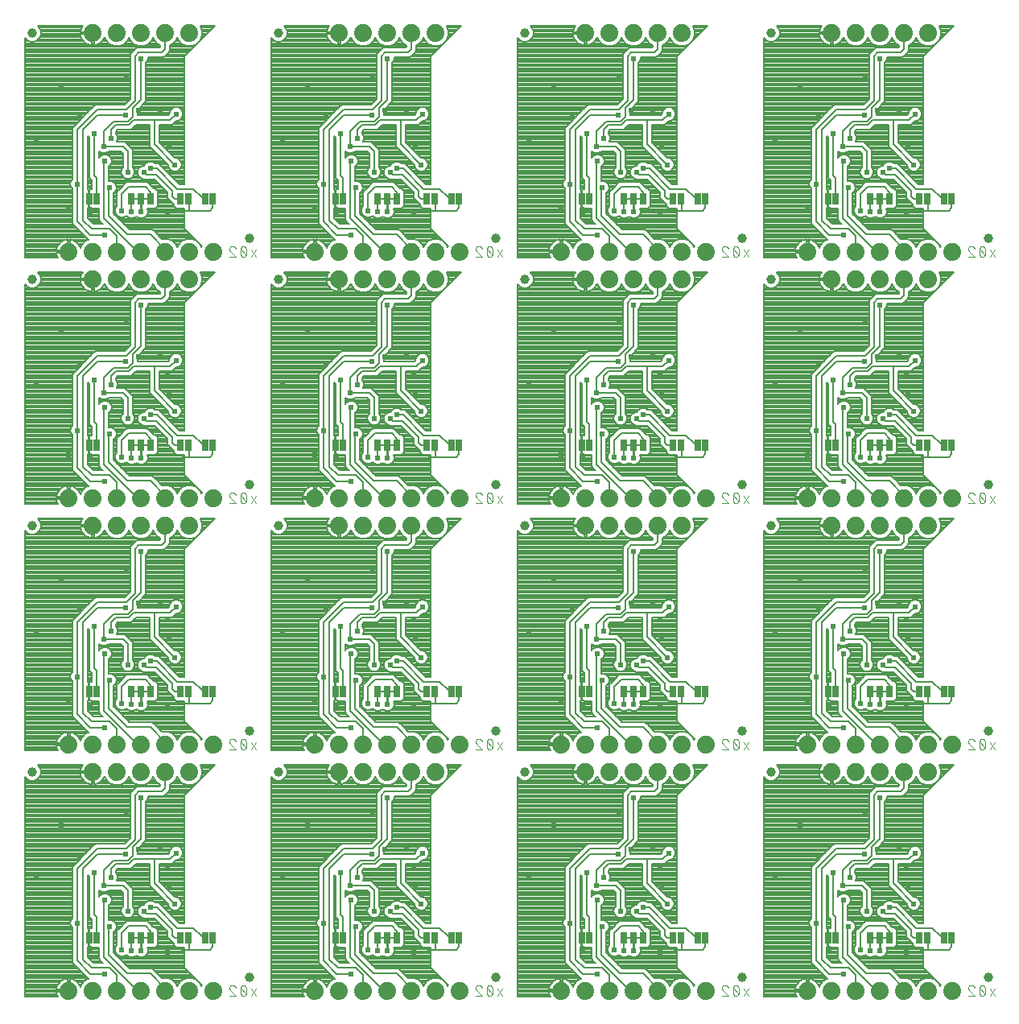
<source format=gbl>
G75*
%MOIN*%
%OFA0B0*%
%FSLAX25Y25*%
%IPPOS*%
%LPD*%
%AMOC8*
5,1,8,0,0,1.08239X$1,22.5*
%
%ADD10C,0.00400*%
%ADD11R,0.02500X0.05000*%
%ADD12C,0.07400*%
%ADD13R,0.01600X0.01000*%
%ADD14C,0.03937*%
%ADD15C,0.00800*%
%ADD16C,0.02400*%
%ADD17C,0.01000*%
D10*
X0194908Y0047200D02*
X0197464Y0047200D01*
X0195292Y0049756D01*
X0196058Y0051800D02*
X0196132Y0051798D01*
X0196206Y0051793D01*
X0196280Y0051783D01*
X0196353Y0051770D01*
X0196426Y0051754D01*
X0196497Y0051733D01*
X0196567Y0051709D01*
X0196636Y0051682D01*
X0196704Y0051651D01*
X0196770Y0051617D01*
X0196834Y0051580D01*
X0196896Y0051539D01*
X0196957Y0051495D01*
X0197014Y0051449D01*
X0197070Y0051399D01*
X0197123Y0051347D01*
X0197173Y0051292D01*
X0197220Y0051235D01*
X0197264Y0051175D01*
X0197306Y0051113D01*
X0197344Y0051050D01*
X0197379Y0050984D01*
X0197410Y0050917D01*
X0197438Y0050848D01*
X0197463Y0050778D01*
X0195292Y0049756D02*
X0195245Y0049803D01*
X0195201Y0049853D01*
X0195159Y0049905D01*
X0195120Y0049959D01*
X0195085Y0050015D01*
X0195052Y0050073D01*
X0195022Y0050133D01*
X0194996Y0050194D01*
X0194973Y0050257D01*
X0194954Y0050321D01*
X0194938Y0050385D01*
X0194925Y0050451D01*
X0194916Y0050517D01*
X0194911Y0050583D01*
X0194909Y0050650D01*
X0194908Y0050650D02*
X0194910Y0050717D01*
X0194916Y0050784D01*
X0194925Y0050850D01*
X0194939Y0050915D01*
X0194956Y0050980D01*
X0194977Y0051043D01*
X0195002Y0051105D01*
X0195030Y0051166D01*
X0195062Y0051225D01*
X0195097Y0051282D01*
X0195136Y0051337D01*
X0195177Y0051389D01*
X0195222Y0051439D01*
X0195269Y0051486D01*
X0195319Y0051531D01*
X0195371Y0051572D01*
X0195426Y0051611D01*
X0195483Y0051646D01*
X0195542Y0051678D01*
X0195603Y0051706D01*
X0195665Y0051731D01*
X0195728Y0051752D01*
X0195793Y0051769D01*
X0195858Y0051783D01*
X0195924Y0051792D01*
X0195991Y0051798D01*
X0196058Y0051800D01*
X0201964Y0049500D02*
X0201962Y0049385D01*
X0201957Y0049271D01*
X0201948Y0049157D01*
X0201936Y0049043D01*
X0201921Y0048929D01*
X0201902Y0048816D01*
X0201879Y0048704D01*
X0201854Y0048592D01*
X0201824Y0048481D01*
X0201792Y0048371D01*
X0201756Y0048262D01*
X0201717Y0048154D01*
X0201675Y0048048D01*
X0201629Y0047943D01*
X0201581Y0047839D01*
X0201708Y0048222D02*
X0199664Y0050778D01*
X0199791Y0051161D02*
X0199812Y0051216D01*
X0199836Y0051269D01*
X0199863Y0051321D01*
X0199894Y0051371D01*
X0199927Y0051419D01*
X0199964Y0051465D01*
X0200003Y0051509D01*
X0200045Y0051550D01*
X0200089Y0051588D01*
X0200136Y0051624D01*
X0200185Y0051656D01*
X0200236Y0051686D01*
X0200288Y0051712D01*
X0200342Y0051735D01*
X0200397Y0051755D01*
X0200454Y0051771D01*
X0200511Y0051784D01*
X0200569Y0051793D01*
X0200627Y0051798D01*
X0200686Y0051800D01*
X0200745Y0051798D01*
X0200803Y0051793D01*
X0200861Y0051784D01*
X0200918Y0051771D01*
X0200975Y0051755D01*
X0201030Y0051735D01*
X0201084Y0051712D01*
X0201136Y0051686D01*
X0201187Y0051656D01*
X0201236Y0051624D01*
X0201283Y0051588D01*
X0201327Y0051550D01*
X0201369Y0051509D01*
X0201408Y0051465D01*
X0201445Y0051419D01*
X0201478Y0051371D01*
X0201509Y0051321D01*
X0201536Y0051269D01*
X0201560Y0051216D01*
X0201581Y0051161D01*
X0203714Y0050267D02*
X0205758Y0047200D01*
X0203714Y0047200D02*
X0205758Y0050267D01*
X0199408Y0049500D02*
X0199410Y0049385D01*
X0199415Y0049271D01*
X0199424Y0049157D01*
X0199436Y0049043D01*
X0199451Y0048929D01*
X0199470Y0048816D01*
X0199493Y0048704D01*
X0199518Y0048592D01*
X0199548Y0048481D01*
X0199580Y0048371D01*
X0199616Y0048262D01*
X0199655Y0048154D01*
X0199697Y0048048D01*
X0199743Y0047943D01*
X0199791Y0047839D01*
X0200686Y0047200D02*
X0200745Y0047202D01*
X0200803Y0047207D01*
X0200861Y0047216D01*
X0200918Y0047229D01*
X0200975Y0047245D01*
X0201030Y0047265D01*
X0201084Y0047288D01*
X0201136Y0047314D01*
X0201187Y0047344D01*
X0201236Y0047376D01*
X0201283Y0047412D01*
X0201327Y0047450D01*
X0201369Y0047491D01*
X0201408Y0047535D01*
X0201445Y0047581D01*
X0201478Y0047629D01*
X0201509Y0047679D01*
X0201536Y0047731D01*
X0201560Y0047784D01*
X0201581Y0047839D01*
X0200686Y0047200D02*
X0200627Y0047202D01*
X0200569Y0047207D01*
X0200511Y0047216D01*
X0200454Y0047229D01*
X0200397Y0047245D01*
X0200342Y0047265D01*
X0200288Y0047288D01*
X0200236Y0047314D01*
X0200185Y0047344D01*
X0200136Y0047376D01*
X0200090Y0047412D01*
X0200045Y0047450D01*
X0200003Y0047491D01*
X0199964Y0047535D01*
X0199927Y0047581D01*
X0199894Y0047629D01*
X0199863Y0047679D01*
X0199836Y0047731D01*
X0199812Y0047784D01*
X0199791Y0047839D01*
X0201964Y0049500D02*
X0201962Y0049615D01*
X0201957Y0049729D01*
X0201948Y0049843D01*
X0201936Y0049957D01*
X0201921Y0050071D01*
X0201902Y0050184D01*
X0201879Y0050296D01*
X0201854Y0050408D01*
X0201824Y0050519D01*
X0201792Y0050629D01*
X0201756Y0050738D01*
X0201717Y0050846D01*
X0201675Y0050952D01*
X0201629Y0051057D01*
X0201581Y0051161D01*
X0199791Y0051161D02*
X0199743Y0051057D01*
X0199697Y0050952D01*
X0199655Y0050846D01*
X0199616Y0050738D01*
X0199580Y0050629D01*
X0199548Y0050519D01*
X0199518Y0050408D01*
X0199493Y0050296D01*
X0199470Y0050184D01*
X0199451Y0050071D01*
X0199436Y0049957D01*
X0199424Y0049843D01*
X0199415Y0049729D01*
X0199410Y0049615D01*
X0199408Y0049500D01*
X0296908Y0047200D02*
X0299464Y0047200D01*
X0297292Y0049756D01*
X0298058Y0051800D02*
X0298132Y0051798D01*
X0298206Y0051793D01*
X0298280Y0051783D01*
X0298353Y0051770D01*
X0298426Y0051754D01*
X0298497Y0051733D01*
X0298567Y0051709D01*
X0298636Y0051682D01*
X0298704Y0051651D01*
X0298770Y0051617D01*
X0298834Y0051580D01*
X0298896Y0051539D01*
X0298957Y0051495D01*
X0299014Y0051449D01*
X0299070Y0051399D01*
X0299123Y0051347D01*
X0299173Y0051292D01*
X0299220Y0051235D01*
X0299264Y0051175D01*
X0299306Y0051113D01*
X0299344Y0051050D01*
X0299379Y0050984D01*
X0299410Y0050917D01*
X0299438Y0050848D01*
X0299463Y0050778D01*
X0297292Y0049756D02*
X0297245Y0049803D01*
X0297201Y0049853D01*
X0297159Y0049905D01*
X0297120Y0049959D01*
X0297085Y0050015D01*
X0297052Y0050073D01*
X0297022Y0050133D01*
X0296996Y0050194D01*
X0296973Y0050257D01*
X0296954Y0050321D01*
X0296938Y0050385D01*
X0296925Y0050451D01*
X0296916Y0050517D01*
X0296911Y0050583D01*
X0296909Y0050650D01*
X0296908Y0050650D02*
X0296910Y0050717D01*
X0296916Y0050784D01*
X0296925Y0050850D01*
X0296939Y0050915D01*
X0296956Y0050980D01*
X0296977Y0051043D01*
X0297002Y0051105D01*
X0297030Y0051166D01*
X0297062Y0051225D01*
X0297097Y0051282D01*
X0297136Y0051337D01*
X0297177Y0051389D01*
X0297222Y0051439D01*
X0297269Y0051486D01*
X0297319Y0051531D01*
X0297371Y0051572D01*
X0297426Y0051611D01*
X0297483Y0051646D01*
X0297542Y0051678D01*
X0297603Y0051706D01*
X0297665Y0051731D01*
X0297728Y0051752D01*
X0297793Y0051769D01*
X0297858Y0051783D01*
X0297924Y0051792D01*
X0297991Y0051798D01*
X0298058Y0051800D01*
X0303964Y0049500D02*
X0303962Y0049385D01*
X0303957Y0049271D01*
X0303948Y0049157D01*
X0303936Y0049043D01*
X0303921Y0048929D01*
X0303902Y0048816D01*
X0303879Y0048704D01*
X0303854Y0048592D01*
X0303824Y0048481D01*
X0303792Y0048371D01*
X0303756Y0048262D01*
X0303717Y0048154D01*
X0303675Y0048048D01*
X0303629Y0047943D01*
X0303581Y0047839D01*
X0303708Y0048222D02*
X0301664Y0050778D01*
X0301791Y0051161D02*
X0301812Y0051216D01*
X0301836Y0051269D01*
X0301863Y0051321D01*
X0301894Y0051371D01*
X0301927Y0051419D01*
X0301964Y0051465D01*
X0302003Y0051509D01*
X0302045Y0051550D01*
X0302089Y0051588D01*
X0302136Y0051624D01*
X0302185Y0051656D01*
X0302236Y0051686D01*
X0302288Y0051712D01*
X0302342Y0051735D01*
X0302397Y0051755D01*
X0302454Y0051771D01*
X0302511Y0051784D01*
X0302569Y0051793D01*
X0302627Y0051798D01*
X0302686Y0051800D01*
X0302745Y0051798D01*
X0302803Y0051793D01*
X0302861Y0051784D01*
X0302918Y0051771D01*
X0302975Y0051755D01*
X0303030Y0051735D01*
X0303084Y0051712D01*
X0303136Y0051686D01*
X0303187Y0051656D01*
X0303236Y0051624D01*
X0303283Y0051588D01*
X0303327Y0051550D01*
X0303369Y0051509D01*
X0303408Y0051465D01*
X0303445Y0051419D01*
X0303478Y0051371D01*
X0303509Y0051321D01*
X0303536Y0051269D01*
X0303560Y0051216D01*
X0303581Y0051161D01*
X0305714Y0050267D02*
X0307758Y0047200D01*
X0305714Y0047200D02*
X0307758Y0050267D01*
X0301408Y0049500D02*
X0301410Y0049385D01*
X0301415Y0049271D01*
X0301424Y0049157D01*
X0301436Y0049043D01*
X0301451Y0048929D01*
X0301470Y0048816D01*
X0301493Y0048704D01*
X0301518Y0048592D01*
X0301548Y0048481D01*
X0301580Y0048371D01*
X0301616Y0048262D01*
X0301655Y0048154D01*
X0301697Y0048048D01*
X0301743Y0047943D01*
X0301791Y0047839D01*
X0302686Y0047200D02*
X0302745Y0047202D01*
X0302803Y0047207D01*
X0302861Y0047216D01*
X0302918Y0047229D01*
X0302975Y0047245D01*
X0303030Y0047265D01*
X0303084Y0047288D01*
X0303136Y0047314D01*
X0303187Y0047344D01*
X0303236Y0047376D01*
X0303283Y0047412D01*
X0303327Y0047450D01*
X0303369Y0047491D01*
X0303408Y0047535D01*
X0303445Y0047581D01*
X0303478Y0047629D01*
X0303509Y0047679D01*
X0303536Y0047731D01*
X0303560Y0047784D01*
X0303581Y0047839D01*
X0302686Y0047200D02*
X0302627Y0047202D01*
X0302569Y0047207D01*
X0302511Y0047216D01*
X0302454Y0047229D01*
X0302397Y0047245D01*
X0302342Y0047265D01*
X0302288Y0047288D01*
X0302236Y0047314D01*
X0302185Y0047344D01*
X0302136Y0047376D01*
X0302090Y0047412D01*
X0302045Y0047450D01*
X0302003Y0047491D01*
X0301964Y0047535D01*
X0301927Y0047581D01*
X0301894Y0047629D01*
X0301863Y0047679D01*
X0301836Y0047731D01*
X0301812Y0047784D01*
X0301791Y0047839D01*
X0303964Y0049500D02*
X0303962Y0049615D01*
X0303957Y0049729D01*
X0303948Y0049843D01*
X0303936Y0049957D01*
X0303921Y0050071D01*
X0303902Y0050184D01*
X0303879Y0050296D01*
X0303854Y0050408D01*
X0303824Y0050519D01*
X0303792Y0050629D01*
X0303756Y0050738D01*
X0303717Y0050846D01*
X0303675Y0050952D01*
X0303629Y0051057D01*
X0303581Y0051161D01*
X0301791Y0051161D02*
X0301743Y0051057D01*
X0301697Y0050952D01*
X0301655Y0050846D01*
X0301616Y0050738D01*
X0301580Y0050629D01*
X0301548Y0050519D01*
X0301518Y0050408D01*
X0301493Y0050296D01*
X0301470Y0050184D01*
X0301451Y0050071D01*
X0301436Y0049957D01*
X0301424Y0049843D01*
X0301415Y0049729D01*
X0301410Y0049615D01*
X0301408Y0049500D01*
X0398908Y0047200D02*
X0401464Y0047200D01*
X0399292Y0049756D01*
X0400058Y0051800D02*
X0400132Y0051798D01*
X0400206Y0051793D01*
X0400280Y0051783D01*
X0400353Y0051770D01*
X0400426Y0051754D01*
X0400497Y0051733D01*
X0400567Y0051709D01*
X0400636Y0051682D01*
X0400704Y0051651D01*
X0400770Y0051617D01*
X0400834Y0051580D01*
X0400896Y0051539D01*
X0400957Y0051495D01*
X0401014Y0051449D01*
X0401070Y0051399D01*
X0401123Y0051347D01*
X0401173Y0051292D01*
X0401220Y0051235D01*
X0401264Y0051175D01*
X0401306Y0051113D01*
X0401344Y0051050D01*
X0401379Y0050984D01*
X0401410Y0050917D01*
X0401438Y0050848D01*
X0401463Y0050778D01*
X0399292Y0049756D02*
X0399245Y0049803D01*
X0399201Y0049853D01*
X0399159Y0049905D01*
X0399120Y0049959D01*
X0399085Y0050015D01*
X0399052Y0050073D01*
X0399022Y0050133D01*
X0398996Y0050194D01*
X0398973Y0050257D01*
X0398954Y0050321D01*
X0398938Y0050385D01*
X0398925Y0050451D01*
X0398916Y0050517D01*
X0398911Y0050583D01*
X0398909Y0050650D01*
X0398908Y0050650D02*
X0398910Y0050717D01*
X0398916Y0050784D01*
X0398925Y0050850D01*
X0398939Y0050915D01*
X0398956Y0050980D01*
X0398977Y0051043D01*
X0399002Y0051105D01*
X0399030Y0051166D01*
X0399062Y0051225D01*
X0399097Y0051282D01*
X0399136Y0051337D01*
X0399177Y0051389D01*
X0399222Y0051439D01*
X0399269Y0051486D01*
X0399319Y0051531D01*
X0399371Y0051572D01*
X0399426Y0051611D01*
X0399483Y0051646D01*
X0399542Y0051678D01*
X0399603Y0051706D01*
X0399665Y0051731D01*
X0399728Y0051752D01*
X0399793Y0051769D01*
X0399858Y0051783D01*
X0399924Y0051792D01*
X0399991Y0051798D01*
X0400058Y0051800D01*
X0405964Y0049500D02*
X0405962Y0049385D01*
X0405957Y0049271D01*
X0405948Y0049157D01*
X0405936Y0049043D01*
X0405921Y0048929D01*
X0405902Y0048816D01*
X0405879Y0048704D01*
X0405854Y0048592D01*
X0405824Y0048481D01*
X0405792Y0048371D01*
X0405756Y0048262D01*
X0405717Y0048154D01*
X0405675Y0048048D01*
X0405629Y0047943D01*
X0405581Y0047839D01*
X0405708Y0048222D02*
X0403664Y0050778D01*
X0403791Y0051161D02*
X0403812Y0051216D01*
X0403836Y0051269D01*
X0403863Y0051321D01*
X0403894Y0051371D01*
X0403927Y0051419D01*
X0403964Y0051465D01*
X0404003Y0051509D01*
X0404045Y0051550D01*
X0404089Y0051588D01*
X0404136Y0051624D01*
X0404185Y0051656D01*
X0404236Y0051686D01*
X0404288Y0051712D01*
X0404342Y0051735D01*
X0404397Y0051755D01*
X0404454Y0051771D01*
X0404511Y0051784D01*
X0404569Y0051793D01*
X0404627Y0051798D01*
X0404686Y0051800D01*
X0404745Y0051798D01*
X0404803Y0051793D01*
X0404861Y0051784D01*
X0404918Y0051771D01*
X0404975Y0051755D01*
X0405030Y0051735D01*
X0405084Y0051712D01*
X0405136Y0051686D01*
X0405187Y0051656D01*
X0405236Y0051624D01*
X0405283Y0051588D01*
X0405327Y0051550D01*
X0405369Y0051509D01*
X0405408Y0051465D01*
X0405445Y0051419D01*
X0405478Y0051371D01*
X0405509Y0051321D01*
X0405536Y0051269D01*
X0405560Y0051216D01*
X0405581Y0051161D01*
X0407714Y0050267D02*
X0409758Y0047200D01*
X0407714Y0047200D02*
X0409758Y0050267D01*
X0403408Y0049500D02*
X0403410Y0049385D01*
X0403415Y0049271D01*
X0403424Y0049157D01*
X0403436Y0049043D01*
X0403451Y0048929D01*
X0403470Y0048816D01*
X0403493Y0048704D01*
X0403518Y0048592D01*
X0403548Y0048481D01*
X0403580Y0048371D01*
X0403616Y0048262D01*
X0403655Y0048154D01*
X0403697Y0048048D01*
X0403743Y0047943D01*
X0403791Y0047839D01*
X0404686Y0047200D02*
X0404745Y0047202D01*
X0404803Y0047207D01*
X0404861Y0047216D01*
X0404918Y0047229D01*
X0404975Y0047245D01*
X0405030Y0047265D01*
X0405084Y0047288D01*
X0405136Y0047314D01*
X0405187Y0047344D01*
X0405236Y0047376D01*
X0405283Y0047412D01*
X0405327Y0047450D01*
X0405369Y0047491D01*
X0405408Y0047535D01*
X0405445Y0047581D01*
X0405478Y0047629D01*
X0405509Y0047679D01*
X0405536Y0047731D01*
X0405560Y0047784D01*
X0405581Y0047839D01*
X0404686Y0047200D02*
X0404627Y0047202D01*
X0404569Y0047207D01*
X0404511Y0047216D01*
X0404454Y0047229D01*
X0404397Y0047245D01*
X0404342Y0047265D01*
X0404288Y0047288D01*
X0404236Y0047314D01*
X0404185Y0047344D01*
X0404136Y0047376D01*
X0404090Y0047412D01*
X0404045Y0047450D01*
X0404003Y0047491D01*
X0403964Y0047535D01*
X0403927Y0047581D01*
X0403894Y0047629D01*
X0403863Y0047679D01*
X0403836Y0047731D01*
X0403812Y0047784D01*
X0403791Y0047839D01*
X0405964Y0049500D02*
X0405962Y0049615D01*
X0405957Y0049729D01*
X0405948Y0049843D01*
X0405936Y0049957D01*
X0405921Y0050071D01*
X0405902Y0050184D01*
X0405879Y0050296D01*
X0405854Y0050408D01*
X0405824Y0050519D01*
X0405792Y0050629D01*
X0405756Y0050738D01*
X0405717Y0050846D01*
X0405675Y0050952D01*
X0405629Y0051057D01*
X0405581Y0051161D01*
X0403791Y0051161D02*
X0403743Y0051057D01*
X0403697Y0050952D01*
X0403655Y0050846D01*
X0403616Y0050738D01*
X0403580Y0050629D01*
X0403548Y0050519D01*
X0403518Y0050408D01*
X0403493Y0050296D01*
X0403470Y0050184D01*
X0403451Y0050071D01*
X0403436Y0049957D01*
X0403424Y0049843D01*
X0403415Y0049729D01*
X0403410Y0049615D01*
X0403408Y0049500D01*
X0500908Y0047200D02*
X0503464Y0047200D01*
X0501292Y0049756D01*
X0502058Y0051800D02*
X0502132Y0051798D01*
X0502206Y0051793D01*
X0502280Y0051783D01*
X0502353Y0051770D01*
X0502426Y0051754D01*
X0502497Y0051733D01*
X0502567Y0051709D01*
X0502636Y0051682D01*
X0502704Y0051651D01*
X0502770Y0051617D01*
X0502834Y0051580D01*
X0502896Y0051539D01*
X0502957Y0051495D01*
X0503014Y0051449D01*
X0503070Y0051399D01*
X0503123Y0051347D01*
X0503173Y0051292D01*
X0503220Y0051235D01*
X0503264Y0051175D01*
X0503306Y0051113D01*
X0503344Y0051050D01*
X0503379Y0050984D01*
X0503410Y0050917D01*
X0503438Y0050848D01*
X0503463Y0050778D01*
X0501292Y0049756D02*
X0501245Y0049803D01*
X0501201Y0049853D01*
X0501159Y0049905D01*
X0501120Y0049959D01*
X0501085Y0050015D01*
X0501052Y0050073D01*
X0501022Y0050133D01*
X0500996Y0050194D01*
X0500973Y0050257D01*
X0500954Y0050321D01*
X0500938Y0050385D01*
X0500925Y0050451D01*
X0500916Y0050517D01*
X0500911Y0050583D01*
X0500909Y0050650D01*
X0500908Y0050650D02*
X0500910Y0050717D01*
X0500916Y0050784D01*
X0500925Y0050850D01*
X0500939Y0050915D01*
X0500956Y0050980D01*
X0500977Y0051043D01*
X0501002Y0051105D01*
X0501030Y0051166D01*
X0501062Y0051225D01*
X0501097Y0051282D01*
X0501136Y0051337D01*
X0501177Y0051389D01*
X0501222Y0051439D01*
X0501269Y0051486D01*
X0501319Y0051531D01*
X0501371Y0051572D01*
X0501426Y0051611D01*
X0501483Y0051646D01*
X0501542Y0051678D01*
X0501603Y0051706D01*
X0501665Y0051731D01*
X0501728Y0051752D01*
X0501793Y0051769D01*
X0501858Y0051783D01*
X0501924Y0051792D01*
X0501991Y0051798D01*
X0502058Y0051800D01*
X0507964Y0049500D02*
X0507962Y0049385D01*
X0507957Y0049271D01*
X0507948Y0049157D01*
X0507936Y0049043D01*
X0507921Y0048929D01*
X0507902Y0048816D01*
X0507879Y0048704D01*
X0507854Y0048592D01*
X0507824Y0048481D01*
X0507792Y0048371D01*
X0507756Y0048262D01*
X0507717Y0048154D01*
X0507675Y0048048D01*
X0507629Y0047943D01*
X0507581Y0047839D01*
X0507708Y0048222D02*
X0505664Y0050778D01*
X0505791Y0051161D02*
X0505812Y0051216D01*
X0505836Y0051269D01*
X0505863Y0051321D01*
X0505894Y0051371D01*
X0505927Y0051419D01*
X0505964Y0051465D01*
X0506003Y0051509D01*
X0506045Y0051550D01*
X0506089Y0051588D01*
X0506136Y0051624D01*
X0506185Y0051656D01*
X0506236Y0051686D01*
X0506288Y0051712D01*
X0506342Y0051735D01*
X0506397Y0051755D01*
X0506454Y0051771D01*
X0506511Y0051784D01*
X0506569Y0051793D01*
X0506627Y0051798D01*
X0506686Y0051800D01*
X0506745Y0051798D01*
X0506803Y0051793D01*
X0506861Y0051784D01*
X0506918Y0051771D01*
X0506975Y0051755D01*
X0507030Y0051735D01*
X0507084Y0051712D01*
X0507136Y0051686D01*
X0507187Y0051656D01*
X0507236Y0051624D01*
X0507283Y0051588D01*
X0507327Y0051550D01*
X0507369Y0051509D01*
X0507408Y0051465D01*
X0507445Y0051419D01*
X0507478Y0051371D01*
X0507509Y0051321D01*
X0507536Y0051269D01*
X0507560Y0051216D01*
X0507581Y0051161D01*
X0509714Y0050267D02*
X0511758Y0047200D01*
X0509714Y0047200D02*
X0511758Y0050267D01*
X0505408Y0049500D02*
X0505410Y0049385D01*
X0505415Y0049271D01*
X0505424Y0049157D01*
X0505436Y0049043D01*
X0505451Y0048929D01*
X0505470Y0048816D01*
X0505493Y0048704D01*
X0505518Y0048592D01*
X0505548Y0048481D01*
X0505580Y0048371D01*
X0505616Y0048262D01*
X0505655Y0048154D01*
X0505697Y0048048D01*
X0505743Y0047943D01*
X0505791Y0047839D01*
X0506686Y0047200D02*
X0506745Y0047202D01*
X0506803Y0047207D01*
X0506861Y0047216D01*
X0506918Y0047229D01*
X0506975Y0047245D01*
X0507030Y0047265D01*
X0507084Y0047288D01*
X0507136Y0047314D01*
X0507187Y0047344D01*
X0507236Y0047376D01*
X0507283Y0047412D01*
X0507327Y0047450D01*
X0507369Y0047491D01*
X0507408Y0047535D01*
X0507445Y0047581D01*
X0507478Y0047629D01*
X0507509Y0047679D01*
X0507536Y0047731D01*
X0507560Y0047784D01*
X0507581Y0047839D01*
X0506686Y0047200D02*
X0506627Y0047202D01*
X0506569Y0047207D01*
X0506511Y0047216D01*
X0506454Y0047229D01*
X0506397Y0047245D01*
X0506342Y0047265D01*
X0506288Y0047288D01*
X0506236Y0047314D01*
X0506185Y0047344D01*
X0506136Y0047376D01*
X0506090Y0047412D01*
X0506045Y0047450D01*
X0506003Y0047491D01*
X0505964Y0047535D01*
X0505927Y0047581D01*
X0505894Y0047629D01*
X0505863Y0047679D01*
X0505836Y0047731D01*
X0505812Y0047784D01*
X0505791Y0047839D01*
X0507964Y0049500D02*
X0507962Y0049615D01*
X0507957Y0049729D01*
X0507948Y0049843D01*
X0507936Y0049957D01*
X0507921Y0050071D01*
X0507902Y0050184D01*
X0507879Y0050296D01*
X0507854Y0050408D01*
X0507824Y0050519D01*
X0507792Y0050629D01*
X0507756Y0050738D01*
X0507717Y0050846D01*
X0507675Y0050952D01*
X0507629Y0051057D01*
X0507581Y0051161D01*
X0505791Y0051161D02*
X0505743Y0051057D01*
X0505697Y0050952D01*
X0505655Y0050846D01*
X0505616Y0050738D01*
X0505580Y0050629D01*
X0505548Y0050519D01*
X0505518Y0050408D01*
X0505493Y0050296D01*
X0505470Y0050184D01*
X0505451Y0050071D01*
X0505436Y0049957D01*
X0505424Y0049843D01*
X0505415Y0049729D01*
X0505410Y0049615D01*
X0505408Y0049500D01*
X0503464Y0149200D02*
X0500908Y0149200D01*
X0503464Y0149200D02*
X0501292Y0151756D01*
X0502058Y0153800D02*
X0502132Y0153798D01*
X0502206Y0153793D01*
X0502280Y0153783D01*
X0502353Y0153770D01*
X0502426Y0153754D01*
X0502497Y0153733D01*
X0502567Y0153709D01*
X0502636Y0153682D01*
X0502704Y0153651D01*
X0502770Y0153617D01*
X0502834Y0153580D01*
X0502896Y0153539D01*
X0502957Y0153495D01*
X0503014Y0153449D01*
X0503070Y0153399D01*
X0503123Y0153347D01*
X0503173Y0153292D01*
X0503220Y0153235D01*
X0503264Y0153175D01*
X0503306Y0153113D01*
X0503344Y0153050D01*
X0503379Y0152984D01*
X0503410Y0152917D01*
X0503438Y0152848D01*
X0503463Y0152778D01*
X0501292Y0151756D02*
X0501245Y0151803D01*
X0501201Y0151853D01*
X0501159Y0151905D01*
X0501120Y0151959D01*
X0501085Y0152015D01*
X0501052Y0152073D01*
X0501022Y0152133D01*
X0500996Y0152194D01*
X0500973Y0152257D01*
X0500954Y0152321D01*
X0500938Y0152385D01*
X0500925Y0152451D01*
X0500916Y0152517D01*
X0500911Y0152583D01*
X0500909Y0152650D01*
X0500908Y0152650D02*
X0500910Y0152717D01*
X0500916Y0152784D01*
X0500925Y0152850D01*
X0500939Y0152915D01*
X0500956Y0152980D01*
X0500977Y0153043D01*
X0501002Y0153105D01*
X0501030Y0153166D01*
X0501062Y0153225D01*
X0501097Y0153282D01*
X0501136Y0153337D01*
X0501177Y0153389D01*
X0501222Y0153439D01*
X0501269Y0153486D01*
X0501319Y0153531D01*
X0501371Y0153572D01*
X0501426Y0153611D01*
X0501483Y0153646D01*
X0501542Y0153678D01*
X0501603Y0153706D01*
X0501665Y0153731D01*
X0501728Y0153752D01*
X0501793Y0153769D01*
X0501858Y0153783D01*
X0501924Y0153792D01*
X0501991Y0153798D01*
X0502058Y0153800D01*
X0507964Y0151500D02*
X0507962Y0151385D01*
X0507957Y0151271D01*
X0507948Y0151157D01*
X0507936Y0151043D01*
X0507921Y0150929D01*
X0507902Y0150816D01*
X0507879Y0150704D01*
X0507854Y0150592D01*
X0507824Y0150481D01*
X0507792Y0150371D01*
X0507756Y0150262D01*
X0507717Y0150154D01*
X0507675Y0150048D01*
X0507629Y0149943D01*
X0507581Y0149839D01*
X0507708Y0150222D02*
X0505664Y0152778D01*
X0505791Y0153161D02*
X0505812Y0153216D01*
X0505836Y0153269D01*
X0505863Y0153321D01*
X0505894Y0153371D01*
X0505927Y0153419D01*
X0505964Y0153465D01*
X0506003Y0153509D01*
X0506045Y0153550D01*
X0506089Y0153588D01*
X0506136Y0153624D01*
X0506185Y0153656D01*
X0506236Y0153686D01*
X0506288Y0153712D01*
X0506342Y0153735D01*
X0506397Y0153755D01*
X0506454Y0153771D01*
X0506511Y0153784D01*
X0506569Y0153793D01*
X0506627Y0153798D01*
X0506686Y0153800D01*
X0506745Y0153798D01*
X0506803Y0153793D01*
X0506861Y0153784D01*
X0506918Y0153771D01*
X0506975Y0153755D01*
X0507030Y0153735D01*
X0507084Y0153712D01*
X0507136Y0153686D01*
X0507187Y0153656D01*
X0507236Y0153624D01*
X0507283Y0153588D01*
X0507327Y0153550D01*
X0507369Y0153509D01*
X0507408Y0153465D01*
X0507445Y0153419D01*
X0507478Y0153371D01*
X0507509Y0153321D01*
X0507536Y0153269D01*
X0507560Y0153216D01*
X0507581Y0153161D01*
X0509714Y0152267D02*
X0511758Y0149200D01*
X0509714Y0149200D02*
X0511758Y0152267D01*
X0505408Y0151500D02*
X0505410Y0151385D01*
X0505415Y0151271D01*
X0505424Y0151157D01*
X0505436Y0151043D01*
X0505451Y0150929D01*
X0505470Y0150816D01*
X0505493Y0150704D01*
X0505518Y0150592D01*
X0505548Y0150481D01*
X0505580Y0150371D01*
X0505616Y0150262D01*
X0505655Y0150154D01*
X0505697Y0150048D01*
X0505743Y0149943D01*
X0505791Y0149839D01*
X0506686Y0149200D02*
X0506745Y0149202D01*
X0506803Y0149207D01*
X0506861Y0149216D01*
X0506918Y0149229D01*
X0506975Y0149245D01*
X0507030Y0149265D01*
X0507084Y0149288D01*
X0507136Y0149314D01*
X0507187Y0149344D01*
X0507236Y0149376D01*
X0507283Y0149412D01*
X0507327Y0149450D01*
X0507369Y0149491D01*
X0507408Y0149535D01*
X0507445Y0149581D01*
X0507478Y0149629D01*
X0507509Y0149679D01*
X0507536Y0149731D01*
X0507560Y0149784D01*
X0507581Y0149839D01*
X0506686Y0149200D02*
X0506627Y0149202D01*
X0506569Y0149207D01*
X0506511Y0149216D01*
X0506454Y0149229D01*
X0506397Y0149245D01*
X0506342Y0149265D01*
X0506288Y0149288D01*
X0506236Y0149314D01*
X0506185Y0149344D01*
X0506136Y0149376D01*
X0506090Y0149412D01*
X0506045Y0149450D01*
X0506003Y0149491D01*
X0505964Y0149535D01*
X0505927Y0149581D01*
X0505894Y0149629D01*
X0505863Y0149679D01*
X0505836Y0149731D01*
X0505812Y0149784D01*
X0505791Y0149839D01*
X0507964Y0151500D02*
X0507962Y0151615D01*
X0507957Y0151729D01*
X0507948Y0151843D01*
X0507936Y0151957D01*
X0507921Y0152071D01*
X0507902Y0152184D01*
X0507879Y0152296D01*
X0507854Y0152408D01*
X0507824Y0152519D01*
X0507792Y0152629D01*
X0507756Y0152738D01*
X0507717Y0152846D01*
X0507675Y0152952D01*
X0507629Y0153057D01*
X0507581Y0153161D01*
X0505791Y0153161D02*
X0505743Y0153057D01*
X0505697Y0152952D01*
X0505655Y0152846D01*
X0505616Y0152738D01*
X0505580Y0152629D01*
X0505548Y0152519D01*
X0505518Y0152408D01*
X0505493Y0152296D01*
X0505470Y0152184D01*
X0505451Y0152071D01*
X0505436Y0151957D01*
X0505424Y0151843D01*
X0505415Y0151729D01*
X0505410Y0151615D01*
X0505408Y0151500D01*
X0409758Y0152267D02*
X0407714Y0149200D01*
X0409758Y0149200D02*
X0407714Y0152267D01*
X0403408Y0151500D02*
X0403410Y0151385D01*
X0403415Y0151271D01*
X0403424Y0151157D01*
X0403436Y0151043D01*
X0403451Y0150929D01*
X0403470Y0150816D01*
X0403493Y0150704D01*
X0403518Y0150592D01*
X0403548Y0150481D01*
X0403580Y0150371D01*
X0403616Y0150262D01*
X0403655Y0150154D01*
X0403697Y0150048D01*
X0403743Y0149943D01*
X0403791Y0149839D01*
X0404686Y0149200D02*
X0404745Y0149202D01*
X0404803Y0149207D01*
X0404861Y0149216D01*
X0404918Y0149229D01*
X0404975Y0149245D01*
X0405030Y0149265D01*
X0405084Y0149288D01*
X0405136Y0149314D01*
X0405187Y0149344D01*
X0405236Y0149376D01*
X0405283Y0149412D01*
X0405327Y0149450D01*
X0405369Y0149491D01*
X0405408Y0149535D01*
X0405445Y0149581D01*
X0405478Y0149629D01*
X0405509Y0149679D01*
X0405536Y0149731D01*
X0405560Y0149784D01*
X0405581Y0149839D01*
X0405708Y0150222D02*
X0403664Y0152778D01*
X0403791Y0153161D02*
X0403812Y0153216D01*
X0403836Y0153269D01*
X0403863Y0153321D01*
X0403894Y0153371D01*
X0403927Y0153419D01*
X0403964Y0153465D01*
X0404003Y0153509D01*
X0404045Y0153550D01*
X0404089Y0153588D01*
X0404136Y0153624D01*
X0404185Y0153656D01*
X0404236Y0153686D01*
X0404288Y0153712D01*
X0404342Y0153735D01*
X0404397Y0153755D01*
X0404454Y0153771D01*
X0404511Y0153784D01*
X0404569Y0153793D01*
X0404627Y0153798D01*
X0404686Y0153800D01*
X0404745Y0153798D01*
X0404803Y0153793D01*
X0404861Y0153784D01*
X0404918Y0153771D01*
X0404975Y0153755D01*
X0405030Y0153735D01*
X0405084Y0153712D01*
X0405136Y0153686D01*
X0405187Y0153656D01*
X0405236Y0153624D01*
X0405283Y0153588D01*
X0405327Y0153550D01*
X0405369Y0153509D01*
X0405408Y0153465D01*
X0405445Y0153419D01*
X0405478Y0153371D01*
X0405509Y0153321D01*
X0405536Y0153269D01*
X0405560Y0153216D01*
X0405581Y0153161D01*
X0403791Y0153161D02*
X0403743Y0153057D01*
X0403697Y0152952D01*
X0403655Y0152846D01*
X0403616Y0152738D01*
X0403580Y0152629D01*
X0403548Y0152519D01*
X0403518Y0152408D01*
X0403493Y0152296D01*
X0403470Y0152184D01*
X0403451Y0152071D01*
X0403436Y0151957D01*
X0403424Y0151843D01*
X0403415Y0151729D01*
X0403410Y0151615D01*
X0403408Y0151500D01*
X0405964Y0151500D02*
X0405962Y0151615D01*
X0405957Y0151729D01*
X0405948Y0151843D01*
X0405936Y0151957D01*
X0405921Y0152071D01*
X0405902Y0152184D01*
X0405879Y0152296D01*
X0405854Y0152408D01*
X0405824Y0152519D01*
X0405792Y0152629D01*
X0405756Y0152738D01*
X0405717Y0152846D01*
X0405675Y0152952D01*
X0405629Y0153057D01*
X0405581Y0153161D01*
X0403791Y0149839D02*
X0403812Y0149784D01*
X0403836Y0149731D01*
X0403863Y0149679D01*
X0403894Y0149629D01*
X0403927Y0149581D01*
X0403964Y0149535D01*
X0404003Y0149491D01*
X0404045Y0149450D01*
X0404090Y0149412D01*
X0404136Y0149376D01*
X0404185Y0149344D01*
X0404236Y0149314D01*
X0404288Y0149288D01*
X0404342Y0149265D01*
X0404397Y0149245D01*
X0404454Y0149229D01*
X0404511Y0149216D01*
X0404569Y0149207D01*
X0404627Y0149202D01*
X0404686Y0149200D01*
X0401464Y0149200D02*
X0398908Y0149200D01*
X0401464Y0149200D02*
X0399292Y0151756D01*
X0400058Y0153800D02*
X0400132Y0153798D01*
X0400206Y0153793D01*
X0400280Y0153783D01*
X0400353Y0153770D01*
X0400426Y0153754D01*
X0400497Y0153733D01*
X0400567Y0153709D01*
X0400636Y0153682D01*
X0400704Y0153651D01*
X0400770Y0153617D01*
X0400834Y0153580D01*
X0400896Y0153539D01*
X0400957Y0153495D01*
X0401014Y0153449D01*
X0401070Y0153399D01*
X0401123Y0153347D01*
X0401173Y0153292D01*
X0401220Y0153235D01*
X0401264Y0153175D01*
X0401306Y0153113D01*
X0401344Y0153050D01*
X0401379Y0152984D01*
X0401410Y0152917D01*
X0401438Y0152848D01*
X0401463Y0152778D01*
X0399292Y0151756D02*
X0399245Y0151803D01*
X0399201Y0151853D01*
X0399159Y0151905D01*
X0399120Y0151959D01*
X0399085Y0152015D01*
X0399052Y0152073D01*
X0399022Y0152133D01*
X0398996Y0152194D01*
X0398973Y0152257D01*
X0398954Y0152321D01*
X0398938Y0152385D01*
X0398925Y0152451D01*
X0398916Y0152517D01*
X0398911Y0152583D01*
X0398909Y0152650D01*
X0398908Y0152650D02*
X0398910Y0152717D01*
X0398916Y0152784D01*
X0398925Y0152850D01*
X0398939Y0152915D01*
X0398956Y0152980D01*
X0398977Y0153043D01*
X0399002Y0153105D01*
X0399030Y0153166D01*
X0399062Y0153225D01*
X0399097Y0153282D01*
X0399136Y0153337D01*
X0399177Y0153389D01*
X0399222Y0153439D01*
X0399269Y0153486D01*
X0399319Y0153531D01*
X0399371Y0153572D01*
X0399426Y0153611D01*
X0399483Y0153646D01*
X0399542Y0153678D01*
X0399603Y0153706D01*
X0399665Y0153731D01*
X0399728Y0153752D01*
X0399793Y0153769D01*
X0399858Y0153783D01*
X0399924Y0153792D01*
X0399991Y0153798D01*
X0400058Y0153800D01*
X0405964Y0151500D02*
X0405962Y0151385D01*
X0405957Y0151271D01*
X0405948Y0151157D01*
X0405936Y0151043D01*
X0405921Y0150929D01*
X0405902Y0150816D01*
X0405879Y0150704D01*
X0405854Y0150592D01*
X0405824Y0150481D01*
X0405792Y0150371D01*
X0405756Y0150262D01*
X0405717Y0150154D01*
X0405675Y0150048D01*
X0405629Y0149943D01*
X0405581Y0149839D01*
X0307758Y0149200D02*
X0305714Y0152267D01*
X0301408Y0151500D02*
X0301410Y0151385D01*
X0301415Y0151271D01*
X0301424Y0151157D01*
X0301436Y0151043D01*
X0301451Y0150929D01*
X0301470Y0150816D01*
X0301493Y0150704D01*
X0301518Y0150592D01*
X0301548Y0150481D01*
X0301580Y0150371D01*
X0301616Y0150262D01*
X0301655Y0150154D01*
X0301697Y0150048D01*
X0301743Y0149943D01*
X0301791Y0149839D01*
X0302686Y0149200D02*
X0302745Y0149202D01*
X0302803Y0149207D01*
X0302861Y0149216D01*
X0302918Y0149229D01*
X0302975Y0149245D01*
X0303030Y0149265D01*
X0303084Y0149288D01*
X0303136Y0149314D01*
X0303187Y0149344D01*
X0303236Y0149376D01*
X0303283Y0149412D01*
X0303327Y0149450D01*
X0303369Y0149491D01*
X0303408Y0149535D01*
X0303445Y0149581D01*
X0303478Y0149629D01*
X0303509Y0149679D01*
X0303536Y0149731D01*
X0303560Y0149784D01*
X0303581Y0149839D01*
X0303708Y0150222D02*
X0301664Y0152778D01*
X0301791Y0153161D02*
X0301812Y0153216D01*
X0301836Y0153269D01*
X0301863Y0153321D01*
X0301894Y0153371D01*
X0301927Y0153419D01*
X0301964Y0153465D01*
X0302003Y0153509D01*
X0302045Y0153550D01*
X0302089Y0153588D01*
X0302136Y0153624D01*
X0302185Y0153656D01*
X0302236Y0153686D01*
X0302288Y0153712D01*
X0302342Y0153735D01*
X0302397Y0153755D01*
X0302454Y0153771D01*
X0302511Y0153784D01*
X0302569Y0153793D01*
X0302627Y0153798D01*
X0302686Y0153800D01*
X0302745Y0153798D01*
X0302803Y0153793D01*
X0302861Y0153784D01*
X0302918Y0153771D01*
X0302975Y0153755D01*
X0303030Y0153735D01*
X0303084Y0153712D01*
X0303136Y0153686D01*
X0303187Y0153656D01*
X0303236Y0153624D01*
X0303283Y0153588D01*
X0303327Y0153550D01*
X0303369Y0153509D01*
X0303408Y0153465D01*
X0303445Y0153419D01*
X0303478Y0153371D01*
X0303509Y0153321D01*
X0303536Y0153269D01*
X0303560Y0153216D01*
X0303581Y0153161D01*
X0301791Y0153161D02*
X0301743Y0153057D01*
X0301697Y0152952D01*
X0301655Y0152846D01*
X0301616Y0152738D01*
X0301580Y0152629D01*
X0301548Y0152519D01*
X0301518Y0152408D01*
X0301493Y0152296D01*
X0301470Y0152184D01*
X0301451Y0152071D01*
X0301436Y0151957D01*
X0301424Y0151843D01*
X0301415Y0151729D01*
X0301410Y0151615D01*
X0301408Y0151500D01*
X0303964Y0151500D02*
X0303962Y0151615D01*
X0303957Y0151729D01*
X0303948Y0151843D01*
X0303936Y0151957D01*
X0303921Y0152071D01*
X0303902Y0152184D01*
X0303879Y0152296D01*
X0303854Y0152408D01*
X0303824Y0152519D01*
X0303792Y0152629D01*
X0303756Y0152738D01*
X0303717Y0152846D01*
X0303675Y0152952D01*
X0303629Y0153057D01*
X0303581Y0153161D01*
X0301791Y0149839D02*
X0301812Y0149784D01*
X0301836Y0149731D01*
X0301863Y0149679D01*
X0301894Y0149629D01*
X0301927Y0149581D01*
X0301964Y0149535D01*
X0302003Y0149491D01*
X0302045Y0149450D01*
X0302090Y0149412D01*
X0302136Y0149376D01*
X0302185Y0149344D01*
X0302236Y0149314D01*
X0302288Y0149288D01*
X0302342Y0149265D01*
X0302397Y0149245D01*
X0302454Y0149229D01*
X0302511Y0149216D01*
X0302569Y0149207D01*
X0302627Y0149202D01*
X0302686Y0149200D01*
X0305714Y0149200D02*
X0307758Y0152267D01*
X0303964Y0151500D02*
X0303962Y0151385D01*
X0303957Y0151271D01*
X0303948Y0151157D01*
X0303936Y0151043D01*
X0303921Y0150929D01*
X0303902Y0150816D01*
X0303879Y0150704D01*
X0303854Y0150592D01*
X0303824Y0150481D01*
X0303792Y0150371D01*
X0303756Y0150262D01*
X0303717Y0150154D01*
X0303675Y0150048D01*
X0303629Y0149943D01*
X0303581Y0149839D01*
X0299464Y0149200D02*
X0297292Y0151756D01*
X0298058Y0153800D02*
X0298132Y0153798D01*
X0298206Y0153793D01*
X0298280Y0153783D01*
X0298353Y0153770D01*
X0298426Y0153754D01*
X0298497Y0153733D01*
X0298567Y0153709D01*
X0298636Y0153682D01*
X0298704Y0153651D01*
X0298770Y0153617D01*
X0298834Y0153580D01*
X0298896Y0153539D01*
X0298957Y0153495D01*
X0299014Y0153449D01*
X0299070Y0153399D01*
X0299123Y0153347D01*
X0299173Y0153292D01*
X0299220Y0153235D01*
X0299264Y0153175D01*
X0299306Y0153113D01*
X0299344Y0153050D01*
X0299379Y0152984D01*
X0299410Y0152917D01*
X0299438Y0152848D01*
X0299463Y0152778D01*
X0297292Y0151756D02*
X0297245Y0151803D01*
X0297201Y0151853D01*
X0297159Y0151905D01*
X0297120Y0151959D01*
X0297085Y0152015D01*
X0297052Y0152073D01*
X0297022Y0152133D01*
X0296996Y0152194D01*
X0296973Y0152257D01*
X0296954Y0152321D01*
X0296938Y0152385D01*
X0296925Y0152451D01*
X0296916Y0152517D01*
X0296911Y0152583D01*
X0296909Y0152650D01*
X0296908Y0152650D02*
X0296910Y0152717D01*
X0296916Y0152784D01*
X0296925Y0152850D01*
X0296939Y0152915D01*
X0296956Y0152980D01*
X0296977Y0153043D01*
X0297002Y0153105D01*
X0297030Y0153166D01*
X0297062Y0153225D01*
X0297097Y0153282D01*
X0297136Y0153337D01*
X0297177Y0153389D01*
X0297222Y0153439D01*
X0297269Y0153486D01*
X0297319Y0153531D01*
X0297371Y0153572D01*
X0297426Y0153611D01*
X0297483Y0153646D01*
X0297542Y0153678D01*
X0297603Y0153706D01*
X0297665Y0153731D01*
X0297728Y0153752D01*
X0297793Y0153769D01*
X0297858Y0153783D01*
X0297924Y0153792D01*
X0297991Y0153798D01*
X0298058Y0153800D01*
X0296908Y0149200D02*
X0299464Y0149200D01*
X0205758Y0149200D02*
X0203714Y0152267D01*
X0199408Y0151500D02*
X0199410Y0151385D01*
X0199415Y0151271D01*
X0199424Y0151157D01*
X0199436Y0151043D01*
X0199451Y0150929D01*
X0199470Y0150816D01*
X0199493Y0150704D01*
X0199518Y0150592D01*
X0199548Y0150481D01*
X0199580Y0150371D01*
X0199616Y0150262D01*
X0199655Y0150154D01*
X0199697Y0150048D01*
X0199743Y0149943D01*
X0199791Y0149839D01*
X0200686Y0149200D02*
X0200745Y0149202D01*
X0200803Y0149207D01*
X0200861Y0149216D01*
X0200918Y0149229D01*
X0200975Y0149245D01*
X0201030Y0149265D01*
X0201084Y0149288D01*
X0201136Y0149314D01*
X0201187Y0149344D01*
X0201236Y0149376D01*
X0201283Y0149412D01*
X0201327Y0149450D01*
X0201369Y0149491D01*
X0201408Y0149535D01*
X0201445Y0149581D01*
X0201478Y0149629D01*
X0201509Y0149679D01*
X0201536Y0149731D01*
X0201560Y0149784D01*
X0201581Y0149839D01*
X0201708Y0150222D02*
X0199664Y0152778D01*
X0199791Y0153161D02*
X0199812Y0153216D01*
X0199836Y0153269D01*
X0199863Y0153321D01*
X0199894Y0153371D01*
X0199927Y0153419D01*
X0199964Y0153465D01*
X0200003Y0153509D01*
X0200045Y0153550D01*
X0200089Y0153588D01*
X0200136Y0153624D01*
X0200185Y0153656D01*
X0200236Y0153686D01*
X0200288Y0153712D01*
X0200342Y0153735D01*
X0200397Y0153755D01*
X0200454Y0153771D01*
X0200511Y0153784D01*
X0200569Y0153793D01*
X0200627Y0153798D01*
X0200686Y0153800D01*
X0200745Y0153798D01*
X0200803Y0153793D01*
X0200861Y0153784D01*
X0200918Y0153771D01*
X0200975Y0153755D01*
X0201030Y0153735D01*
X0201084Y0153712D01*
X0201136Y0153686D01*
X0201187Y0153656D01*
X0201236Y0153624D01*
X0201283Y0153588D01*
X0201327Y0153550D01*
X0201369Y0153509D01*
X0201408Y0153465D01*
X0201445Y0153419D01*
X0201478Y0153371D01*
X0201509Y0153321D01*
X0201536Y0153269D01*
X0201560Y0153216D01*
X0201581Y0153161D01*
X0199791Y0153161D02*
X0199743Y0153057D01*
X0199697Y0152952D01*
X0199655Y0152846D01*
X0199616Y0152738D01*
X0199580Y0152629D01*
X0199548Y0152519D01*
X0199518Y0152408D01*
X0199493Y0152296D01*
X0199470Y0152184D01*
X0199451Y0152071D01*
X0199436Y0151957D01*
X0199424Y0151843D01*
X0199415Y0151729D01*
X0199410Y0151615D01*
X0199408Y0151500D01*
X0201964Y0151500D02*
X0201962Y0151615D01*
X0201957Y0151729D01*
X0201948Y0151843D01*
X0201936Y0151957D01*
X0201921Y0152071D01*
X0201902Y0152184D01*
X0201879Y0152296D01*
X0201854Y0152408D01*
X0201824Y0152519D01*
X0201792Y0152629D01*
X0201756Y0152738D01*
X0201717Y0152846D01*
X0201675Y0152952D01*
X0201629Y0153057D01*
X0201581Y0153161D01*
X0199791Y0149839D02*
X0199812Y0149784D01*
X0199836Y0149731D01*
X0199863Y0149679D01*
X0199894Y0149629D01*
X0199927Y0149581D01*
X0199964Y0149535D01*
X0200003Y0149491D01*
X0200045Y0149450D01*
X0200090Y0149412D01*
X0200136Y0149376D01*
X0200185Y0149344D01*
X0200236Y0149314D01*
X0200288Y0149288D01*
X0200342Y0149265D01*
X0200397Y0149245D01*
X0200454Y0149229D01*
X0200511Y0149216D01*
X0200569Y0149207D01*
X0200627Y0149202D01*
X0200686Y0149200D01*
X0203714Y0149200D02*
X0205758Y0152267D01*
X0201964Y0151500D02*
X0201962Y0151385D01*
X0201957Y0151271D01*
X0201948Y0151157D01*
X0201936Y0151043D01*
X0201921Y0150929D01*
X0201902Y0150816D01*
X0201879Y0150704D01*
X0201854Y0150592D01*
X0201824Y0150481D01*
X0201792Y0150371D01*
X0201756Y0150262D01*
X0201717Y0150154D01*
X0201675Y0150048D01*
X0201629Y0149943D01*
X0201581Y0149839D01*
X0197464Y0149200D02*
X0194908Y0149200D01*
X0197464Y0149200D02*
X0195292Y0151756D01*
X0196058Y0153800D02*
X0196132Y0153798D01*
X0196206Y0153793D01*
X0196280Y0153783D01*
X0196353Y0153770D01*
X0196426Y0153754D01*
X0196497Y0153733D01*
X0196567Y0153709D01*
X0196636Y0153682D01*
X0196704Y0153651D01*
X0196770Y0153617D01*
X0196834Y0153580D01*
X0196896Y0153539D01*
X0196957Y0153495D01*
X0197014Y0153449D01*
X0197070Y0153399D01*
X0197123Y0153347D01*
X0197173Y0153292D01*
X0197220Y0153235D01*
X0197264Y0153175D01*
X0197306Y0153113D01*
X0197344Y0153050D01*
X0197379Y0152984D01*
X0197410Y0152917D01*
X0197438Y0152848D01*
X0197463Y0152778D01*
X0195292Y0151756D02*
X0195245Y0151803D01*
X0195201Y0151853D01*
X0195159Y0151905D01*
X0195120Y0151959D01*
X0195085Y0152015D01*
X0195052Y0152073D01*
X0195022Y0152133D01*
X0194996Y0152194D01*
X0194973Y0152257D01*
X0194954Y0152321D01*
X0194938Y0152385D01*
X0194925Y0152451D01*
X0194916Y0152517D01*
X0194911Y0152583D01*
X0194909Y0152650D01*
X0194908Y0152650D02*
X0194910Y0152717D01*
X0194916Y0152784D01*
X0194925Y0152850D01*
X0194939Y0152915D01*
X0194956Y0152980D01*
X0194977Y0153043D01*
X0195002Y0153105D01*
X0195030Y0153166D01*
X0195062Y0153225D01*
X0195097Y0153282D01*
X0195136Y0153337D01*
X0195177Y0153389D01*
X0195222Y0153439D01*
X0195269Y0153486D01*
X0195319Y0153531D01*
X0195371Y0153572D01*
X0195426Y0153611D01*
X0195483Y0153646D01*
X0195542Y0153678D01*
X0195603Y0153706D01*
X0195665Y0153731D01*
X0195728Y0153752D01*
X0195793Y0153769D01*
X0195858Y0153783D01*
X0195924Y0153792D01*
X0195991Y0153798D01*
X0196058Y0153800D01*
X0194908Y0251200D02*
X0197464Y0251200D01*
X0195292Y0253756D01*
X0196058Y0255800D02*
X0196132Y0255798D01*
X0196206Y0255793D01*
X0196280Y0255783D01*
X0196353Y0255770D01*
X0196426Y0255754D01*
X0196497Y0255733D01*
X0196567Y0255709D01*
X0196636Y0255682D01*
X0196704Y0255651D01*
X0196770Y0255617D01*
X0196834Y0255580D01*
X0196896Y0255539D01*
X0196957Y0255495D01*
X0197014Y0255449D01*
X0197070Y0255399D01*
X0197123Y0255347D01*
X0197173Y0255292D01*
X0197220Y0255235D01*
X0197264Y0255175D01*
X0197306Y0255113D01*
X0197344Y0255050D01*
X0197379Y0254984D01*
X0197410Y0254917D01*
X0197438Y0254848D01*
X0197463Y0254778D01*
X0195292Y0253756D02*
X0195245Y0253803D01*
X0195201Y0253853D01*
X0195159Y0253905D01*
X0195120Y0253959D01*
X0195085Y0254015D01*
X0195052Y0254073D01*
X0195022Y0254133D01*
X0194996Y0254194D01*
X0194973Y0254257D01*
X0194954Y0254321D01*
X0194938Y0254385D01*
X0194925Y0254451D01*
X0194916Y0254517D01*
X0194911Y0254583D01*
X0194909Y0254650D01*
X0194908Y0254650D02*
X0194910Y0254717D01*
X0194916Y0254784D01*
X0194925Y0254850D01*
X0194939Y0254915D01*
X0194956Y0254980D01*
X0194977Y0255043D01*
X0195002Y0255105D01*
X0195030Y0255166D01*
X0195062Y0255225D01*
X0195097Y0255282D01*
X0195136Y0255337D01*
X0195177Y0255389D01*
X0195222Y0255439D01*
X0195269Y0255486D01*
X0195319Y0255531D01*
X0195371Y0255572D01*
X0195426Y0255611D01*
X0195483Y0255646D01*
X0195542Y0255678D01*
X0195603Y0255706D01*
X0195665Y0255731D01*
X0195728Y0255752D01*
X0195793Y0255769D01*
X0195858Y0255783D01*
X0195924Y0255792D01*
X0195991Y0255798D01*
X0196058Y0255800D01*
X0201964Y0253500D02*
X0201962Y0253385D01*
X0201957Y0253271D01*
X0201948Y0253157D01*
X0201936Y0253043D01*
X0201921Y0252929D01*
X0201902Y0252816D01*
X0201879Y0252704D01*
X0201854Y0252592D01*
X0201824Y0252481D01*
X0201792Y0252371D01*
X0201756Y0252262D01*
X0201717Y0252154D01*
X0201675Y0252048D01*
X0201629Y0251943D01*
X0201581Y0251839D01*
X0201708Y0252222D02*
X0199664Y0254778D01*
X0199791Y0255161D02*
X0199812Y0255216D01*
X0199836Y0255269D01*
X0199863Y0255321D01*
X0199894Y0255371D01*
X0199927Y0255419D01*
X0199964Y0255465D01*
X0200003Y0255509D01*
X0200045Y0255550D01*
X0200089Y0255588D01*
X0200136Y0255624D01*
X0200185Y0255656D01*
X0200236Y0255686D01*
X0200288Y0255712D01*
X0200342Y0255735D01*
X0200397Y0255755D01*
X0200454Y0255771D01*
X0200511Y0255784D01*
X0200569Y0255793D01*
X0200627Y0255798D01*
X0200686Y0255800D01*
X0200745Y0255798D01*
X0200803Y0255793D01*
X0200861Y0255784D01*
X0200918Y0255771D01*
X0200975Y0255755D01*
X0201030Y0255735D01*
X0201084Y0255712D01*
X0201136Y0255686D01*
X0201187Y0255656D01*
X0201236Y0255624D01*
X0201283Y0255588D01*
X0201327Y0255550D01*
X0201369Y0255509D01*
X0201408Y0255465D01*
X0201445Y0255419D01*
X0201478Y0255371D01*
X0201509Y0255321D01*
X0201536Y0255269D01*
X0201560Y0255216D01*
X0201581Y0255161D01*
X0203714Y0254267D02*
X0205758Y0251200D01*
X0203714Y0251200D02*
X0205758Y0254267D01*
X0199408Y0253500D02*
X0199410Y0253385D01*
X0199415Y0253271D01*
X0199424Y0253157D01*
X0199436Y0253043D01*
X0199451Y0252929D01*
X0199470Y0252816D01*
X0199493Y0252704D01*
X0199518Y0252592D01*
X0199548Y0252481D01*
X0199580Y0252371D01*
X0199616Y0252262D01*
X0199655Y0252154D01*
X0199697Y0252048D01*
X0199743Y0251943D01*
X0199791Y0251839D01*
X0200686Y0251200D02*
X0200745Y0251202D01*
X0200803Y0251207D01*
X0200861Y0251216D01*
X0200918Y0251229D01*
X0200975Y0251245D01*
X0201030Y0251265D01*
X0201084Y0251288D01*
X0201136Y0251314D01*
X0201187Y0251344D01*
X0201236Y0251376D01*
X0201283Y0251412D01*
X0201327Y0251450D01*
X0201369Y0251491D01*
X0201408Y0251535D01*
X0201445Y0251581D01*
X0201478Y0251629D01*
X0201509Y0251679D01*
X0201536Y0251731D01*
X0201560Y0251784D01*
X0201581Y0251839D01*
X0200686Y0251200D02*
X0200627Y0251202D01*
X0200569Y0251207D01*
X0200511Y0251216D01*
X0200454Y0251229D01*
X0200397Y0251245D01*
X0200342Y0251265D01*
X0200288Y0251288D01*
X0200236Y0251314D01*
X0200185Y0251344D01*
X0200136Y0251376D01*
X0200090Y0251412D01*
X0200045Y0251450D01*
X0200003Y0251491D01*
X0199964Y0251535D01*
X0199927Y0251581D01*
X0199894Y0251629D01*
X0199863Y0251679D01*
X0199836Y0251731D01*
X0199812Y0251784D01*
X0199791Y0251839D01*
X0201964Y0253500D02*
X0201962Y0253615D01*
X0201957Y0253729D01*
X0201948Y0253843D01*
X0201936Y0253957D01*
X0201921Y0254071D01*
X0201902Y0254184D01*
X0201879Y0254296D01*
X0201854Y0254408D01*
X0201824Y0254519D01*
X0201792Y0254629D01*
X0201756Y0254738D01*
X0201717Y0254846D01*
X0201675Y0254952D01*
X0201629Y0255057D01*
X0201581Y0255161D01*
X0199791Y0255161D02*
X0199743Y0255057D01*
X0199697Y0254952D01*
X0199655Y0254846D01*
X0199616Y0254738D01*
X0199580Y0254629D01*
X0199548Y0254519D01*
X0199518Y0254408D01*
X0199493Y0254296D01*
X0199470Y0254184D01*
X0199451Y0254071D01*
X0199436Y0253957D01*
X0199424Y0253843D01*
X0199415Y0253729D01*
X0199410Y0253615D01*
X0199408Y0253500D01*
X0296908Y0251200D02*
X0299464Y0251200D01*
X0297292Y0253756D01*
X0298058Y0255800D02*
X0298132Y0255798D01*
X0298206Y0255793D01*
X0298280Y0255783D01*
X0298353Y0255770D01*
X0298426Y0255754D01*
X0298497Y0255733D01*
X0298567Y0255709D01*
X0298636Y0255682D01*
X0298704Y0255651D01*
X0298770Y0255617D01*
X0298834Y0255580D01*
X0298896Y0255539D01*
X0298957Y0255495D01*
X0299014Y0255449D01*
X0299070Y0255399D01*
X0299123Y0255347D01*
X0299173Y0255292D01*
X0299220Y0255235D01*
X0299264Y0255175D01*
X0299306Y0255113D01*
X0299344Y0255050D01*
X0299379Y0254984D01*
X0299410Y0254917D01*
X0299438Y0254848D01*
X0299463Y0254778D01*
X0297292Y0253756D02*
X0297245Y0253803D01*
X0297201Y0253853D01*
X0297159Y0253905D01*
X0297120Y0253959D01*
X0297085Y0254015D01*
X0297052Y0254073D01*
X0297022Y0254133D01*
X0296996Y0254194D01*
X0296973Y0254257D01*
X0296954Y0254321D01*
X0296938Y0254385D01*
X0296925Y0254451D01*
X0296916Y0254517D01*
X0296911Y0254583D01*
X0296909Y0254650D01*
X0296908Y0254650D02*
X0296910Y0254717D01*
X0296916Y0254784D01*
X0296925Y0254850D01*
X0296939Y0254915D01*
X0296956Y0254980D01*
X0296977Y0255043D01*
X0297002Y0255105D01*
X0297030Y0255166D01*
X0297062Y0255225D01*
X0297097Y0255282D01*
X0297136Y0255337D01*
X0297177Y0255389D01*
X0297222Y0255439D01*
X0297269Y0255486D01*
X0297319Y0255531D01*
X0297371Y0255572D01*
X0297426Y0255611D01*
X0297483Y0255646D01*
X0297542Y0255678D01*
X0297603Y0255706D01*
X0297665Y0255731D01*
X0297728Y0255752D01*
X0297793Y0255769D01*
X0297858Y0255783D01*
X0297924Y0255792D01*
X0297991Y0255798D01*
X0298058Y0255800D01*
X0303964Y0253500D02*
X0303962Y0253385D01*
X0303957Y0253271D01*
X0303948Y0253157D01*
X0303936Y0253043D01*
X0303921Y0252929D01*
X0303902Y0252816D01*
X0303879Y0252704D01*
X0303854Y0252592D01*
X0303824Y0252481D01*
X0303792Y0252371D01*
X0303756Y0252262D01*
X0303717Y0252154D01*
X0303675Y0252048D01*
X0303629Y0251943D01*
X0303581Y0251839D01*
X0303708Y0252222D02*
X0301664Y0254778D01*
X0301791Y0255161D02*
X0301812Y0255216D01*
X0301836Y0255269D01*
X0301863Y0255321D01*
X0301894Y0255371D01*
X0301927Y0255419D01*
X0301964Y0255465D01*
X0302003Y0255509D01*
X0302045Y0255550D01*
X0302089Y0255588D01*
X0302136Y0255624D01*
X0302185Y0255656D01*
X0302236Y0255686D01*
X0302288Y0255712D01*
X0302342Y0255735D01*
X0302397Y0255755D01*
X0302454Y0255771D01*
X0302511Y0255784D01*
X0302569Y0255793D01*
X0302627Y0255798D01*
X0302686Y0255800D01*
X0302745Y0255798D01*
X0302803Y0255793D01*
X0302861Y0255784D01*
X0302918Y0255771D01*
X0302975Y0255755D01*
X0303030Y0255735D01*
X0303084Y0255712D01*
X0303136Y0255686D01*
X0303187Y0255656D01*
X0303236Y0255624D01*
X0303283Y0255588D01*
X0303327Y0255550D01*
X0303369Y0255509D01*
X0303408Y0255465D01*
X0303445Y0255419D01*
X0303478Y0255371D01*
X0303509Y0255321D01*
X0303536Y0255269D01*
X0303560Y0255216D01*
X0303581Y0255161D01*
X0305714Y0254267D02*
X0307758Y0251200D01*
X0305714Y0251200D02*
X0307758Y0254267D01*
X0301408Y0253500D02*
X0301410Y0253385D01*
X0301415Y0253271D01*
X0301424Y0253157D01*
X0301436Y0253043D01*
X0301451Y0252929D01*
X0301470Y0252816D01*
X0301493Y0252704D01*
X0301518Y0252592D01*
X0301548Y0252481D01*
X0301580Y0252371D01*
X0301616Y0252262D01*
X0301655Y0252154D01*
X0301697Y0252048D01*
X0301743Y0251943D01*
X0301791Y0251839D01*
X0302686Y0251200D02*
X0302745Y0251202D01*
X0302803Y0251207D01*
X0302861Y0251216D01*
X0302918Y0251229D01*
X0302975Y0251245D01*
X0303030Y0251265D01*
X0303084Y0251288D01*
X0303136Y0251314D01*
X0303187Y0251344D01*
X0303236Y0251376D01*
X0303283Y0251412D01*
X0303327Y0251450D01*
X0303369Y0251491D01*
X0303408Y0251535D01*
X0303445Y0251581D01*
X0303478Y0251629D01*
X0303509Y0251679D01*
X0303536Y0251731D01*
X0303560Y0251784D01*
X0303581Y0251839D01*
X0302686Y0251200D02*
X0302627Y0251202D01*
X0302569Y0251207D01*
X0302511Y0251216D01*
X0302454Y0251229D01*
X0302397Y0251245D01*
X0302342Y0251265D01*
X0302288Y0251288D01*
X0302236Y0251314D01*
X0302185Y0251344D01*
X0302136Y0251376D01*
X0302090Y0251412D01*
X0302045Y0251450D01*
X0302003Y0251491D01*
X0301964Y0251535D01*
X0301927Y0251581D01*
X0301894Y0251629D01*
X0301863Y0251679D01*
X0301836Y0251731D01*
X0301812Y0251784D01*
X0301791Y0251839D01*
X0303964Y0253500D02*
X0303962Y0253615D01*
X0303957Y0253729D01*
X0303948Y0253843D01*
X0303936Y0253957D01*
X0303921Y0254071D01*
X0303902Y0254184D01*
X0303879Y0254296D01*
X0303854Y0254408D01*
X0303824Y0254519D01*
X0303792Y0254629D01*
X0303756Y0254738D01*
X0303717Y0254846D01*
X0303675Y0254952D01*
X0303629Y0255057D01*
X0303581Y0255161D01*
X0301791Y0255161D02*
X0301743Y0255057D01*
X0301697Y0254952D01*
X0301655Y0254846D01*
X0301616Y0254738D01*
X0301580Y0254629D01*
X0301548Y0254519D01*
X0301518Y0254408D01*
X0301493Y0254296D01*
X0301470Y0254184D01*
X0301451Y0254071D01*
X0301436Y0253957D01*
X0301424Y0253843D01*
X0301415Y0253729D01*
X0301410Y0253615D01*
X0301408Y0253500D01*
X0398908Y0251200D02*
X0401464Y0251200D01*
X0399292Y0253756D01*
X0400058Y0255800D02*
X0400132Y0255798D01*
X0400206Y0255793D01*
X0400280Y0255783D01*
X0400353Y0255770D01*
X0400426Y0255754D01*
X0400497Y0255733D01*
X0400567Y0255709D01*
X0400636Y0255682D01*
X0400704Y0255651D01*
X0400770Y0255617D01*
X0400834Y0255580D01*
X0400896Y0255539D01*
X0400957Y0255495D01*
X0401014Y0255449D01*
X0401070Y0255399D01*
X0401123Y0255347D01*
X0401173Y0255292D01*
X0401220Y0255235D01*
X0401264Y0255175D01*
X0401306Y0255113D01*
X0401344Y0255050D01*
X0401379Y0254984D01*
X0401410Y0254917D01*
X0401438Y0254848D01*
X0401463Y0254778D01*
X0399292Y0253756D02*
X0399245Y0253803D01*
X0399201Y0253853D01*
X0399159Y0253905D01*
X0399120Y0253959D01*
X0399085Y0254015D01*
X0399052Y0254073D01*
X0399022Y0254133D01*
X0398996Y0254194D01*
X0398973Y0254257D01*
X0398954Y0254321D01*
X0398938Y0254385D01*
X0398925Y0254451D01*
X0398916Y0254517D01*
X0398911Y0254583D01*
X0398909Y0254650D01*
X0398908Y0254650D02*
X0398910Y0254717D01*
X0398916Y0254784D01*
X0398925Y0254850D01*
X0398939Y0254915D01*
X0398956Y0254980D01*
X0398977Y0255043D01*
X0399002Y0255105D01*
X0399030Y0255166D01*
X0399062Y0255225D01*
X0399097Y0255282D01*
X0399136Y0255337D01*
X0399177Y0255389D01*
X0399222Y0255439D01*
X0399269Y0255486D01*
X0399319Y0255531D01*
X0399371Y0255572D01*
X0399426Y0255611D01*
X0399483Y0255646D01*
X0399542Y0255678D01*
X0399603Y0255706D01*
X0399665Y0255731D01*
X0399728Y0255752D01*
X0399793Y0255769D01*
X0399858Y0255783D01*
X0399924Y0255792D01*
X0399991Y0255798D01*
X0400058Y0255800D01*
X0405964Y0253500D02*
X0405962Y0253385D01*
X0405957Y0253271D01*
X0405948Y0253157D01*
X0405936Y0253043D01*
X0405921Y0252929D01*
X0405902Y0252816D01*
X0405879Y0252704D01*
X0405854Y0252592D01*
X0405824Y0252481D01*
X0405792Y0252371D01*
X0405756Y0252262D01*
X0405717Y0252154D01*
X0405675Y0252048D01*
X0405629Y0251943D01*
X0405581Y0251839D01*
X0405708Y0252222D02*
X0403664Y0254778D01*
X0403791Y0255161D02*
X0403812Y0255216D01*
X0403836Y0255269D01*
X0403863Y0255321D01*
X0403894Y0255371D01*
X0403927Y0255419D01*
X0403964Y0255465D01*
X0404003Y0255509D01*
X0404045Y0255550D01*
X0404089Y0255588D01*
X0404136Y0255624D01*
X0404185Y0255656D01*
X0404236Y0255686D01*
X0404288Y0255712D01*
X0404342Y0255735D01*
X0404397Y0255755D01*
X0404454Y0255771D01*
X0404511Y0255784D01*
X0404569Y0255793D01*
X0404627Y0255798D01*
X0404686Y0255800D01*
X0404745Y0255798D01*
X0404803Y0255793D01*
X0404861Y0255784D01*
X0404918Y0255771D01*
X0404975Y0255755D01*
X0405030Y0255735D01*
X0405084Y0255712D01*
X0405136Y0255686D01*
X0405187Y0255656D01*
X0405236Y0255624D01*
X0405283Y0255588D01*
X0405327Y0255550D01*
X0405369Y0255509D01*
X0405408Y0255465D01*
X0405445Y0255419D01*
X0405478Y0255371D01*
X0405509Y0255321D01*
X0405536Y0255269D01*
X0405560Y0255216D01*
X0405581Y0255161D01*
X0407714Y0254267D02*
X0409758Y0251200D01*
X0407714Y0251200D02*
X0409758Y0254267D01*
X0403408Y0253500D02*
X0403410Y0253385D01*
X0403415Y0253271D01*
X0403424Y0253157D01*
X0403436Y0253043D01*
X0403451Y0252929D01*
X0403470Y0252816D01*
X0403493Y0252704D01*
X0403518Y0252592D01*
X0403548Y0252481D01*
X0403580Y0252371D01*
X0403616Y0252262D01*
X0403655Y0252154D01*
X0403697Y0252048D01*
X0403743Y0251943D01*
X0403791Y0251839D01*
X0404686Y0251200D02*
X0404745Y0251202D01*
X0404803Y0251207D01*
X0404861Y0251216D01*
X0404918Y0251229D01*
X0404975Y0251245D01*
X0405030Y0251265D01*
X0405084Y0251288D01*
X0405136Y0251314D01*
X0405187Y0251344D01*
X0405236Y0251376D01*
X0405283Y0251412D01*
X0405327Y0251450D01*
X0405369Y0251491D01*
X0405408Y0251535D01*
X0405445Y0251581D01*
X0405478Y0251629D01*
X0405509Y0251679D01*
X0405536Y0251731D01*
X0405560Y0251784D01*
X0405581Y0251839D01*
X0404686Y0251200D02*
X0404627Y0251202D01*
X0404569Y0251207D01*
X0404511Y0251216D01*
X0404454Y0251229D01*
X0404397Y0251245D01*
X0404342Y0251265D01*
X0404288Y0251288D01*
X0404236Y0251314D01*
X0404185Y0251344D01*
X0404136Y0251376D01*
X0404090Y0251412D01*
X0404045Y0251450D01*
X0404003Y0251491D01*
X0403964Y0251535D01*
X0403927Y0251581D01*
X0403894Y0251629D01*
X0403863Y0251679D01*
X0403836Y0251731D01*
X0403812Y0251784D01*
X0403791Y0251839D01*
X0405964Y0253500D02*
X0405962Y0253615D01*
X0405957Y0253729D01*
X0405948Y0253843D01*
X0405936Y0253957D01*
X0405921Y0254071D01*
X0405902Y0254184D01*
X0405879Y0254296D01*
X0405854Y0254408D01*
X0405824Y0254519D01*
X0405792Y0254629D01*
X0405756Y0254738D01*
X0405717Y0254846D01*
X0405675Y0254952D01*
X0405629Y0255057D01*
X0405581Y0255161D01*
X0403791Y0255161D02*
X0403743Y0255057D01*
X0403697Y0254952D01*
X0403655Y0254846D01*
X0403616Y0254738D01*
X0403580Y0254629D01*
X0403548Y0254519D01*
X0403518Y0254408D01*
X0403493Y0254296D01*
X0403470Y0254184D01*
X0403451Y0254071D01*
X0403436Y0253957D01*
X0403424Y0253843D01*
X0403415Y0253729D01*
X0403410Y0253615D01*
X0403408Y0253500D01*
X0500908Y0251200D02*
X0503464Y0251200D01*
X0501292Y0253756D01*
X0502058Y0255800D02*
X0502132Y0255798D01*
X0502206Y0255793D01*
X0502280Y0255783D01*
X0502353Y0255770D01*
X0502426Y0255754D01*
X0502497Y0255733D01*
X0502567Y0255709D01*
X0502636Y0255682D01*
X0502704Y0255651D01*
X0502770Y0255617D01*
X0502834Y0255580D01*
X0502896Y0255539D01*
X0502957Y0255495D01*
X0503014Y0255449D01*
X0503070Y0255399D01*
X0503123Y0255347D01*
X0503173Y0255292D01*
X0503220Y0255235D01*
X0503264Y0255175D01*
X0503306Y0255113D01*
X0503344Y0255050D01*
X0503379Y0254984D01*
X0503410Y0254917D01*
X0503438Y0254848D01*
X0503463Y0254778D01*
X0501292Y0253756D02*
X0501245Y0253803D01*
X0501201Y0253853D01*
X0501159Y0253905D01*
X0501120Y0253959D01*
X0501085Y0254015D01*
X0501052Y0254073D01*
X0501022Y0254133D01*
X0500996Y0254194D01*
X0500973Y0254257D01*
X0500954Y0254321D01*
X0500938Y0254385D01*
X0500925Y0254451D01*
X0500916Y0254517D01*
X0500911Y0254583D01*
X0500909Y0254650D01*
X0500908Y0254650D02*
X0500910Y0254717D01*
X0500916Y0254784D01*
X0500925Y0254850D01*
X0500939Y0254915D01*
X0500956Y0254980D01*
X0500977Y0255043D01*
X0501002Y0255105D01*
X0501030Y0255166D01*
X0501062Y0255225D01*
X0501097Y0255282D01*
X0501136Y0255337D01*
X0501177Y0255389D01*
X0501222Y0255439D01*
X0501269Y0255486D01*
X0501319Y0255531D01*
X0501371Y0255572D01*
X0501426Y0255611D01*
X0501483Y0255646D01*
X0501542Y0255678D01*
X0501603Y0255706D01*
X0501665Y0255731D01*
X0501728Y0255752D01*
X0501793Y0255769D01*
X0501858Y0255783D01*
X0501924Y0255792D01*
X0501991Y0255798D01*
X0502058Y0255800D01*
X0507964Y0253500D02*
X0507962Y0253385D01*
X0507957Y0253271D01*
X0507948Y0253157D01*
X0507936Y0253043D01*
X0507921Y0252929D01*
X0507902Y0252816D01*
X0507879Y0252704D01*
X0507854Y0252592D01*
X0507824Y0252481D01*
X0507792Y0252371D01*
X0507756Y0252262D01*
X0507717Y0252154D01*
X0507675Y0252048D01*
X0507629Y0251943D01*
X0507581Y0251839D01*
X0507708Y0252222D02*
X0505664Y0254778D01*
X0505791Y0255161D02*
X0505812Y0255216D01*
X0505836Y0255269D01*
X0505863Y0255321D01*
X0505894Y0255371D01*
X0505927Y0255419D01*
X0505964Y0255465D01*
X0506003Y0255509D01*
X0506045Y0255550D01*
X0506089Y0255588D01*
X0506136Y0255624D01*
X0506185Y0255656D01*
X0506236Y0255686D01*
X0506288Y0255712D01*
X0506342Y0255735D01*
X0506397Y0255755D01*
X0506454Y0255771D01*
X0506511Y0255784D01*
X0506569Y0255793D01*
X0506627Y0255798D01*
X0506686Y0255800D01*
X0506745Y0255798D01*
X0506803Y0255793D01*
X0506861Y0255784D01*
X0506918Y0255771D01*
X0506975Y0255755D01*
X0507030Y0255735D01*
X0507084Y0255712D01*
X0507136Y0255686D01*
X0507187Y0255656D01*
X0507236Y0255624D01*
X0507283Y0255588D01*
X0507327Y0255550D01*
X0507369Y0255509D01*
X0507408Y0255465D01*
X0507445Y0255419D01*
X0507478Y0255371D01*
X0507509Y0255321D01*
X0507536Y0255269D01*
X0507560Y0255216D01*
X0507581Y0255161D01*
X0509714Y0254267D02*
X0511758Y0251200D01*
X0509714Y0251200D02*
X0511758Y0254267D01*
X0505408Y0253500D02*
X0505410Y0253385D01*
X0505415Y0253271D01*
X0505424Y0253157D01*
X0505436Y0253043D01*
X0505451Y0252929D01*
X0505470Y0252816D01*
X0505493Y0252704D01*
X0505518Y0252592D01*
X0505548Y0252481D01*
X0505580Y0252371D01*
X0505616Y0252262D01*
X0505655Y0252154D01*
X0505697Y0252048D01*
X0505743Y0251943D01*
X0505791Y0251839D01*
X0506686Y0251200D02*
X0506745Y0251202D01*
X0506803Y0251207D01*
X0506861Y0251216D01*
X0506918Y0251229D01*
X0506975Y0251245D01*
X0507030Y0251265D01*
X0507084Y0251288D01*
X0507136Y0251314D01*
X0507187Y0251344D01*
X0507236Y0251376D01*
X0507283Y0251412D01*
X0507327Y0251450D01*
X0507369Y0251491D01*
X0507408Y0251535D01*
X0507445Y0251581D01*
X0507478Y0251629D01*
X0507509Y0251679D01*
X0507536Y0251731D01*
X0507560Y0251784D01*
X0507581Y0251839D01*
X0506686Y0251200D02*
X0506627Y0251202D01*
X0506569Y0251207D01*
X0506511Y0251216D01*
X0506454Y0251229D01*
X0506397Y0251245D01*
X0506342Y0251265D01*
X0506288Y0251288D01*
X0506236Y0251314D01*
X0506185Y0251344D01*
X0506136Y0251376D01*
X0506090Y0251412D01*
X0506045Y0251450D01*
X0506003Y0251491D01*
X0505964Y0251535D01*
X0505927Y0251581D01*
X0505894Y0251629D01*
X0505863Y0251679D01*
X0505836Y0251731D01*
X0505812Y0251784D01*
X0505791Y0251839D01*
X0507964Y0253500D02*
X0507962Y0253615D01*
X0507957Y0253729D01*
X0507948Y0253843D01*
X0507936Y0253957D01*
X0507921Y0254071D01*
X0507902Y0254184D01*
X0507879Y0254296D01*
X0507854Y0254408D01*
X0507824Y0254519D01*
X0507792Y0254629D01*
X0507756Y0254738D01*
X0507717Y0254846D01*
X0507675Y0254952D01*
X0507629Y0255057D01*
X0507581Y0255161D01*
X0505791Y0255161D02*
X0505743Y0255057D01*
X0505697Y0254952D01*
X0505655Y0254846D01*
X0505616Y0254738D01*
X0505580Y0254629D01*
X0505548Y0254519D01*
X0505518Y0254408D01*
X0505493Y0254296D01*
X0505470Y0254184D01*
X0505451Y0254071D01*
X0505436Y0253957D01*
X0505424Y0253843D01*
X0505415Y0253729D01*
X0505410Y0253615D01*
X0505408Y0253500D01*
X0503464Y0353200D02*
X0500908Y0353200D01*
X0503464Y0353200D02*
X0501292Y0355756D01*
X0502058Y0357800D02*
X0502132Y0357798D01*
X0502206Y0357793D01*
X0502280Y0357783D01*
X0502353Y0357770D01*
X0502426Y0357754D01*
X0502497Y0357733D01*
X0502567Y0357709D01*
X0502636Y0357682D01*
X0502704Y0357651D01*
X0502770Y0357617D01*
X0502834Y0357580D01*
X0502896Y0357539D01*
X0502957Y0357495D01*
X0503014Y0357449D01*
X0503070Y0357399D01*
X0503123Y0357347D01*
X0503173Y0357292D01*
X0503220Y0357235D01*
X0503264Y0357175D01*
X0503306Y0357113D01*
X0503344Y0357050D01*
X0503379Y0356984D01*
X0503410Y0356917D01*
X0503438Y0356848D01*
X0503463Y0356778D01*
X0501292Y0355756D02*
X0501245Y0355803D01*
X0501201Y0355853D01*
X0501159Y0355905D01*
X0501120Y0355959D01*
X0501085Y0356015D01*
X0501052Y0356073D01*
X0501022Y0356133D01*
X0500996Y0356194D01*
X0500973Y0356257D01*
X0500954Y0356321D01*
X0500938Y0356385D01*
X0500925Y0356451D01*
X0500916Y0356517D01*
X0500911Y0356583D01*
X0500909Y0356650D01*
X0500908Y0356650D02*
X0500910Y0356717D01*
X0500916Y0356784D01*
X0500925Y0356850D01*
X0500939Y0356915D01*
X0500956Y0356980D01*
X0500977Y0357043D01*
X0501002Y0357105D01*
X0501030Y0357166D01*
X0501062Y0357225D01*
X0501097Y0357282D01*
X0501136Y0357337D01*
X0501177Y0357389D01*
X0501222Y0357439D01*
X0501269Y0357486D01*
X0501319Y0357531D01*
X0501371Y0357572D01*
X0501426Y0357611D01*
X0501483Y0357646D01*
X0501542Y0357678D01*
X0501603Y0357706D01*
X0501665Y0357731D01*
X0501728Y0357752D01*
X0501793Y0357769D01*
X0501858Y0357783D01*
X0501924Y0357792D01*
X0501991Y0357798D01*
X0502058Y0357800D01*
X0507964Y0355500D02*
X0507962Y0355385D01*
X0507957Y0355271D01*
X0507948Y0355157D01*
X0507936Y0355043D01*
X0507921Y0354929D01*
X0507902Y0354816D01*
X0507879Y0354704D01*
X0507854Y0354592D01*
X0507824Y0354481D01*
X0507792Y0354371D01*
X0507756Y0354262D01*
X0507717Y0354154D01*
X0507675Y0354048D01*
X0507629Y0353943D01*
X0507581Y0353839D01*
X0507708Y0354222D02*
X0505664Y0356778D01*
X0505791Y0357161D02*
X0505812Y0357216D01*
X0505836Y0357269D01*
X0505863Y0357321D01*
X0505894Y0357371D01*
X0505927Y0357419D01*
X0505964Y0357465D01*
X0506003Y0357509D01*
X0506045Y0357550D01*
X0506089Y0357588D01*
X0506136Y0357624D01*
X0506185Y0357656D01*
X0506236Y0357686D01*
X0506288Y0357712D01*
X0506342Y0357735D01*
X0506397Y0357755D01*
X0506454Y0357771D01*
X0506511Y0357784D01*
X0506569Y0357793D01*
X0506627Y0357798D01*
X0506686Y0357800D01*
X0506745Y0357798D01*
X0506803Y0357793D01*
X0506861Y0357784D01*
X0506918Y0357771D01*
X0506975Y0357755D01*
X0507030Y0357735D01*
X0507084Y0357712D01*
X0507136Y0357686D01*
X0507187Y0357656D01*
X0507236Y0357624D01*
X0507283Y0357588D01*
X0507327Y0357550D01*
X0507369Y0357509D01*
X0507408Y0357465D01*
X0507445Y0357419D01*
X0507478Y0357371D01*
X0507509Y0357321D01*
X0507536Y0357269D01*
X0507560Y0357216D01*
X0507581Y0357161D01*
X0509714Y0356267D02*
X0511758Y0353200D01*
X0509714Y0353200D02*
X0511758Y0356267D01*
X0505408Y0355500D02*
X0505410Y0355385D01*
X0505415Y0355271D01*
X0505424Y0355157D01*
X0505436Y0355043D01*
X0505451Y0354929D01*
X0505470Y0354816D01*
X0505493Y0354704D01*
X0505518Y0354592D01*
X0505548Y0354481D01*
X0505580Y0354371D01*
X0505616Y0354262D01*
X0505655Y0354154D01*
X0505697Y0354048D01*
X0505743Y0353943D01*
X0505791Y0353839D01*
X0506686Y0353200D02*
X0506745Y0353202D01*
X0506803Y0353207D01*
X0506861Y0353216D01*
X0506918Y0353229D01*
X0506975Y0353245D01*
X0507030Y0353265D01*
X0507084Y0353288D01*
X0507136Y0353314D01*
X0507187Y0353344D01*
X0507236Y0353376D01*
X0507283Y0353412D01*
X0507327Y0353450D01*
X0507369Y0353491D01*
X0507408Y0353535D01*
X0507445Y0353581D01*
X0507478Y0353629D01*
X0507509Y0353679D01*
X0507536Y0353731D01*
X0507560Y0353784D01*
X0507581Y0353839D01*
X0506686Y0353200D02*
X0506627Y0353202D01*
X0506569Y0353207D01*
X0506511Y0353216D01*
X0506454Y0353229D01*
X0506397Y0353245D01*
X0506342Y0353265D01*
X0506288Y0353288D01*
X0506236Y0353314D01*
X0506185Y0353344D01*
X0506136Y0353376D01*
X0506090Y0353412D01*
X0506045Y0353450D01*
X0506003Y0353491D01*
X0505964Y0353535D01*
X0505927Y0353581D01*
X0505894Y0353629D01*
X0505863Y0353679D01*
X0505836Y0353731D01*
X0505812Y0353784D01*
X0505791Y0353839D01*
X0507964Y0355500D02*
X0507962Y0355615D01*
X0507957Y0355729D01*
X0507948Y0355843D01*
X0507936Y0355957D01*
X0507921Y0356071D01*
X0507902Y0356184D01*
X0507879Y0356296D01*
X0507854Y0356408D01*
X0507824Y0356519D01*
X0507792Y0356629D01*
X0507756Y0356738D01*
X0507717Y0356846D01*
X0507675Y0356952D01*
X0507629Y0357057D01*
X0507581Y0357161D01*
X0505791Y0357161D02*
X0505743Y0357057D01*
X0505697Y0356952D01*
X0505655Y0356846D01*
X0505616Y0356738D01*
X0505580Y0356629D01*
X0505548Y0356519D01*
X0505518Y0356408D01*
X0505493Y0356296D01*
X0505470Y0356184D01*
X0505451Y0356071D01*
X0505436Y0355957D01*
X0505424Y0355843D01*
X0505415Y0355729D01*
X0505410Y0355615D01*
X0505408Y0355500D01*
X0409758Y0356267D02*
X0407714Y0353200D01*
X0409758Y0353200D02*
X0407714Y0356267D01*
X0403408Y0355500D02*
X0403410Y0355385D01*
X0403415Y0355271D01*
X0403424Y0355157D01*
X0403436Y0355043D01*
X0403451Y0354929D01*
X0403470Y0354816D01*
X0403493Y0354704D01*
X0403518Y0354592D01*
X0403548Y0354481D01*
X0403580Y0354371D01*
X0403616Y0354262D01*
X0403655Y0354154D01*
X0403697Y0354048D01*
X0403743Y0353943D01*
X0403791Y0353839D01*
X0404686Y0353200D02*
X0404745Y0353202D01*
X0404803Y0353207D01*
X0404861Y0353216D01*
X0404918Y0353229D01*
X0404975Y0353245D01*
X0405030Y0353265D01*
X0405084Y0353288D01*
X0405136Y0353314D01*
X0405187Y0353344D01*
X0405236Y0353376D01*
X0405283Y0353412D01*
X0405327Y0353450D01*
X0405369Y0353491D01*
X0405408Y0353535D01*
X0405445Y0353581D01*
X0405478Y0353629D01*
X0405509Y0353679D01*
X0405536Y0353731D01*
X0405560Y0353784D01*
X0405581Y0353839D01*
X0405708Y0354222D02*
X0403664Y0356778D01*
X0403791Y0357161D02*
X0403812Y0357216D01*
X0403836Y0357269D01*
X0403863Y0357321D01*
X0403894Y0357371D01*
X0403927Y0357419D01*
X0403964Y0357465D01*
X0404003Y0357509D01*
X0404045Y0357550D01*
X0404089Y0357588D01*
X0404136Y0357624D01*
X0404185Y0357656D01*
X0404236Y0357686D01*
X0404288Y0357712D01*
X0404342Y0357735D01*
X0404397Y0357755D01*
X0404454Y0357771D01*
X0404511Y0357784D01*
X0404569Y0357793D01*
X0404627Y0357798D01*
X0404686Y0357800D01*
X0404745Y0357798D01*
X0404803Y0357793D01*
X0404861Y0357784D01*
X0404918Y0357771D01*
X0404975Y0357755D01*
X0405030Y0357735D01*
X0405084Y0357712D01*
X0405136Y0357686D01*
X0405187Y0357656D01*
X0405236Y0357624D01*
X0405283Y0357588D01*
X0405327Y0357550D01*
X0405369Y0357509D01*
X0405408Y0357465D01*
X0405445Y0357419D01*
X0405478Y0357371D01*
X0405509Y0357321D01*
X0405536Y0357269D01*
X0405560Y0357216D01*
X0405581Y0357161D01*
X0403791Y0357161D02*
X0403743Y0357057D01*
X0403697Y0356952D01*
X0403655Y0356846D01*
X0403616Y0356738D01*
X0403580Y0356629D01*
X0403548Y0356519D01*
X0403518Y0356408D01*
X0403493Y0356296D01*
X0403470Y0356184D01*
X0403451Y0356071D01*
X0403436Y0355957D01*
X0403424Y0355843D01*
X0403415Y0355729D01*
X0403410Y0355615D01*
X0403408Y0355500D01*
X0405964Y0355500D02*
X0405962Y0355615D01*
X0405957Y0355729D01*
X0405948Y0355843D01*
X0405936Y0355957D01*
X0405921Y0356071D01*
X0405902Y0356184D01*
X0405879Y0356296D01*
X0405854Y0356408D01*
X0405824Y0356519D01*
X0405792Y0356629D01*
X0405756Y0356738D01*
X0405717Y0356846D01*
X0405675Y0356952D01*
X0405629Y0357057D01*
X0405581Y0357161D01*
X0403791Y0353839D02*
X0403812Y0353784D01*
X0403836Y0353731D01*
X0403863Y0353679D01*
X0403894Y0353629D01*
X0403927Y0353581D01*
X0403964Y0353535D01*
X0404003Y0353491D01*
X0404045Y0353450D01*
X0404090Y0353412D01*
X0404136Y0353376D01*
X0404185Y0353344D01*
X0404236Y0353314D01*
X0404288Y0353288D01*
X0404342Y0353265D01*
X0404397Y0353245D01*
X0404454Y0353229D01*
X0404511Y0353216D01*
X0404569Y0353207D01*
X0404627Y0353202D01*
X0404686Y0353200D01*
X0401464Y0353200D02*
X0398908Y0353200D01*
X0401464Y0353200D02*
X0399292Y0355756D01*
X0400058Y0357800D02*
X0400132Y0357798D01*
X0400206Y0357793D01*
X0400280Y0357783D01*
X0400353Y0357770D01*
X0400426Y0357754D01*
X0400497Y0357733D01*
X0400567Y0357709D01*
X0400636Y0357682D01*
X0400704Y0357651D01*
X0400770Y0357617D01*
X0400834Y0357580D01*
X0400896Y0357539D01*
X0400957Y0357495D01*
X0401014Y0357449D01*
X0401070Y0357399D01*
X0401123Y0357347D01*
X0401173Y0357292D01*
X0401220Y0357235D01*
X0401264Y0357175D01*
X0401306Y0357113D01*
X0401344Y0357050D01*
X0401379Y0356984D01*
X0401410Y0356917D01*
X0401438Y0356848D01*
X0401463Y0356778D01*
X0399292Y0355756D02*
X0399245Y0355803D01*
X0399201Y0355853D01*
X0399159Y0355905D01*
X0399120Y0355959D01*
X0399085Y0356015D01*
X0399052Y0356073D01*
X0399022Y0356133D01*
X0398996Y0356194D01*
X0398973Y0356257D01*
X0398954Y0356321D01*
X0398938Y0356385D01*
X0398925Y0356451D01*
X0398916Y0356517D01*
X0398911Y0356583D01*
X0398909Y0356650D01*
X0398908Y0356650D02*
X0398910Y0356717D01*
X0398916Y0356784D01*
X0398925Y0356850D01*
X0398939Y0356915D01*
X0398956Y0356980D01*
X0398977Y0357043D01*
X0399002Y0357105D01*
X0399030Y0357166D01*
X0399062Y0357225D01*
X0399097Y0357282D01*
X0399136Y0357337D01*
X0399177Y0357389D01*
X0399222Y0357439D01*
X0399269Y0357486D01*
X0399319Y0357531D01*
X0399371Y0357572D01*
X0399426Y0357611D01*
X0399483Y0357646D01*
X0399542Y0357678D01*
X0399603Y0357706D01*
X0399665Y0357731D01*
X0399728Y0357752D01*
X0399793Y0357769D01*
X0399858Y0357783D01*
X0399924Y0357792D01*
X0399991Y0357798D01*
X0400058Y0357800D01*
X0405964Y0355500D02*
X0405962Y0355385D01*
X0405957Y0355271D01*
X0405948Y0355157D01*
X0405936Y0355043D01*
X0405921Y0354929D01*
X0405902Y0354816D01*
X0405879Y0354704D01*
X0405854Y0354592D01*
X0405824Y0354481D01*
X0405792Y0354371D01*
X0405756Y0354262D01*
X0405717Y0354154D01*
X0405675Y0354048D01*
X0405629Y0353943D01*
X0405581Y0353839D01*
X0307758Y0353200D02*
X0305714Y0356267D01*
X0301408Y0355500D02*
X0301410Y0355385D01*
X0301415Y0355271D01*
X0301424Y0355157D01*
X0301436Y0355043D01*
X0301451Y0354929D01*
X0301470Y0354816D01*
X0301493Y0354704D01*
X0301518Y0354592D01*
X0301548Y0354481D01*
X0301580Y0354371D01*
X0301616Y0354262D01*
X0301655Y0354154D01*
X0301697Y0354048D01*
X0301743Y0353943D01*
X0301791Y0353839D01*
X0302686Y0353200D02*
X0302745Y0353202D01*
X0302803Y0353207D01*
X0302861Y0353216D01*
X0302918Y0353229D01*
X0302975Y0353245D01*
X0303030Y0353265D01*
X0303084Y0353288D01*
X0303136Y0353314D01*
X0303187Y0353344D01*
X0303236Y0353376D01*
X0303283Y0353412D01*
X0303327Y0353450D01*
X0303369Y0353491D01*
X0303408Y0353535D01*
X0303445Y0353581D01*
X0303478Y0353629D01*
X0303509Y0353679D01*
X0303536Y0353731D01*
X0303560Y0353784D01*
X0303581Y0353839D01*
X0303708Y0354222D02*
X0301664Y0356778D01*
X0301791Y0357161D02*
X0301812Y0357216D01*
X0301836Y0357269D01*
X0301863Y0357321D01*
X0301894Y0357371D01*
X0301927Y0357419D01*
X0301964Y0357465D01*
X0302003Y0357509D01*
X0302045Y0357550D01*
X0302089Y0357588D01*
X0302136Y0357624D01*
X0302185Y0357656D01*
X0302236Y0357686D01*
X0302288Y0357712D01*
X0302342Y0357735D01*
X0302397Y0357755D01*
X0302454Y0357771D01*
X0302511Y0357784D01*
X0302569Y0357793D01*
X0302627Y0357798D01*
X0302686Y0357800D01*
X0302745Y0357798D01*
X0302803Y0357793D01*
X0302861Y0357784D01*
X0302918Y0357771D01*
X0302975Y0357755D01*
X0303030Y0357735D01*
X0303084Y0357712D01*
X0303136Y0357686D01*
X0303187Y0357656D01*
X0303236Y0357624D01*
X0303283Y0357588D01*
X0303327Y0357550D01*
X0303369Y0357509D01*
X0303408Y0357465D01*
X0303445Y0357419D01*
X0303478Y0357371D01*
X0303509Y0357321D01*
X0303536Y0357269D01*
X0303560Y0357216D01*
X0303581Y0357161D01*
X0301791Y0357161D02*
X0301743Y0357057D01*
X0301697Y0356952D01*
X0301655Y0356846D01*
X0301616Y0356738D01*
X0301580Y0356629D01*
X0301548Y0356519D01*
X0301518Y0356408D01*
X0301493Y0356296D01*
X0301470Y0356184D01*
X0301451Y0356071D01*
X0301436Y0355957D01*
X0301424Y0355843D01*
X0301415Y0355729D01*
X0301410Y0355615D01*
X0301408Y0355500D01*
X0303964Y0355500D02*
X0303962Y0355615D01*
X0303957Y0355729D01*
X0303948Y0355843D01*
X0303936Y0355957D01*
X0303921Y0356071D01*
X0303902Y0356184D01*
X0303879Y0356296D01*
X0303854Y0356408D01*
X0303824Y0356519D01*
X0303792Y0356629D01*
X0303756Y0356738D01*
X0303717Y0356846D01*
X0303675Y0356952D01*
X0303629Y0357057D01*
X0303581Y0357161D01*
X0301791Y0353839D02*
X0301812Y0353784D01*
X0301836Y0353731D01*
X0301863Y0353679D01*
X0301894Y0353629D01*
X0301927Y0353581D01*
X0301964Y0353535D01*
X0302003Y0353491D01*
X0302045Y0353450D01*
X0302090Y0353412D01*
X0302136Y0353376D01*
X0302185Y0353344D01*
X0302236Y0353314D01*
X0302288Y0353288D01*
X0302342Y0353265D01*
X0302397Y0353245D01*
X0302454Y0353229D01*
X0302511Y0353216D01*
X0302569Y0353207D01*
X0302627Y0353202D01*
X0302686Y0353200D01*
X0305714Y0353200D02*
X0307758Y0356267D01*
X0303964Y0355500D02*
X0303962Y0355385D01*
X0303957Y0355271D01*
X0303948Y0355157D01*
X0303936Y0355043D01*
X0303921Y0354929D01*
X0303902Y0354816D01*
X0303879Y0354704D01*
X0303854Y0354592D01*
X0303824Y0354481D01*
X0303792Y0354371D01*
X0303756Y0354262D01*
X0303717Y0354154D01*
X0303675Y0354048D01*
X0303629Y0353943D01*
X0303581Y0353839D01*
X0299464Y0353200D02*
X0296908Y0353200D01*
X0299464Y0353200D02*
X0297292Y0355756D01*
X0298058Y0357800D02*
X0298132Y0357798D01*
X0298206Y0357793D01*
X0298280Y0357783D01*
X0298353Y0357770D01*
X0298426Y0357754D01*
X0298497Y0357733D01*
X0298567Y0357709D01*
X0298636Y0357682D01*
X0298704Y0357651D01*
X0298770Y0357617D01*
X0298834Y0357580D01*
X0298896Y0357539D01*
X0298957Y0357495D01*
X0299014Y0357449D01*
X0299070Y0357399D01*
X0299123Y0357347D01*
X0299173Y0357292D01*
X0299220Y0357235D01*
X0299264Y0357175D01*
X0299306Y0357113D01*
X0299344Y0357050D01*
X0299379Y0356984D01*
X0299410Y0356917D01*
X0299438Y0356848D01*
X0299463Y0356778D01*
X0297292Y0355756D02*
X0297245Y0355803D01*
X0297201Y0355853D01*
X0297159Y0355905D01*
X0297120Y0355959D01*
X0297085Y0356015D01*
X0297052Y0356073D01*
X0297022Y0356133D01*
X0296996Y0356194D01*
X0296973Y0356257D01*
X0296954Y0356321D01*
X0296938Y0356385D01*
X0296925Y0356451D01*
X0296916Y0356517D01*
X0296911Y0356583D01*
X0296909Y0356650D01*
X0296908Y0356650D02*
X0296910Y0356717D01*
X0296916Y0356784D01*
X0296925Y0356850D01*
X0296939Y0356915D01*
X0296956Y0356980D01*
X0296977Y0357043D01*
X0297002Y0357105D01*
X0297030Y0357166D01*
X0297062Y0357225D01*
X0297097Y0357282D01*
X0297136Y0357337D01*
X0297177Y0357389D01*
X0297222Y0357439D01*
X0297269Y0357486D01*
X0297319Y0357531D01*
X0297371Y0357572D01*
X0297426Y0357611D01*
X0297483Y0357646D01*
X0297542Y0357678D01*
X0297603Y0357706D01*
X0297665Y0357731D01*
X0297728Y0357752D01*
X0297793Y0357769D01*
X0297858Y0357783D01*
X0297924Y0357792D01*
X0297991Y0357798D01*
X0298058Y0357800D01*
X0205758Y0356267D02*
X0203714Y0353200D01*
X0205758Y0353200D02*
X0203714Y0356267D01*
X0199408Y0355500D02*
X0199410Y0355385D01*
X0199415Y0355271D01*
X0199424Y0355157D01*
X0199436Y0355043D01*
X0199451Y0354929D01*
X0199470Y0354816D01*
X0199493Y0354704D01*
X0199518Y0354592D01*
X0199548Y0354481D01*
X0199580Y0354371D01*
X0199616Y0354262D01*
X0199655Y0354154D01*
X0199697Y0354048D01*
X0199743Y0353943D01*
X0199791Y0353839D01*
X0200686Y0353200D02*
X0200745Y0353202D01*
X0200803Y0353207D01*
X0200861Y0353216D01*
X0200918Y0353229D01*
X0200975Y0353245D01*
X0201030Y0353265D01*
X0201084Y0353288D01*
X0201136Y0353314D01*
X0201187Y0353344D01*
X0201236Y0353376D01*
X0201283Y0353412D01*
X0201327Y0353450D01*
X0201369Y0353491D01*
X0201408Y0353535D01*
X0201445Y0353581D01*
X0201478Y0353629D01*
X0201509Y0353679D01*
X0201536Y0353731D01*
X0201560Y0353784D01*
X0201581Y0353839D01*
X0201708Y0354222D02*
X0199664Y0356778D01*
X0199791Y0357161D02*
X0199812Y0357216D01*
X0199836Y0357269D01*
X0199863Y0357321D01*
X0199894Y0357371D01*
X0199927Y0357419D01*
X0199964Y0357465D01*
X0200003Y0357509D01*
X0200045Y0357550D01*
X0200089Y0357588D01*
X0200136Y0357624D01*
X0200185Y0357656D01*
X0200236Y0357686D01*
X0200288Y0357712D01*
X0200342Y0357735D01*
X0200397Y0357755D01*
X0200454Y0357771D01*
X0200511Y0357784D01*
X0200569Y0357793D01*
X0200627Y0357798D01*
X0200686Y0357800D01*
X0200745Y0357798D01*
X0200803Y0357793D01*
X0200861Y0357784D01*
X0200918Y0357771D01*
X0200975Y0357755D01*
X0201030Y0357735D01*
X0201084Y0357712D01*
X0201136Y0357686D01*
X0201187Y0357656D01*
X0201236Y0357624D01*
X0201283Y0357588D01*
X0201327Y0357550D01*
X0201369Y0357509D01*
X0201408Y0357465D01*
X0201445Y0357419D01*
X0201478Y0357371D01*
X0201509Y0357321D01*
X0201536Y0357269D01*
X0201560Y0357216D01*
X0201581Y0357161D01*
X0199791Y0357161D02*
X0199743Y0357057D01*
X0199697Y0356952D01*
X0199655Y0356846D01*
X0199616Y0356738D01*
X0199580Y0356629D01*
X0199548Y0356519D01*
X0199518Y0356408D01*
X0199493Y0356296D01*
X0199470Y0356184D01*
X0199451Y0356071D01*
X0199436Y0355957D01*
X0199424Y0355843D01*
X0199415Y0355729D01*
X0199410Y0355615D01*
X0199408Y0355500D01*
X0201964Y0355500D02*
X0201962Y0355615D01*
X0201957Y0355729D01*
X0201948Y0355843D01*
X0201936Y0355957D01*
X0201921Y0356071D01*
X0201902Y0356184D01*
X0201879Y0356296D01*
X0201854Y0356408D01*
X0201824Y0356519D01*
X0201792Y0356629D01*
X0201756Y0356738D01*
X0201717Y0356846D01*
X0201675Y0356952D01*
X0201629Y0357057D01*
X0201581Y0357161D01*
X0199791Y0353839D02*
X0199812Y0353784D01*
X0199836Y0353731D01*
X0199863Y0353679D01*
X0199894Y0353629D01*
X0199927Y0353581D01*
X0199964Y0353535D01*
X0200003Y0353491D01*
X0200045Y0353450D01*
X0200090Y0353412D01*
X0200136Y0353376D01*
X0200185Y0353344D01*
X0200236Y0353314D01*
X0200288Y0353288D01*
X0200342Y0353265D01*
X0200397Y0353245D01*
X0200454Y0353229D01*
X0200511Y0353216D01*
X0200569Y0353207D01*
X0200627Y0353202D01*
X0200686Y0353200D01*
X0197464Y0353200D02*
X0194908Y0353200D01*
X0197464Y0353200D02*
X0195292Y0355756D01*
X0196058Y0357800D02*
X0196132Y0357798D01*
X0196206Y0357793D01*
X0196280Y0357783D01*
X0196353Y0357770D01*
X0196426Y0357754D01*
X0196497Y0357733D01*
X0196567Y0357709D01*
X0196636Y0357682D01*
X0196704Y0357651D01*
X0196770Y0357617D01*
X0196834Y0357580D01*
X0196896Y0357539D01*
X0196957Y0357495D01*
X0197014Y0357449D01*
X0197070Y0357399D01*
X0197123Y0357347D01*
X0197173Y0357292D01*
X0197220Y0357235D01*
X0197264Y0357175D01*
X0197306Y0357113D01*
X0197344Y0357050D01*
X0197379Y0356984D01*
X0197410Y0356917D01*
X0197438Y0356848D01*
X0197463Y0356778D01*
X0195292Y0355756D02*
X0195245Y0355803D01*
X0195201Y0355853D01*
X0195159Y0355905D01*
X0195120Y0355959D01*
X0195085Y0356015D01*
X0195052Y0356073D01*
X0195022Y0356133D01*
X0194996Y0356194D01*
X0194973Y0356257D01*
X0194954Y0356321D01*
X0194938Y0356385D01*
X0194925Y0356451D01*
X0194916Y0356517D01*
X0194911Y0356583D01*
X0194909Y0356650D01*
X0194908Y0356650D02*
X0194910Y0356717D01*
X0194916Y0356784D01*
X0194925Y0356850D01*
X0194939Y0356915D01*
X0194956Y0356980D01*
X0194977Y0357043D01*
X0195002Y0357105D01*
X0195030Y0357166D01*
X0195062Y0357225D01*
X0195097Y0357282D01*
X0195136Y0357337D01*
X0195177Y0357389D01*
X0195222Y0357439D01*
X0195269Y0357486D01*
X0195319Y0357531D01*
X0195371Y0357572D01*
X0195426Y0357611D01*
X0195483Y0357646D01*
X0195542Y0357678D01*
X0195603Y0357706D01*
X0195665Y0357731D01*
X0195728Y0357752D01*
X0195793Y0357769D01*
X0195858Y0357783D01*
X0195924Y0357792D01*
X0195991Y0357798D01*
X0196058Y0357800D01*
X0201964Y0355500D02*
X0201962Y0355385D01*
X0201957Y0355271D01*
X0201948Y0355157D01*
X0201936Y0355043D01*
X0201921Y0354929D01*
X0201902Y0354816D01*
X0201879Y0354704D01*
X0201854Y0354592D01*
X0201824Y0354481D01*
X0201792Y0354371D01*
X0201756Y0354262D01*
X0201717Y0354154D01*
X0201675Y0354048D01*
X0201629Y0353943D01*
X0201581Y0353839D01*
D11*
X0187933Y0377500D03*
X0184733Y0377500D03*
X0177833Y0377500D03*
X0174633Y0377500D03*
X0162333Y0377500D03*
X0158333Y0377500D03*
X0154333Y0377500D03*
X0139933Y0377500D03*
X0136733Y0377500D03*
X0238733Y0377500D03*
X0241933Y0377500D03*
X0256333Y0377500D03*
X0260333Y0377500D03*
X0264333Y0377500D03*
X0276633Y0377500D03*
X0279833Y0377500D03*
X0286733Y0377500D03*
X0289933Y0377500D03*
X0340733Y0377500D03*
X0343933Y0377500D03*
X0358333Y0377500D03*
X0362333Y0377500D03*
X0366333Y0377500D03*
X0378633Y0377500D03*
X0381833Y0377500D03*
X0388733Y0377500D03*
X0391933Y0377500D03*
X0442733Y0377500D03*
X0445933Y0377500D03*
X0460333Y0377500D03*
X0464333Y0377500D03*
X0468333Y0377500D03*
X0480633Y0377500D03*
X0483833Y0377500D03*
X0490733Y0377500D03*
X0493933Y0377500D03*
X0493933Y0275500D03*
X0490733Y0275500D03*
X0483833Y0275500D03*
X0480633Y0275500D03*
X0468333Y0275500D03*
X0464333Y0275500D03*
X0460333Y0275500D03*
X0445933Y0275500D03*
X0442733Y0275500D03*
X0391933Y0275500D03*
X0388733Y0275500D03*
X0381833Y0275500D03*
X0378633Y0275500D03*
X0366333Y0275500D03*
X0362333Y0275500D03*
X0358333Y0275500D03*
X0343933Y0275500D03*
X0340733Y0275500D03*
X0289933Y0275500D03*
X0286733Y0275500D03*
X0279833Y0275500D03*
X0276633Y0275500D03*
X0264333Y0275500D03*
X0260333Y0275500D03*
X0256333Y0275500D03*
X0241933Y0275500D03*
X0238733Y0275500D03*
X0187933Y0275500D03*
X0184733Y0275500D03*
X0177833Y0275500D03*
X0174633Y0275500D03*
X0162333Y0275500D03*
X0158333Y0275500D03*
X0154333Y0275500D03*
X0139933Y0275500D03*
X0136733Y0275500D03*
X0136733Y0173500D03*
X0139933Y0173500D03*
X0154333Y0173500D03*
X0158333Y0173500D03*
X0162333Y0173500D03*
X0174633Y0173500D03*
X0177833Y0173500D03*
X0184733Y0173500D03*
X0187933Y0173500D03*
X0238733Y0173500D03*
X0241933Y0173500D03*
X0256333Y0173500D03*
X0260333Y0173500D03*
X0264333Y0173500D03*
X0276633Y0173500D03*
X0279833Y0173500D03*
X0286733Y0173500D03*
X0289933Y0173500D03*
X0340733Y0173500D03*
X0343933Y0173500D03*
X0358333Y0173500D03*
X0362333Y0173500D03*
X0366333Y0173500D03*
X0378633Y0173500D03*
X0381833Y0173500D03*
X0388733Y0173500D03*
X0391933Y0173500D03*
X0442733Y0173500D03*
X0445933Y0173500D03*
X0460333Y0173500D03*
X0464333Y0173500D03*
X0468333Y0173500D03*
X0480633Y0173500D03*
X0483833Y0173500D03*
X0490733Y0173500D03*
X0493933Y0173500D03*
X0493933Y0071500D03*
X0490733Y0071500D03*
X0483833Y0071500D03*
X0480633Y0071500D03*
X0468333Y0071500D03*
X0464333Y0071500D03*
X0460333Y0071500D03*
X0445933Y0071500D03*
X0442733Y0071500D03*
X0391933Y0071500D03*
X0388733Y0071500D03*
X0381833Y0071500D03*
X0378633Y0071500D03*
X0366333Y0071500D03*
X0362333Y0071500D03*
X0358333Y0071500D03*
X0343933Y0071500D03*
X0340733Y0071500D03*
X0289933Y0071500D03*
X0286733Y0071500D03*
X0279833Y0071500D03*
X0276633Y0071500D03*
X0264333Y0071500D03*
X0260333Y0071500D03*
X0256333Y0071500D03*
X0241933Y0071500D03*
X0238733Y0071500D03*
X0187933Y0071500D03*
X0184733Y0071500D03*
X0177833Y0071500D03*
X0174633Y0071500D03*
X0162333Y0071500D03*
X0158333Y0071500D03*
X0154333Y0071500D03*
X0139933Y0071500D03*
X0136733Y0071500D03*
D12*
X0138333Y0049500D03*
X0148333Y0049500D03*
X0158333Y0049500D03*
X0168333Y0049500D03*
X0178333Y0049500D03*
X0188333Y0049500D03*
X0230333Y0049500D03*
X0240333Y0049500D03*
X0250333Y0049500D03*
X0260333Y0049500D03*
X0270333Y0049500D03*
X0280333Y0049500D03*
X0290333Y0049500D03*
X0332333Y0049500D03*
X0342333Y0049500D03*
X0352333Y0049500D03*
X0362333Y0049500D03*
X0372333Y0049500D03*
X0382333Y0049500D03*
X0392333Y0049500D03*
X0434333Y0049500D03*
X0444333Y0049500D03*
X0454333Y0049500D03*
X0464333Y0049500D03*
X0474333Y0049500D03*
X0484333Y0049500D03*
X0494333Y0049500D03*
X0484333Y0140000D03*
X0474333Y0140000D03*
X0464333Y0140000D03*
X0454333Y0140000D03*
X0444333Y0140000D03*
X0444333Y0151500D03*
X0434333Y0151500D03*
X0454333Y0151500D03*
X0464333Y0151500D03*
X0474333Y0151500D03*
X0484333Y0151500D03*
X0494333Y0151500D03*
X0392333Y0151500D03*
X0382333Y0151500D03*
X0372333Y0151500D03*
X0362333Y0151500D03*
X0352333Y0151500D03*
X0342333Y0151500D03*
X0332333Y0151500D03*
X0342333Y0140000D03*
X0352333Y0140000D03*
X0362333Y0140000D03*
X0372333Y0140000D03*
X0382333Y0140000D03*
X0290333Y0151500D03*
X0280333Y0151500D03*
X0270333Y0151500D03*
X0260333Y0151500D03*
X0250333Y0151500D03*
X0240333Y0151500D03*
X0230333Y0151500D03*
X0240333Y0140000D03*
X0250333Y0140000D03*
X0260333Y0140000D03*
X0270333Y0140000D03*
X0280333Y0140000D03*
X0188333Y0151500D03*
X0178333Y0151500D03*
X0168333Y0151500D03*
X0158333Y0151500D03*
X0148333Y0151500D03*
X0138333Y0151500D03*
X0128333Y0151500D03*
X0138333Y0140000D03*
X0148333Y0140000D03*
X0158333Y0140000D03*
X0168333Y0140000D03*
X0178333Y0140000D03*
X0128333Y0049500D03*
X0138333Y0242000D03*
X0148333Y0242000D03*
X0158333Y0242000D03*
X0168333Y0242000D03*
X0178333Y0242000D03*
X0178333Y0253500D03*
X0188333Y0253500D03*
X0168333Y0253500D03*
X0158333Y0253500D03*
X0148333Y0253500D03*
X0138333Y0253500D03*
X0128333Y0253500D03*
X0230333Y0253500D03*
X0240333Y0253500D03*
X0250333Y0253500D03*
X0260333Y0253500D03*
X0270333Y0253500D03*
X0280333Y0253500D03*
X0290333Y0253500D03*
X0280333Y0242000D03*
X0270333Y0242000D03*
X0260333Y0242000D03*
X0250333Y0242000D03*
X0240333Y0242000D03*
X0332333Y0253500D03*
X0342333Y0253500D03*
X0352333Y0253500D03*
X0362333Y0253500D03*
X0372333Y0253500D03*
X0382333Y0253500D03*
X0392333Y0253500D03*
X0382333Y0242000D03*
X0372333Y0242000D03*
X0362333Y0242000D03*
X0352333Y0242000D03*
X0342333Y0242000D03*
X0434333Y0253500D03*
X0444333Y0253500D03*
X0454333Y0253500D03*
X0464333Y0253500D03*
X0474333Y0253500D03*
X0484333Y0253500D03*
X0494333Y0253500D03*
X0484333Y0242000D03*
X0474333Y0242000D03*
X0464333Y0242000D03*
X0454333Y0242000D03*
X0444333Y0242000D03*
X0444333Y0344000D03*
X0454333Y0344000D03*
X0464333Y0344000D03*
X0474333Y0344000D03*
X0484333Y0344000D03*
X0484333Y0355500D03*
X0494333Y0355500D03*
X0474333Y0355500D03*
X0464333Y0355500D03*
X0454333Y0355500D03*
X0444333Y0355500D03*
X0434333Y0355500D03*
X0392333Y0355500D03*
X0382333Y0355500D03*
X0372333Y0355500D03*
X0362333Y0355500D03*
X0352333Y0355500D03*
X0342333Y0355500D03*
X0332333Y0355500D03*
X0342333Y0344000D03*
X0352333Y0344000D03*
X0362333Y0344000D03*
X0372333Y0344000D03*
X0382333Y0344000D03*
X0290333Y0355500D03*
X0280333Y0355500D03*
X0270333Y0355500D03*
X0260333Y0355500D03*
X0250333Y0355500D03*
X0240333Y0355500D03*
X0230333Y0355500D03*
X0240333Y0344000D03*
X0250333Y0344000D03*
X0260333Y0344000D03*
X0270333Y0344000D03*
X0280333Y0344000D03*
X0188333Y0355500D03*
X0178333Y0355500D03*
X0168333Y0355500D03*
X0158333Y0355500D03*
X0148333Y0355500D03*
X0138333Y0355500D03*
X0128333Y0355500D03*
X0138333Y0344000D03*
X0148333Y0344000D03*
X0158333Y0344000D03*
X0168333Y0344000D03*
X0178333Y0344000D03*
X0178333Y0446000D03*
X0168333Y0446000D03*
X0158333Y0446000D03*
X0148333Y0446000D03*
X0138333Y0446000D03*
X0240333Y0446000D03*
X0250333Y0446000D03*
X0260333Y0446000D03*
X0270333Y0446000D03*
X0280333Y0446000D03*
X0342333Y0446000D03*
X0352333Y0446000D03*
X0362333Y0446000D03*
X0372333Y0446000D03*
X0382333Y0446000D03*
X0444333Y0446000D03*
X0454333Y0446000D03*
X0464333Y0446000D03*
X0474333Y0446000D03*
X0484333Y0446000D03*
D13*
X0466333Y0377500D03*
X0462333Y0377500D03*
X0364333Y0377500D03*
X0360333Y0377500D03*
X0262333Y0377500D03*
X0258333Y0377500D03*
X0160333Y0377500D03*
X0156333Y0377500D03*
X0156333Y0275500D03*
X0160333Y0275500D03*
X0258333Y0275500D03*
X0262333Y0275500D03*
X0360333Y0275500D03*
X0364333Y0275500D03*
X0462333Y0275500D03*
X0466333Y0275500D03*
X0466333Y0173500D03*
X0462333Y0173500D03*
X0364333Y0173500D03*
X0360333Y0173500D03*
X0262333Y0173500D03*
X0258333Y0173500D03*
X0160333Y0173500D03*
X0156333Y0173500D03*
X0156333Y0071500D03*
X0160333Y0071500D03*
X0258333Y0071500D03*
X0262333Y0071500D03*
X0360333Y0071500D03*
X0364333Y0071500D03*
X0462333Y0071500D03*
X0466333Y0071500D03*
D14*
X0509333Y0055000D03*
X0407333Y0055000D03*
X0419333Y0140000D03*
X0407333Y0157000D03*
X0317333Y0140000D03*
X0305333Y0157000D03*
X0215333Y0140000D03*
X0203333Y0157000D03*
X0113333Y0140000D03*
X0203333Y0055000D03*
X0305333Y0055000D03*
X0509333Y0157000D03*
X0419333Y0242000D03*
X0407333Y0259000D03*
X0317333Y0242000D03*
X0305333Y0259000D03*
X0215333Y0242000D03*
X0203333Y0259000D03*
X0113333Y0242000D03*
X0113333Y0344000D03*
X0203333Y0361000D03*
X0215333Y0344000D03*
X0305333Y0361000D03*
X0317333Y0344000D03*
X0407333Y0361000D03*
X0419333Y0344000D03*
X0509333Y0361000D03*
X0419333Y0446000D03*
X0317333Y0446000D03*
X0215333Y0446000D03*
X0113333Y0446000D03*
X0509333Y0259000D03*
D15*
X0110333Y0137953D02*
X0110333Y0047000D01*
X0123883Y0047000D01*
X0123607Y0047542D01*
X0123359Y0048306D01*
X0123233Y0049099D01*
X0123233Y0049100D01*
X0127933Y0049100D01*
X0127933Y0049900D01*
X0123233Y0049900D01*
X0123233Y0049901D01*
X0123359Y0050694D01*
X0123607Y0051458D01*
X0123971Y0052173D01*
X0124443Y0052822D01*
X0125011Y0053390D01*
X0125660Y0053862D01*
X0126376Y0054226D01*
X0127139Y0054474D01*
X0127932Y0054600D01*
X0127933Y0054600D01*
X0127933Y0049900D01*
X0128733Y0049900D01*
X0128733Y0054600D01*
X0128735Y0054600D01*
X0129528Y0054474D01*
X0130291Y0054226D01*
X0131006Y0053862D01*
X0131656Y0053390D01*
X0132223Y0052822D01*
X0132695Y0052173D01*
X0133060Y0051458D01*
X0133213Y0050987D01*
X0133840Y0052502D01*
X0135331Y0053993D01*
X0136555Y0054500D01*
X0136505Y0054500D01*
X0131005Y0060000D01*
X0129833Y0061172D01*
X0129833Y0075540D01*
X0129460Y0075914D01*
X0129033Y0076943D01*
X0129033Y0078057D01*
X0129460Y0079086D01*
X0129833Y0079460D01*
X0129833Y0100828D01*
X0138333Y0109328D01*
X0139505Y0110500D01*
X0151505Y0110500D01*
X0153833Y0112828D01*
X0153833Y0131328D01*
X0155333Y0132828D01*
X0156505Y0134000D01*
X0166005Y0134000D01*
X0166333Y0134328D01*
X0166333Y0135092D01*
X0165331Y0135507D01*
X0163840Y0136998D01*
X0163333Y0138222D01*
X0162826Y0136998D01*
X0161336Y0135507D01*
X0159388Y0134700D01*
X0157279Y0134700D01*
X0155331Y0135507D01*
X0153840Y0136998D01*
X0153333Y0138222D01*
X0152826Y0136998D01*
X0151336Y0135507D01*
X0149388Y0134700D01*
X0147279Y0134700D01*
X0145331Y0135507D01*
X0143840Y0136998D01*
X0143213Y0138513D01*
X0143060Y0138042D01*
X0142695Y0137327D01*
X0142223Y0136678D01*
X0141656Y0136110D01*
X0141006Y0135638D01*
X0140291Y0135274D01*
X0139528Y0135026D01*
X0138735Y0134900D01*
X0138733Y0134900D01*
X0138733Y0139600D01*
X0137933Y0139600D01*
X0133233Y0139600D01*
X0133233Y0139599D01*
X0133359Y0138806D01*
X0133607Y0138042D01*
X0133971Y0137327D01*
X0134443Y0136678D01*
X0135011Y0136110D01*
X0135660Y0135638D01*
X0136376Y0135274D01*
X0137139Y0135026D01*
X0137932Y0134900D01*
X0137933Y0134900D01*
X0137933Y0139600D01*
X0137933Y0140400D01*
X0133233Y0140400D01*
X0133233Y0140401D01*
X0133359Y0141194D01*
X0133607Y0141958D01*
X0133971Y0142673D01*
X0134209Y0143000D01*
X0115380Y0143000D01*
X0116359Y0142021D01*
X0116902Y0140710D01*
X0116902Y0139290D01*
X0116359Y0137979D01*
X0115355Y0136975D01*
X0114043Y0136431D01*
X0112623Y0136431D01*
X0111312Y0136975D01*
X0110333Y0137953D01*
X0110333Y0137627D02*
X0110659Y0137627D01*
X0110333Y0136829D02*
X0111664Y0136829D01*
X0110333Y0136030D02*
X0135121Y0136030D01*
X0134333Y0136829D02*
X0115002Y0136829D01*
X0116007Y0137627D02*
X0133818Y0137627D01*
X0133482Y0138426D02*
X0116544Y0138426D01*
X0116875Y0139224D02*
X0133293Y0139224D01*
X0133300Y0140821D02*
X0116856Y0140821D01*
X0116902Y0140023D02*
X0137933Y0140023D01*
X0137933Y0139224D02*
X0138733Y0139224D01*
X0138733Y0138426D02*
X0137933Y0138426D01*
X0137933Y0137627D02*
X0138733Y0137627D01*
X0138733Y0136829D02*
X0137933Y0136829D01*
X0137933Y0136030D02*
X0138733Y0136030D01*
X0138733Y0135232D02*
X0137933Y0135232D01*
X0136504Y0135232D02*
X0110333Y0135232D01*
X0110333Y0134433D02*
X0166333Y0134433D01*
X0165995Y0135232D02*
X0160671Y0135232D01*
X0161859Y0136030D02*
X0164808Y0136030D01*
X0164009Y0136829D02*
X0162657Y0136829D01*
X0163087Y0137627D02*
X0163579Y0137627D01*
X0168333Y0140000D02*
X0168333Y0133500D01*
X0166833Y0132000D01*
X0157333Y0132000D01*
X0155833Y0130500D01*
X0155833Y0112000D01*
X0152333Y0108500D01*
X0140333Y0108500D01*
X0131833Y0100000D01*
X0131833Y0077500D01*
X0131833Y0062000D01*
X0137333Y0056500D01*
X0143333Y0056500D01*
X0145333Y0059000D02*
X0137833Y0059000D01*
X0134333Y0062500D01*
X0134333Y0100000D01*
X0140333Y0106000D01*
X0151833Y0106000D01*
X0152833Y0103500D02*
X0154833Y0105500D01*
X0154833Y0109000D01*
X0158333Y0112500D01*
X0158333Y0129500D01*
X0160333Y0127540D02*
X0160707Y0127914D01*
X0161133Y0128943D01*
X0161133Y0130000D01*
X0167662Y0130000D01*
X0169162Y0131500D01*
X0170333Y0132672D01*
X0170333Y0135092D01*
X0171336Y0135507D01*
X0172826Y0136998D01*
X0173333Y0138222D01*
X0173840Y0136998D01*
X0175331Y0135507D01*
X0177279Y0134700D01*
X0179388Y0134700D01*
X0181336Y0135507D01*
X0182826Y0136998D01*
X0183633Y0138946D01*
X0183633Y0141054D01*
X0182827Y0143000D01*
X0188833Y0143000D01*
X0176333Y0130500D01*
X0176333Y0077500D01*
X0174162Y0077500D01*
X0166833Y0084828D01*
X0165662Y0086000D01*
X0164158Y0086000D01*
X0163784Y0086374D01*
X0162755Y0086800D01*
X0161641Y0086800D01*
X0160612Y0086374D01*
X0159824Y0085586D01*
X0159625Y0085105D01*
X0159082Y0085105D01*
X0158053Y0084679D01*
X0157265Y0083892D01*
X0156839Y0082862D01*
X0156839Y0081749D01*
X0157265Y0080719D01*
X0158053Y0079932D01*
X0159082Y0079506D01*
X0159610Y0079506D01*
X0159616Y0079500D01*
X0163805Y0079500D01*
X0169333Y0073972D01*
X0169333Y0071672D01*
X0170505Y0070500D01*
X0171505Y0069500D01*
X0171783Y0069500D01*
X0171783Y0068337D01*
X0172721Y0067400D01*
X0176333Y0067400D01*
X0176333Y0059000D01*
X0183545Y0051789D01*
X0183333Y0051278D01*
X0182826Y0052502D01*
X0181336Y0053993D01*
X0179388Y0054800D01*
X0177279Y0054800D01*
X0175331Y0053993D01*
X0173840Y0052502D01*
X0173333Y0051278D01*
X0172826Y0052502D01*
X0171336Y0053993D01*
X0169388Y0054800D01*
X0167279Y0054800D01*
X0166984Y0054678D01*
X0162912Y0058750D01*
X0153412Y0058750D01*
X0146833Y0065328D01*
X0146833Y0073591D01*
X0146919Y0073626D01*
X0147707Y0074414D01*
X0148133Y0075443D01*
X0148133Y0076557D01*
X0147707Y0077586D01*
X0146919Y0078374D01*
X0145890Y0078800D01*
X0144833Y0078800D01*
X0144833Y0084591D01*
X0144919Y0084626D01*
X0145707Y0085414D01*
X0146133Y0086443D01*
X0146133Y0087557D01*
X0145707Y0088586D01*
X0144919Y0089374D01*
X0143890Y0089800D01*
X0142776Y0089800D01*
X0141747Y0089374D01*
X0140960Y0088586D01*
X0140833Y0088281D01*
X0140833Y0091040D01*
X0141247Y0090626D01*
X0142276Y0090200D01*
X0143390Y0090200D01*
X0144419Y0090626D01*
X0144793Y0091000D01*
X0150005Y0091000D01*
X0150833Y0090172D01*
X0150833Y0084460D01*
X0150460Y0084086D01*
X0150033Y0083057D01*
X0150033Y0081943D01*
X0150460Y0080914D01*
X0151247Y0080126D01*
X0152276Y0079700D01*
X0153390Y0079700D01*
X0154419Y0080126D01*
X0155207Y0080914D01*
X0155633Y0081943D01*
X0155633Y0083057D01*
X0155207Y0084086D01*
X0154833Y0084460D01*
X0154833Y0091828D01*
X0151662Y0095000D01*
X0148243Y0095000D01*
X0148633Y0095943D01*
X0148633Y0097057D01*
X0148207Y0098086D01*
X0147833Y0098460D01*
X0147833Y0099172D01*
X0148662Y0100000D01*
X0154162Y0100000D01*
X0156162Y0102000D01*
X0161833Y0102000D01*
X0161833Y0093172D01*
X0163005Y0092000D01*
X0169533Y0085472D01*
X0169533Y0084943D01*
X0169960Y0083914D01*
X0170747Y0083126D01*
X0171776Y0082700D01*
X0172890Y0082700D01*
X0173919Y0083126D01*
X0174707Y0083914D01*
X0175133Y0084943D01*
X0175133Y0086057D01*
X0174707Y0087086D01*
X0173919Y0087874D01*
X0172890Y0088300D01*
X0172362Y0088300D01*
X0165833Y0094828D01*
X0165833Y0102000D01*
X0171162Y0102000D01*
X0172862Y0103700D01*
X0173390Y0103700D01*
X0174419Y0104126D01*
X0175207Y0104914D01*
X0175633Y0105943D01*
X0175633Y0107057D01*
X0175207Y0108086D01*
X0174419Y0108874D01*
X0173390Y0109300D01*
X0172276Y0109300D01*
X0171247Y0108874D01*
X0170460Y0108086D01*
X0170033Y0107057D01*
X0170033Y0106528D01*
X0169505Y0106000D01*
X0156833Y0106000D01*
X0156833Y0108172D01*
X0160333Y0111672D01*
X0160333Y0127540D01*
X0160333Y0127247D02*
X0176333Y0127247D01*
X0176333Y0128045D02*
X0160761Y0128045D01*
X0161092Y0128844D02*
X0176333Y0128844D01*
X0176333Y0129642D02*
X0161133Y0129642D01*
X0160333Y0126448D02*
X0176333Y0126448D01*
X0176333Y0125650D02*
X0160333Y0125650D01*
X0160333Y0124851D02*
X0176333Y0124851D01*
X0176333Y0124053D02*
X0160333Y0124053D01*
X0160333Y0123254D02*
X0176333Y0123254D01*
X0176333Y0122456D02*
X0160333Y0122456D01*
X0160333Y0121657D02*
X0176333Y0121657D01*
X0176333Y0120859D02*
X0160333Y0120859D01*
X0160333Y0120060D02*
X0176333Y0120060D01*
X0176333Y0119262D02*
X0160333Y0119262D01*
X0160333Y0118463D02*
X0176333Y0118463D01*
X0176333Y0117665D02*
X0160333Y0117665D01*
X0160333Y0116866D02*
X0176333Y0116866D01*
X0176333Y0116068D02*
X0160333Y0116068D01*
X0160333Y0115269D02*
X0176333Y0115269D01*
X0176333Y0114470D02*
X0160333Y0114470D01*
X0160333Y0113672D02*
X0176333Y0113672D01*
X0176333Y0112873D02*
X0160333Y0112873D01*
X0160333Y0112075D02*
X0176333Y0112075D01*
X0176333Y0111276D02*
X0159938Y0111276D01*
X0159140Y0110478D02*
X0176333Y0110478D01*
X0176333Y0109679D02*
X0158341Y0109679D01*
X0157543Y0108881D02*
X0171265Y0108881D01*
X0170458Y0108082D02*
X0156833Y0108082D01*
X0156833Y0107284D02*
X0170127Y0107284D01*
X0169990Y0106485D02*
X0156833Y0106485D01*
X0155333Y0104000D02*
X0163833Y0104000D01*
X0170333Y0104000D01*
X0172833Y0106500D01*
X0175633Y0106485D02*
X0176333Y0106485D01*
X0176333Y0105687D02*
X0175527Y0105687D01*
X0175181Y0104888D02*
X0176333Y0104888D01*
X0176333Y0104090D02*
X0174331Y0104090D01*
X0172453Y0103291D02*
X0176333Y0103291D01*
X0176333Y0102493D02*
X0171655Y0102493D01*
X0176333Y0101694D02*
X0165833Y0101694D01*
X0165833Y0100896D02*
X0176333Y0100896D01*
X0176333Y0100097D02*
X0165833Y0100097D01*
X0165833Y0099299D02*
X0176333Y0099299D01*
X0176333Y0098500D02*
X0165833Y0098500D01*
X0165833Y0097702D02*
X0176333Y0097702D01*
X0176333Y0096903D02*
X0165833Y0096903D01*
X0165833Y0096105D02*
X0176333Y0096105D01*
X0176333Y0095306D02*
X0165833Y0095306D01*
X0166154Y0094508D02*
X0176333Y0094508D01*
X0176333Y0093709D02*
X0166953Y0093709D01*
X0167751Y0092911D02*
X0176333Y0092911D01*
X0176333Y0092112D02*
X0168550Y0092112D01*
X0169348Y0091314D02*
X0176333Y0091314D01*
X0176333Y0090515D02*
X0170147Y0090515D01*
X0170945Y0089717D02*
X0176333Y0089717D01*
X0176333Y0088918D02*
X0171744Y0088918D01*
X0173326Y0088120D02*
X0176333Y0088120D01*
X0176333Y0087321D02*
X0174472Y0087321D01*
X0174940Y0086523D02*
X0176333Y0086523D01*
X0176333Y0085724D02*
X0175133Y0085724D01*
X0175126Y0084926D02*
X0176333Y0084926D01*
X0176333Y0084127D02*
X0174795Y0084127D01*
X0174122Y0083329D02*
X0176333Y0083329D01*
X0176333Y0082530D02*
X0169132Y0082530D01*
X0169930Y0081732D02*
X0176333Y0081732D01*
X0176333Y0080933D02*
X0170729Y0080933D01*
X0171527Y0080134D02*
X0176333Y0080134D01*
X0176333Y0079336D02*
X0172326Y0079336D01*
X0173124Y0078537D02*
X0176333Y0078537D01*
X0176333Y0077739D02*
X0173923Y0077739D01*
X0173333Y0075500D02*
X0179833Y0075500D01*
X0183458Y0071875D01*
X0184358Y0071875D01*
X0184733Y0071500D01*
X0187933Y0071500D02*
X0187933Y0067600D01*
X0186833Y0066500D01*
X0178333Y0066500D01*
X0178333Y0071000D01*
X0177833Y0071500D01*
X0174633Y0071500D02*
X0172333Y0071500D01*
X0171333Y0072500D01*
X0171333Y0074800D01*
X0164633Y0081500D01*
X0160444Y0081500D01*
X0159639Y0082306D01*
X0157032Y0083329D02*
X0155521Y0083329D01*
X0155633Y0082530D02*
X0156839Y0082530D01*
X0156846Y0081732D02*
X0155546Y0081732D01*
X0155215Y0080933D02*
X0157177Y0080933D01*
X0157850Y0080134D02*
X0154428Y0080134D01*
X0152833Y0082500D02*
X0152833Y0091000D01*
X0150833Y0093000D01*
X0142833Y0093000D01*
X0142833Y0099500D01*
X0146833Y0103500D01*
X0152833Y0103500D01*
X0153333Y0102000D02*
X0155333Y0104000D01*
X0155856Y0101694D02*
X0161833Y0101694D01*
X0161833Y0100896D02*
X0155058Y0100896D01*
X0154259Y0100097D02*
X0161833Y0100097D01*
X0161833Y0099299D02*
X0147961Y0099299D01*
X0147833Y0098500D02*
X0161833Y0098500D01*
X0161833Y0097702D02*
X0148366Y0097702D01*
X0148633Y0096903D02*
X0161833Y0096903D01*
X0161833Y0096105D02*
X0148633Y0096105D01*
X0148370Y0095306D02*
X0161833Y0095306D01*
X0161833Y0094508D02*
X0152154Y0094508D01*
X0152953Y0093709D02*
X0161833Y0093709D01*
X0162094Y0092911D02*
X0153751Y0092911D01*
X0154550Y0092112D02*
X0162893Y0092112D01*
X0163691Y0091314D02*
X0154833Y0091314D01*
X0154833Y0090515D02*
X0164490Y0090515D01*
X0165288Y0089717D02*
X0154833Y0089717D01*
X0154833Y0088918D02*
X0166087Y0088918D01*
X0166885Y0088120D02*
X0154833Y0088120D01*
X0154833Y0087321D02*
X0167684Y0087321D01*
X0168482Y0086523D02*
X0163425Y0086523D01*
X0160971Y0086523D02*
X0154833Y0086523D01*
X0154833Y0085724D02*
X0159962Y0085724D01*
X0158647Y0084926D02*
X0154833Y0084926D01*
X0155166Y0084127D02*
X0157501Y0084127D01*
X0162198Y0084000D02*
X0164833Y0084000D01*
X0173333Y0075500D01*
X0169333Y0073746D02*
X0165183Y0073746D01*
X0165183Y0072948D02*
X0169333Y0072948D01*
X0169333Y0072149D02*
X0165183Y0072149D01*
X0165183Y0071351D02*
X0169654Y0071351D01*
X0170453Y0070552D02*
X0165183Y0070552D01*
X0165183Y0069754D02*
X0171251Y0069754D01*
X0171783Y0068955D02*
X0165183Y0068955D01*
X0165183Y0068337D02*
X0165183Y0074663D01*
X0164246Y0075600D01*
X0163562Y0075600D01*
X0160912Y0078250D01*
X0152255Y0078250D01*
X0149505Y0075500D01*
X0148333Y0074328D01*
X0148333Y0068460D01*
X0147960Y0068086D01*
X0147533Y0067057D01*
X0147533Y0065943D01*
X0147960Y0064914D01*
X0148747Y0064126D01*
X0149776Y0063700D01*
X0150890Y0063700D01*
X0151919Y0064126D01*
X0152083Y0064290D01*
X0152747Y0063626D01*
X0153776Y0063200D01*
X0154890Y0063200D01*
X0155919Y0063626D01*
X0156333Y0064040D01*
X0156747Y0063626D01*
X0157776Y0063200D01*
X0158890Y0063200D01*
X0159919Y0063626D01*
X0160707Y0064414D01*
X0161133Y0065443D01*
X0161133Y0066557D01*
X0160784Y0067400D01*
X0164246Y0067400D01*
X0165183Y0068337D01*
X0165003Y0068157D02*
X0171964Y0068157D01*
X0175333Y0066500D02*
X0178333Y0066500D01*
X0176333Y0066560D02*
X0161132Y0066560D01*
X0161133Y0065761D02*
X0176333Y0065761D01*
X0176333Y0064963D02*
X0160934Y0064963D01*
X0160457Y0064164D02*
X0176333Y0064164D01*
X0176333Y0063366D02*
X0159290Y0063366D01*
X0157376Y0063366D02*
X0155290Y0063366D01*
X0153376Y0063366D02*
X0148796Y0063366D01*
X0148709Y0064164D02*
X0147997Y0064164D01*
X0147939Y0064963D02*
X0147199Y0064963D01*
X0146833Y0065761D02*
X0147609Y0065761D01*
X0147533Y0066560D02*
X0146833Y0066560D01*
X0146833Y0067358D02*
X0147658Y0067358D01*
X0148030Y0068157D02*
X0146833Y0068157D01*
X0146833Y0068955D02*
X0148333Y0068955D01*
X0148333Y0069754D02*
X0146833Y0069754D01*
X0146833Y0070552D02*
X0148333Y0070552D01*
X0148333Y0071351D02*
X0146833Y0071351D01*
X0146833Y0072149D02*
X0148333Y0072149D01*
X0148333Y0072948D02*
X0146833Y0072948D01*
X0147040Y0073746D02*
X0148333Y0073746D01*
X0148550Y0074545D02*
X0147761Y0074545D01*
X0148092Y0075343D02*
X0149348Y0075343D01*
X0150147Y0076142D02*
X0148133Y0076142D01*
X0147974Y0076940D02*
X0150945Y0076940D01*
X0151744Y0077739D02*
X0147554Y0077739D01*
X0146524Y0078537D02*
X0164767Y0078537D01*
X0165566Y0077739D02*
X0161423Y0077739D01*
X0162221Y0076940D02*
X0166364Y0076940D01*
X0167163Y0076142D02*
X0163020Y0076142D01*
X0164503Y0075343D02*
X0167961Y0075343D01*
X0168760Y0074545D02*
X0165183Y0074545D01*
X0162333Y0074000D02*
X0162333Y0071500D01*
X0162333Y0074000D02*
X0160083Y0076250D01*
X0153083Y0076250D01*
X0150333Y0073500D01*
X0150333Y0066500D01*
X0151957Y0064164D02*
X0152209Y0064164D01*
X0154333Y0066000D02*
X0154333Y0071500D01*
X0160801Y0067358D02*
X0176333Y0067358D01*
X0176333Y0062567D02*
X0149594Y0062567D01*
X0150393Y0061769D02*
X0176333Y0061769D01*
X0176333Y0060970D02*
X0151192Y0060970D01*
X0151990Y0060172D02*
X0176333Y0060172D01*
X0176333Y0059373D02*
X0152789Y0059373D01*
X0152583Y0056750D02*
X0144833Y0064500D01*
X0144833Y0075500D01*
X0145333Y0076000D01*
X0144833Y0079336D02*
X0163969Y0079336D01*
X0168333Y0083329D02*
X0170545Y0083329D01*
X0169871Y0084127D02*
X0167535Y0084127D01*
X0166736Y0084926D02*
X0169541Y0084926D01*
X0169281Y0085724D02*
X0165938Y0085724D01*
X0172333Y0085500D02*
X0163833Y0094000D01*
X0163833Y0104000D01*
X0174402Y0108881D02*
X0176333Y0108881D01*
X0176333Y0108082D02*
X0175209Y0108082D01*
X0175539Y0107284D02*
X0176333Y0107284D01*
X0153833Y0112873D02*
X0110333Y0112873D01*
X0110333Y0112075D02*
X0153080Y0112075D01*
X0152281Y0111276D02*
X0110333Y0111276D01*
X0110333Y0110478D02*
X0139483Y0110478D01*
X0138684Y0109679D02*
X0110333Y0109679D01*
X0110333Y0108881D02*
X0137886Y0108881D01*
X0137087Y0108082D02*
X0110333Y0108082D01*
X0110333Y0107284D02*
X0136289Y0107284D01*
X0135490Y0106485D02*
X0110333Y0106485D01*
X0110333Y0105687D02*
X0134692Y0105687D01*
X0133893Y0104888D02*
X0110333Y0104888D01*
X0110333Y0104090D02*
X0133095Y0104090D01*
X0132296Y0103291D02*
X0110333Y0103291D01*
X0110333Y0102493D02*
X0131498Y0102493D01*
X0130699Y0101694D02*
X0110333Y0101694D01*
X0110333Y0100896D02*
X0129901Y0100896D01*
X0129833Y0100097D02*
X0110333Y0100097D01*
X0110333Y0099299D02*
X0129833Y0099299D01*
X0129833Y0098500D02*
X0110333Y0098500D01*
X0110333Y0097702D02*
X0129833Y0097702D01*
X0129833Y0096903D02*
X0110333Y0096903D01*
X0110333Y0096105D02*
X0129833Y0096105D01*
X0129833Y0095306D02*
X0110333Y0095306D01*
X0110333Y0094508D02*
X0129833Y0094508D01*
X0129833Y0093709D02*
X0110333Y0093709D01*
X0110333Y0092911D02*
X0129833Y0092911D01*
X0129833Y0092112D02*
X0110333Y0092112D01*
X0110333Y0091314D02*
X0129833Y0091314D01*
X0129833Y0090515D02*
X0110333Y0090515D01*
X0110333Y0089717D02*
X0129833Y0089717D01*
X0129833Y0088918D02*
X0110333Y0088918D01*
X0110333Y0088120D02*
X0129833Y0088120D01*
X0129833Y0087321D02*
X0110333Y0087321D01*
X0110333Y0086523D02*
X0129833Y0086523D01*
X0129833Y0085724D02*
X0110333Y0085724D01*
X0110333Y0084926D02*
X0129833Y0084926D01*
X0129833Y0084127D02*
X0110333Y0084127D01*
X0110333Y0083329D02*
X0129833Y0083329D01*
X0129833Y0082530D02*
X0110333Y0082530D01*
X0110333Y0081732D02*
X0129833Y0081732D01*
X0129833Y0080933D02*
X0110333Y0080933D01*
X0110333Y0080134D02*
X0129833Y0080134D01*
X0129710Y0079336D02*
X0110333Y0079336D01*
X0110333Y0078537D02*
X0129232Y0078537D01*
X0129033Y0077739D02*
X0110333Y0077739D01*
X0110333Y0076940D02*
X0129034Y0076940D01*
X0129365Y0076142D02*
X0110333Y0076142D01*
X0110333Y0075343D02*
X0129833Y0075343D01*
X0129833Y0074545D02*
X0110333Y0074545D01*
X0110333Y0073746D02*
X0129833Y0073746D01*
X0129833Y0072948D02*
X0110333Y0072948D01*
X0110333Y0072149D02*
X0129833Y0072149D01*
X0129833Y0071351D02*
X0110333Y0071351D01*
X0110333Y0070552D02*
X0129833Y0070552D01*
X0129833Y0069754D02*
X0110333Y0069754D01*
X0110333Y0068955D02*
X0129833Y0068955D01*
X0129833Y0068157D02*
X0110333Y0068157D01*
X0110333Y0067358D02*
X0129833Y0067358D01*
X0129833Y0066560D02*
X0110333Y0066560D01*
X0110333Y0065761D02*
X0129833Y0065761D01*
X0129833Y0064963D02*
X0110333Y0064963D01*
X0110333Y0064164D02*
X0129833Y0064164D01*
X0129833Y0063366D02*
X0110333Y0063366D01*
X0110333Y0062567D02*
X0129833Y0062567D01*
X0129833Y0061769D02*
X0110333Y0061769D01*
X0110333Y0060970D02*
X0130035Y0060970D01*
X0130833Y0060172D02*
X0110333Y0060172D01*
X0110333Y0059373D02*
X0131632Y0059373D01*
X0132430Y0058575D02*
X0110333Y0058575D01*
X0110333Y0057776D02*
X0133229Y0057776D01*
X0134027Y0056978D02*
X0110333Y0056978D01*
X0110333Y0056179D02*
X0134826Y0056179D01*
X0135624Y0055381D02*
X0110333Y0055381D01*
X0110333Y0054582D02*
X0127819Y0054582D01*
X0127933Y0054582D02*
X0128733Y0054582D01*
X0128847Y0054582D02*
X0136423Y0054582D01*
X0135122Y0053784D02*
X0131114Y0053784D01*
X0132061Y0052985D02*
X0134323Y0052985D01*
X0133709Y0052187D02*
X0132685Y0052187D01*
X0133082Y0051388D02*
X0133379Y0051388D01*
X0128733Y0051388D02*
X0127933Y0051388D01*
X0127933Y0050590D02*
X0128733Y0050590D01*
X0127933Y0049791D02*
X0110333Y0049791D01*
X0110333Y0048993D02*
X0123250Y0048993D01*
X0123395Y0048194D02*
X0110333Y0048194D01*
X0110333Y0047396D02*
X0123682Y0047396D01*
X0123342Y0050590D02*
X0110333Y0050590D01*
X0110333Y0051388D02*
X0123584Y0051388D01*
X0123981Y0052187D02*
X0110333Y0052187D01*
X0110333Y0052985D02*
X0124606Y0052985D01*
X0125553Y0053784D02*
X0110333Y0053784D01*
X0127933Y0053784D02*
X0128733Y0053784D01*
X0128733Y0052985D02*
X0127933Y0052985D01*
X0127933Y0052187D02*
X0128733Y0052187D01*
X0137893Y0061769D02*
X0141736Y0061769D01*
X0142005Y0061500D02*
X0142505Y0061000D01*
X0138662Y0061000D01*
X0136333Y0063328D01*
X0136333Y0067600D01*
X0136508Y0067600D01*
X0136508Y0071275D01*
X0136958Y0071275D01*
X0136958Y0067600D01*
X0137821Y0067600D01*
X0138021Y0067400D01*
X0140833Y0067400D01*
X0140833Y0062672D01*
X0142005Y0061500D01*
X0140938Y0062567D02*
X0137094Y0062567D01*
X0136333Y0063366D02*
X0140833Y0063366D01*
X0140833Y0064164D02*
X0136333Y0064164D01*
X0136333Y0064963D02*
X0140833Y0064963D01*
X0140833Y0065761D02*
X0136333Y0065761D01*
X0136333Y0066560D02*
X0140833Y0066560D01*
X0140833Y0067358D02*
X0136333Y0067358D01*
X0136508Y0068157D02*
X0136958Y0068157D01*
X0136958Y0068955D02*
X0136508Y0068955D01*
X0136508Y0069754D02*
X0136958Y0069754D01*
X0136958Y0070552D02*
X0136508Y0070552D01*
X0136508Y0071725D02*
X0136508Y0075400D01*
X0136333Y0075400D01*
X0136333Y0097219D01*
X0136460Y0096914D01*
X0136833Y0096540D01*
X0136833Y0080172D01*
X0137933Y0079072D01*
X0137933Y0075513D01*
X0137821Y0075400D01*
X0136958Y0075400D01*
X0136958Y0071725D01*
X0136508Y0071725D01*
X0136508Y0072149D02*
X0136958Y0072149D01*
X0136958Y0072948D02*
X0136508Y0072948D01*
X0136508Y0073746D02*
X0136958Y0073746D01*
X0136958Y0074545D02*
X0136508Y0074545D01*
X0136508Y0075343D02*
X0136958Y0075343D01*
X0136333Y0076142D02*
X0137933Y0076142D01*
X0137933Y0076940D02*
X0136333Y0076940D01*
X0136333Y0077739D02*
X0137933Y0077739D01*
X0137933Y0078537D02*
X0136333Y0078537D01*
X0136333Y0079336D02*
X0137669Y0079336D01*
X0136870Y0080134D02*
X0136333Y0080134D01*
X0136333Y0080933D02*
X0136833Y0080933D01*
X0136833Y0081732D02*
X0136333Y0081732D01*
X0136333Y0082530D02*
X0136833Y0082530D01*
X0136833Y0083329D02*
X0136333Y0083329D01*
X0136333Y0084127D02*
X0136833Y0084127D01*
X0136833Y0084926D02*
X0136333Y0084926D01*
X0136333Y0085724D02*
X0136833Y0085724D01*
X0136833Y0086523D02*
X0136333Y0086523D01*
X0136333Y0087321D02*
X0136833Y0087321D01*
X0136833Y0088120D02*
X0136333Y0088120D01*
X0136333Y0088918D02*
X0136833Y0088918D01*
X0136833Y0089717D02*
X0136333Y0089717D01*
X0136333Y0090515D02*
X0136833Y0090515D01*
X0136833Y0091314D02*
X0136333Y0091314D01*
X0136333Y0092112D02*
X0136833Y0092112D01*
X0136833Y0092911D02*
X0136333Y0092911D01*
X0136333Y0093709D02*
X0136833Y0093709D01*
X0136833Y0094508D02*
X0136333Y0094508D01*
X0136333Y0095306D02*
X0136833Y0095306D01*
X0136833Y0096105D02*
X0136333Y0096105D01*
X0136333Y0096903D02*
X0136470Y0096903D01*
X0138833Y0098500D02*
X0138833Y0081000D01*
X0139933Y0079900D01*
X0139933Y0071500D01*
X0142833Y0063500D02*
X0142833Y0086500D01*
X0143333Y0087000D01*
X0145900Y0088120D02*
X0150833Y0088120D01*
X0150833Y0088918D02*
X0145375Y0088918D01*
X0144092Y0089717D02*
X0150833Y0089717D01*
X0150490Y0090515D02*
X0144151Y0090515D01*
X0142575Y0089717D02*
X0140833Y0089717D01*
X0140833Y0090515D02*
X0141516Y0090515D01*
X0141292Y0088918D02*
X0140833Y0088918D01*
X0146133Y0087321D02*
X0150833Y0087321D01*
X0150833Y0086523D02*
X0146133Y0086523D01*
X0145836Y0085724D02*
X0150833Y0085724D01*
X0150833Y0084926D02*
X0145219Y0084926D01*
X0144833Y0084127D02*
X0150501Y0084127D01*
X0150146Y0083329D02*
X0144833Y0083329D01*
X0144833Y0082530D02*
X0150033Y0082530D01*
X0150121Y0081732D02*
X0144833Y0081732D01*
X0144833Y0080933D02*
X0150452Y0080933D01*
X0151239Y0080134D02*
X0144833Y0080134D01*
X0145833Y0096500D02*
X0145833Y0100000D01*
X0147833Y0102000D01*
X0153333Y0102000D01*
X0153833Y0113672D02*
X0110333Y0113672D01*
X0110333Y0114470D02*
X0153833Y0114470D01*
X0153833Y0115269D02*
X0110333Y0115269D01*
X0110333Y0116068D02*
X0153833Y0116068D01*
X0153833Y0116866D02*
X0110333Y0116866D01*
X0110333Y0117665D02*
X0153833Y0117665D01*
X0153833Y0118463D02*
X0110333Y0118463D01*
X0110333Y0119262D02*
X0153833Y0119262D01*
X0153833Y0120060D02*
X0110333Y0120060D01*
X0110333Y0120859D02*
X0153833Y0120859D01*
X0153833Y0121657D02*
X0110333Y0121657D01*
X0110333Y0122456D02*
X0153833Y0122456D01*
X0153833Y0123254D02*
X0110333Y0123254D01*
X0110333Y0124053D02*
X0153833Y0124053D01*
X0153833Y0124851D02*
X0110333Y0124851D01*
X0110333Y0125650D02*
X0153833Y0125650D01*
X0153833Y0126448D02*
X0110333Y0126448D01*
X0110333Y0127247D02*
X0153833Y0127247D01*
X0153833Y0128045D02*
X0110333Y0128045D01*
X0110333Y0128844D02*
X0153833Y0128844D01*
X0153833Y0129642D02*
X0110333Y0129642D01*
X0110333Y0130441D02*
X0153833Y0130441D01*
X0153833Y0131239D02*
X0110333Y0131239D01*
X0110333Y0132038D02*
X0154543Y0132038D01*
X0155341Y0132836D02*
X0110333Y0132836D01*
X0110333Y0133635D02*
X0156140Y0133635D01*
X0155995Y0135232D02*
X0150671Y0135232D01*
X0151859Y0136030D02*
X0154808Y0136030D01*
X0154009Y0136829D02*
X0152657Y0136829D01*
X0153087Y0137627D02*
X0153579Y0137627D01*
X0145995Y0135232D02*
X0140162Y0135232D01*
X0141546Y0136030D02*
X0144808Y0136030D01*
X0144009Y0136829D02*
X0142333Y0136829D01*
X0142848Y0137627D02*
X0143579Y0137627D01*
X0143249Y0138426D02*
X0143184Y0138426D01*
X0133842Y0142418D02*
X0115962Y0142418D01*
X0116525Y0141620D02*
X0133497Y0141620D01*
X0127933Y0151100D02*
X0123233Y0151100D01*
X0123233Y0151099D01*
X0123359Y0150306D01*
X0123607Y0149542D01*
X0123883Y0149000D01*
X0110333Y0149000D01*
X0110333Y0239953D01*
X0111312Y0238975D01*
X0112623Y0238431D01*
X0114043Y0238431D01*
X0115355Y0238975D01*
X0116359Y0239979D01*
X0116902Y0241290D01*
X0116902Y0242710D01*
X0116359Y0244021D01*
X0115380Y0245000D01*
X0134209Y0245000D01*
X0133971Y0244673D01*
X0133607Y0243958D01*
X0133359Y0243194D01*
X0133233Y0242401D01*
X0133233Y0242400D01*
X0137933Y0242400D01*
X0137933Y0241600D01*
X0133233Y0241600D01*
X0133233Y0241599D01*
X0133359Y0240806D01*
X0133607Y0240042D01*
X0133971Y0239327D01*
X0134443Y0238678D01*
X0135011Y0238110D01*
X0135660Y0237638D01*
X0136376Y0237274D01*
X0137139Y0237026D01*
X0137932Y0236900D01*
X0137933Y0236900D01*
X0137933Y0241600D01*
X0138733Y0241600D01*
X0138733Y0236900D01*
X0138735Y0236900D01*
X0139528Y0237026D01*
X0140291Y0237274D01*
X0141006Y0237638D01*
X0141656Y0238110D01*
X0142223Y0238678D01*
X0142695Y0239327D01*
X0143060Y0240042D01*
X0143213Y0240513D01*
X0143840Y0238998D01*
X0145331Y0237507D01*
X0147279Y0236700D01*
X0149388Y0236700D01*
X0151336Y0237507D01*
X0152826Y0238998D01*
X0153333Y0240222D01*
X0153840Y0238998D01*
X0155331Y0237507D01*
X0157279Y0236700D01*
X0159388Y0236700D01*
X0161336Y0237507D01*
X0162826Y0238998D01*
X0163333Y0240222D01*
X0163840Y0238998D01*
X0165331Y0237507D01*
X0166333Y0237092D01*
X0166333Y0236328D01*
X0166005Y0236000D01*
X0156505Y0236000D01*
X0155333Y0234828D01*
X0153833Y0233328D01*
X0153833Y0214828D01*
X0151505Y0212500D01*
X0139505Y0212500D01*
X0138333Y0211328D01*
X0129833Y0202828D01*
X0129833Y0181460D01*
X0129460Y0181086D01*
X0129033Y0180057D01*
X0129033Y0178943D01*
X0129460Y0177914D01*
X0129833Y0177540D01*
X0129833Y0163172D01*
X0131005Y0162000D01*
X0136505Y0156500D01*
X0136555Y0156500D01*
X0135331Y0155993D01*
X0130749Y0155993D01*
X0131006Y0155862D02*
X0130291Y0156226D01*
X0129528Y0156474D01*
X0128735Y0156600D01*
X0128733Y0156600D01*
X0128733Y0151900D01*
X0127933Y0151900D01*
X0127933Y0151100D01*
X0127933Y0151202D02*
X0110333Y0151202D01*
X0110333Y0152001D02*
X0123249Y0152001D01*
X0123233Y0151901D02*
X0123233Y0151900D01*
X0127933Y0151900D01*
X0127933Y0156600D01*
X0127932Y0156600D01*
X0127139Y0156474D01*
X0126376Y0156226D01*
X0125660Y0155862D01*
X0125011Y0155390D01*
X0124443Y0154822D01*
X0123971Y0154173D01*
X0123607Y0153458D01*
X0123359Y0152694D01*
X0123233Y0151901D01*
X0123393Y0152799D02*
X0110333Y0152799D01*
X0110333Y0153598D02*
X0123678Y0153598D01*
X0124134Y0154396D02*
X0110333Y0154396D01*
X0110333Y0155195D02*
X0124815Y0155195D01*
X0125918Y0155993D02*
X0110333Y0155993D01*
X0110333Y0156792D02*
X0136213Y0156792D01*
X0135415Y0157590D02*
X0110333Y0157590D01*
X0110333Y0158389D02*
X0134616Y0158389D01*
X0133818Y0159187D02*
X0110333Y0159187D01*
X0110333Y0159986D02*
X0133019Y0159986D01*
X0132221Y0160784D02*
X0110333Y0160784D01*
X0110333Y0161583D02*
X0131422Y0161583D01*
X0130624Y0162381D02*
X0110333Y0162381D01*
X0110333Y0163180D02*
X0129833Y0163180D01*
X0129833Y0163978D02*
X0110333Y0163978D01*
X0110333Y0164777D02*
X0129833Y0164777D01*
X0129833Y0165575D02*
X0110333Y0165575D01*
X0110333Y0166374D02*
X0129833Y0166374D01*
X0129833Y0167172D02*
X0110333Y0167172D01*
X0110333Y0167971D02*
X0129833Y0167971D01*
X0129833Y0168769D02*
X0110333Y0168769D01*
X0110333Y0169568D02*
X0129833Y0169568D01*
X0129833Y0170366D02*
X0110333Y0170366D01*
X0110333Y0171165D02*
X0129833Y0171165D01*
X0129833Y0171963D02*
X0110333Y0171963D01*
X0110333Y0172762D02*
X0129833Y0172762D01*
X0129833Y0173560D02*
X0110333Y0173560D01*
X0110333Y0174359D02*
X0129833Y0174359D01*
X0129833Y0175157D02*
X0110333Y0175157D01*
X0110333Y0175956D02*
X0129833Y0175956D01*
X0129833Y0176754D02*
X0110333Y0176754D01*
X0110333Y0177553D02*
X0129821Y0177553D01*
X0129278Y0178351D02*
X0110333Y0178351D01*
X0110333Y0179150D02*
X0129033Y0179150D01*
X0129033Y0179948D02*
X0110333Y0179948D01*
X0110333Y0180747D02*
X0129319Y0180747D01*
X0129833Y0181545D02*
X0110333Y0181545D01*
X0110333Y0182344D02*
X0129833Y0182344D01*
X0129833Y0183142D02*
X0110333Y0183142D01*
X0110333Y0183941D02*
X0129833Y0183941D01*
X0129833Y0184739D02*
X0110333Y0184739D01*
X0110333Y0185538D02*
X0129833Y0185538D01*
X0129833Y0186337D02*
X0110333Y0186337D01*
X0110333Y0187135D02*
X0129833Y0187135D01*
X0129833Y0187934D02*
X0110333Y0187934D01*
X0110333Y0188732D02*
X0129833Y0188732D01*
X0129833Y0189531D02*
X0110333Y0189531D01*
X0110333Y0190329D02*
X0129833Y0190329D01*
X0129833Y0191128D02*
X0110333Y0191128D01*
X0110333Y0191926D02*
X0129833Y0191926D01*
X0129833Y0192725D02*
X0110333Y0192725D01*
X0110333Y0193523D02*
X0129833Y0193523D01*
X0129833Y0194322D02*
X0110333Y0194322D01*
X0110333Y0195120D02*
X0129833Y0195120D01*
X0129833Y0195919D02*
X0110333Y0195919D01*
X0110333Y0196717D02*
X0129833Y0196717D01*
X0129833Y0197516D02*
X0110333Y0197516D01*
X0110333Y0198314D02*
X0129833Y0198314D01*
X0129833Y0199113D02*
X0110333Y0199113D01*
X0110333Y0199911D02*
X0129833Y0199911D01*
X0129833Y0200710D02*
X0110333Y0200710D01*
X0110333Y0201508D02*
X0129833Y0201508D01*
X0129833Y0202307D02*
X0110333Y0202307D01*
X0110333Y0203105D02*
X0130110Y0203105D01*
X0130909Y0203904D02*
X0110333Y0203904D01*
X0110333Y0204702D02*
X0131707Y0204702D01*
X0132506Y0205501D02*
X0110333Y0205501D01*
X0110333Y0206299D02*
X0133304Y0206299D01*
X0134103Y0207098D02*
X0110333Y0207098D01*
X0110333Y0207896D02*
X0134901Y0207896D01*
X0135700Y0208695D02*
X0110333Y0208695D01*
X0110333Y0209493D02*
X0136498Y0209493D01*
X0137297Y0210292D02*
X0110333Y0210292D01*
X0110333Y0211090D02*
X0138095Y0211090D01*
X0138894Y0211889D02*
X0110333Y0211889D01*
X0110333Y0212687D02*
X0151692Y0212687D01*
X0152491Y0213486D02*
X0110333Y0213486D01*
X0110333Y0214284D02*
X0153289Y0214284D01*
X0153833Y0215083D02*
X0110333Y0215083D01*
X0110333Y0215881D02*
X0153833Y0215881D01*
X0153833Y0216680D02*
X0110333Y0216680D01*
X0110333Y0217478D02*
X0153833Y0217478D01*
X0153833Y0218277D02*
X0110333Y0218277D01*
X0110333Y0219075D02*
X0153833Y0219075D01*
X0153833Y0219874D02*
X0110333Y0219874D01*
X0110333Y0220672D02*
X0153833Y0220672D01*
X0153833Y0221471D02*
X0110333Y0221471D01*
X0110333Y0222270D02*
X0153833Y0222270D01*
X0153833Y0223068D02*
X0110333Y0223068D01*
X0110333Y0223867D02*
X0153833Y0223867D01*
X0153833Y0224665D02*
X0110333Y0224665D01*
X0110333Y0225464D02*
X0153833Y0225464D01*
X0153833Y0226262D02*
X0110333Y0226262D01*
X0110333Y0227061D02*
X0153833Y0227061D01*
X0153833Y0227859D02*
X0110333Y0227859D01*
X0110333Y0228658D02*
X0153833Y0228658D01*
X0153833Y0229456D02*
X0110333Y0229456D01*
X0110333Y0230255D02*
X0153833Y0230255D01*
X0153833Y0231053D02*
X0110333Y0231053D01*
X0110333Y0231852D02*
X0153833Y0231852D01*
X0153833Y0232650D02*
X0110333Y0232650D01*
X0110333Y0233449D02*
X0153954Y0233449D01*
X0154752Y0234247D02*
X0110333Y0234247D01*
X0110333Y0235046D02*
X0155551Y0235046D01*
X0156349Y0235844D02*
X0110333Y0235844D01*
X0110333Y0236643D02*
X0166333Y0236643D01*
X0165490Y0237441D02*
X0161177Y0237441D01*
X0162068Y0238240D02*
X0164598Y0238240D01*
X0163823Y0239038D02*
X0162843Y0239038D01*
X0163174Y0239837D02*
X0163493Y0239837D01*
X0168333Y0242000D02*
X0168333Y0235500D01*
X0166833Y0234000D01*
X0157333Y0234000D01*
X0155833Y0232500D01*
X0155833Y0214000D01*
X0152333Y0210500D01*
X0140333Y0210500D01*
X0131833Y0202000D01*
X0131833Y0179500D01*
X0131833Y0164000D01*
X0137333Y0158500D01*
X0143333Y0158500D01*
X0145333Y0161000D02*
X0137833Y0161000D01*
X0134333Y0164500D01*
X0134333Y0202000D01*
X0140333Y0208000D01*
X0151833Y0208000D01*
X0152833Y0205500D02*
X0146833Y0205500D01*
X0142833Y0201500D01*
X0142833Y0195000D01*
X0150833Y0195000D01*
X0152833Y0193000D01*
X0152833Y0184500D01*
X0150833Y0186460D02*
X0150460Y0186086D01*
X0150033Y0185057D01*
X0150033Y0183943D01*
X0150460Y0182914D01*
X0151247Y0182126D01*
X0152276Y0181700D01*
X0153390Y0181700D01*
X0154419Y0182126D01*
X0155207Y0182914D01*
X0155633Y0183943D01*
X0155633Y0185057D01*
X0155207Y0186086D01*
X0154833Y0186460D01*
X0154833Y0193828D01*
X0151662Y0197000D01*
X0148243Y0197000D01*
X0148633Y0197943D01*
X0148633Y0199057D01*
X0148207Y0200086D01*
X0147833Y0200460D01*
X0147833Y0201172D01*
X0148662Y0202000D01*
X0154162Y0202000D01*
X0156162Y0204000D01*
X0161833Y0204000D01*
X0161833Y0195172D01*
X0163005Y0194000D01*
X0169533Y0187472D01*
X0169533Y0186943D01*
X0169960Y0185914D01*
X0170747Y0185126D01*
X0171776Y0184700D01*
X0172890Y0184700D01*
X0173919Y0185126D01*
X0174707Y0185914D01*
X0175133Y0186943D01*
X0175133Y0188057D01*
X0174707Y0189086D01*
X0173919Y0189874D01*
X0172890Y0190300D01*
X0172362Y0190300D01*
X0165833Y0196828D01*
X0165833Y0204000D01*
X0171162Y0204000D01*
X0172862Y0205700D01*
X0173390Y0205700D01*
X0174419Y0206126D01*
X0175207Y0206914D01*
X0175633Y0207943D01*
X0175633Y0209057D01*
X0175207Y0210086D01*
X0174419Y0210874D01*
X0173390Y0211300D01*
X0172276Y0211300D01*
X0171247Y0210874D01*
X0170460Y0210086D01*
X0170033Y0209057D01*
X0170033Y0208528D01*
X0169505Y0208000D01*
X0156833Y0208000D01*
X0156833Y0210172D01*
X0160333Y0213672D01*
X0160333Y0229540D01*
X0160707Y0229914D01*
X0161133Y0230943D01*
X0161133Y0232000D01*
X0167662Y0232000D01*
X0169162Y0233500D01*
X0170333Y0234672D01*
X0170333Y0237092D01*
X0171336Y0237507D01*
X0172826Y0238998D01*
X0173333Y0240222D01*
X0173840Y0238998D01*
X0175331Y0237507D01*
X0177279Y0236700D01*
X0179388Y0236700D01*
X0181336Y0237507D01*
X0182826Y0238998D01*
X0183633Y0240946D01*
X0183633Y0243054D01*
X0182827Y0245000D01*
X0188833Y0245000D01*
X0176333Y0232500D01*
X0176333Y0179500D01*
X0174162Y0179500D01*
X0166833Y0186828D01*
X0165662Y0188000D01*
X0164158Y0188000D01*
X0163784Y0188374D01*
X0162755Y0188800D01*
X0161641Y0188800D01*
X0160612Y0188374D01*
X0159824Y0187586D01*
X0159625Y0187105D01*
X0159082Y0187105D01*
X0158053Y0186679D01*
X0157265Y0185892D01*
X0156839Y0184862D01*
X0156839Y0183749D01*
X0157265Y0182719D01*
X0158053Y0181932D01*
X0159082Y0181506D01*
X0159610Y0181506D01*
X0159616Y0181500D01*
X0163805Y0181500D01*
X0169333Y0175972D01*
X0169333Y0173672D01*
X0171505Y0171500D01*
X0171783Y0171500D01*
X0171783Y0170337D01*
X0172721Y0169400D01*
X0176333Y0169400D01*
X0176333Y0161000D01*
X0183545Y0153789D01*
X0183333Y0153278D01*
X0182826Y0154502D01*
X0181336Y0155993D01*
X0181340Y0155993D01*
X0181336Y0155993D02*
X0179388Y0156800D01*
X0177279Y0156800D01*
X0175331Y0155993D01*
X0171336Y0155993D01*
X0169388Y0156800D01*
X0167279Y0156800D01*
X0166984Y0156678D01*
X0164083Y0159578D01*
X0162912Y0160750D01*
X0153412Y0160750D01*
X0146833Y0167328D01*
X0146833Y0175591D01*
X0146919Y0175626D01*
X0147707Y0176414D01*
X0148133Y0177443D01*
X0148133Y0178557D01*
X0147707Y0179586D01*
X0146919Y0180374D01*
X0145890Y0180800D01*
X0144833Y0180800D01*
X0144833Y0186591D01*
X0144919Y0186626D01*
X0145707Y0187414D01*
X0146133Y0188443D01*
X0146133Y0189557D01*
X0145707Y0190586D01*
X0144919Y0191374D01*
X0143890Y0191800D01*
X0142776Y0191800D01*
X0141747Y0191374D01*
X0140960Y0190586D01*
X0140833Y0190281D01*
X0140833Y0193040D01*
X0141247Y0192626D01*
X0142276Y0192200D01*
X0143390Y0192200D01*
X0144419Y0192626D01*
X0144793Y0193000D01*
X0150005Y0193000D01*
X0150833Y0192172D01*
X0150833Y0186460D01*
X0150710Y0186337D02*
X0144833Y0186337D01*
X0144833Y0185538D02*
X0150233Y0185538D01*
X0150033Y0184739D02*
X0144833Y0184739D01*
X0144833Y0183941D02*
X0150034Y0183941D01*
X0150365Y0183142D02*
X0144833Y0183142D01*
X0144833Y0182344D02*
X0151030Y0182344D01*
X0152255Y0180250D02*
X0149505Y0177500D01*
X0148333Y0176328D01*
X0148333Y0170460D01*
X0147960Y0170086D01*
X0147533Y0169057D01*
X0147533Y0167943D01*
X0147960Y0166914D01*
X0148747Y0166126D01*
X0149776Y0165700D01*
X0150890Y0165700D01*
X0151919Y0166126D01*
X0152083Y0166290D01*
X0152747Y0165626D01*
X0153776Y0165200D01*
X0154890Y0165200D01*
X0155919Y0165626D01*
X0156333Y0166040D01*
X0156747Y0165626D01*
X0157776Y0165200D01*
X0158890Y0165200D01*
X0159919Y0165626D01*
X0160707Y0166414D01*
X0161133Y0167443D01*
X0161133Y0168557D01*
X0160784Y0169400D01*
X0164246Y0169400D01*
X0165183Y0170337D01*
X0165183Y0176663D01*
X0164246Y0177600D01*
X0163562Y0177600D01*
X0160912Y0180250D01*
X0152255Y0180250D01*
X0151953Y0179948D02*
X0147345Y0179948D01*
X0147888Y0179150D02*
X0151155Y0179150D01*
X0150356Y0178351D02*
X0148133Y0178351D01*
X0148133Y0177553D02*
X0149558Y0177553D01*
X0148759Y0176754D02*
X0147848Y0176754D01*
X0148333Y0175956D02*
X0147249Y0175956D01*
X0146833Y0175157D02*
X0148333Y0175157D01*
X0148333Y0174359D02*
X0146833Y0174359D01*
X0146833Y0173560D02*
X0148333Y0173560D01*
X0148333Y0172762D02*
X0146833Y0172762D01*
X0146833Y0171963D02*
X0148333Y0171963D01*
X0148333Y0171165D02*
X0146833Y0171165D01*
X0146833Y0170366D02*
X0148240Y0170366D01*
X0147745Y0169568D02*
X0146833Y0169568D01*
X0146833Y0168769D02*
X0147533Y0168769D01*
X0147533Y0167971D02*
X0146833Y0167971D01*
X0146990Y0167172D02*
X0147853Y0167172D01*
X0147788Y0166374D02*
X0148500Y0166374D01*
X0148587Y0165575D02*
X0152871Y0165575D01*
X0154333Y0168000D02*
X0154333Y0173500D01*
X0150333Y0175500D02*
X0150333Y0168500D01*
X0149385Y0164777D02*
X0176333Y0164777D01*
X0176333Y0165575D02*
X0159796Y0165575D01*
X0160667Y0166374D02*
X0176333Y0166374D01*
X0176333Y0167172D02*
X0161021Y0167172D01*
X0161133Y0167971D02*
X0176333Y0167971D01*
X0176333Y0168769D02*
X0161045Y0168769D01*
X0164414Y0169568D02*
X0172553Y0169568D01*
X0171783Y0170366D02*
X0165183Y0170366D01*
X0165183Y0171165D02*
X0171783Y0171165D01*
X0171042Y0171963D02*
X0165183Y0171963D01*
X0165183Y0172762D02*
X0170243Y0172762D01*
X0169445Y0173560D02*
X0165183Y0173560D01*
X0165183Y0174359D02*
X0169333Y0174359D01*
X0169333Y0175157D02*
X0165183Y0175157D01*
X0165183Y0175956D02*
X0169333Y0175956D01*
X0168551Y0176754D02*
X0165092Y0176754D01*
X0164293Y0177553D02*
X0167752Y0177553D01*
X0166954Y0178351D02*
X0162810Y0178351D01*
X0162012Y0179150D02*
X0166155Y0179150D01*
X0165356Y0179948D02*
X0161213Y0179948D01*
X0160083Y0178250D02*
X0162333Y0176000D01*
X0162333Y0173500D01*
X0160083Y0178250D02*
X0153083Y0178250D01*
X0150333Y0175500D01*
X0145333Y0178000D02*
X0144833Y0177500D01*
X0144833Y0166500D01*
X0152583Y0158750D01*
X0162083Y0158750D01*
X0168333Y0152500D01*
X0168333Y0151500D01*
X0172134Y0155195D02*
X0174533Y0155195D01*
X0173840Y0154502D02*
X0173333Y0153278D01*
X0172826Y0154502D01*
X0171336Y0155993D01*
X0169408Y0156792D02*
X0177259Y0156792D01*
X0175331Y0155993D02*
X0173840Y0154502D01*
X0173796Y0154396D02*
X0172870Y0154396D01*
X0173201Y0153598D02*
X0173465Y0153598D01*
X0179408Y0156792D02*
X0180542Y0156792D01*
X0179743Y0157590D02*
X0166072Y0157590D01*
X0166870Y0156792D02*
X0167259Y0156792D01*
X0165273Y0158389D02*
X0178945Y0158389D01*
X0178146Y0159187D02*
X0164475Y0159187D01*
X0164083Y0159578D02*
X0164083Y0159578D01*
X0163676Y0159986D02*
X0177348Y0159986D01*
X0176549Y0160784D02*
X0153378Y0160784D01*
X0152579Y0161583D02*
X0176333Y0161583D01*
X0176333Y0162381D02*
X0151781Y0162381D01*
X0150982Y0163180D02*
X0176333Y0163180D01*
X0176333Y0163978D02*
X0150184Y0163978D01*
X0145333Y0161000D02*
X0148333Y0158000D01*
X0148333Y0151500D01*
X0156833Y0151500D02*
X0142833Y0165500D01*
X0142833Y0188500D01*
X0143333Y0189000D01*
X0145922Y0187934D02*
X0150833Y0187934D01*
X0150833Y0188732D02*
X0146133Y0188732D01*
X0146133Y0189531D02*
X0150833Y0189531D01*
X0150833Y0190329D02*
X0145814Y0190329D01*
X0145166Y0191128D02*
X0150833Y0191128D01*
X0150833Y0191926D02*
X0140833Y0191926D01*
X0140833Y0191128D02*
X0141501Y0191128D01*
X0140853Y0190329D02*
X0140833Y0190329D01*
X0140833Y0192725D02*
X0141149Y0192725D01*
X0144518Y0192725D02*
X0150280Y0192725D01*
X0152743Y0195919D02*
X0161833Y0195919D01*
X0161833Y0196717D02*
X0151945Y0196717D01*
X0153542Y0195120D02*
X0161885Y0195120D01*
X0162683Y0194322D02*
X0154340Y0194322D01*
X0154833Y0193523D02*
X0163482Y0193523D01*
X0164280Y0192725D02*
X0154833Y0192725D01*
X0154833Y0191926D02*
X0165079Y0191926D01*
X0165877Y0191128D02*
X0154833Y0191128D01*
X0154833Y0190329D02*
X0166676Y0190329D01*
X0167474Y0189531D02*
X0154833Y0189531D01*
X0154833Y0188732D02*
X0161477Y0188732D01*
X0162919Y0188732D02*
X0168273Y0188732D01*
X0169071Y0187934D02*
X0165728Y0187934D01*
X0166527Y0187135D02*
X0169533Y0187135D01*
X0169785Y0186337D02*
X0167325Y0186337D01*
X0168124Y0185538D02*
X0170336Y0185538D01*
X0171681Y0184739D02*
X0168922Y0184739D01*
X0169721Y0183941D02*
X0176333Y0183941D01*
X0176333Y0184739D02*
X0172986Y0184739D01*
X0174331Y0185538D02*
X0176333Y0185538D01*
X0176333Y0186337D02*
X0174882Y0186337D01*
X0175133Y0187135D02*
X0176333Y0187135D01*
X0176333Y0187934D02*
X0175133Y0187934D01*
X0174854Y0188732D02*
X0176333Y0188732D01*
X0176333Y0189531D02*
X0174263Y0189531D01*
X0172333Y0190329D02*
X0176333Y0190329D01*
X0176333Y0191128D02*
X0171534Y0191128D01*
X0170736Y0191926D02*
X0176333Y0191926D01*
X0176333Y0192725D02*
X0169937Y0192725D01*
X0169139Y0193523D02*
X0176333Y0193523D01*
X0176333Y0194322D02*
X0168340Y0194322D01*
X0167542Y0195120D02*
X0176333Y0195120D01*
X0176333Y0195919D02*
X0166743Y0195919D01*
X0165945Y0196717D02*
X0176333Y0196717D01*
X0176333Y0197516D02*
X0165833Y0197516D01*
X0165833Y0198314D02*
X0176333Y0198314D01*
X0176333Y0199113D02*
X0165833Y0199113D01*
X0165833Y0199911D02*
X0176333Y0199911D01*
X0176333Y0200710D02*
X0165833Y0200710D01*
X0165833Y0201508D02*
X0176333Y0201508D01*
X0176333Y0202307D02*
X0165833Y0202307D01*
X0165833Y0203105D02*
X0176333Y0203105D01*
X0176333Y0203904D02*
X0165833Y0203904D01*
X0163833Y0206000D02*
X0170333Y0206000D01*
X0172833Y0208500D01*
X0171770Y0211090D02*
X0157752Y0211090D01*
X0156954Y0210292D02*
X0170665Y0210292D01*
X0170214Y0209493D02*
X0156833Y0209493D01*
X0156833Y0208695D02*
X0170033Y0208695D01*
X0172663Y0205501D02*
X0176333Y0205501D01*
X0176333Y0206299D02*
X0174592Y0206299D01*
X0175283Y0207098D02*
X0176333Y0207098D01*
X0176333Y0207896D02*
X0175614Y0207896D01*
X0175633Y0208695D02*
X0176333Y0208695D01*
X0176333Y0209493D02*
X0175453Y0209493D01*
X0175001Y0210292D02*
X0176333Y0210292D01*
X0176333Y0211090D02*
X0173896Y0211090D01*
X0176333Y0211889D02*
X0158551Y0211889D01*
X0159349Y0212687D02*
X0176333Y0212687D01*
X0176333Y0213486D02*
X0160148Y0213486D01*
X0160333Y0214284D02*
X0176333Y0214284D01*
X0176333Y0215083D02*
X0160333Y0215083D01*
X0160333Y0215881D02*
X0176333Y0215881D01*
X0176333Y0216680D02*
X0160333Y0216680D01*
X0160333Y0217478D02*
X0176333Y0217478D01*
X0176333Y0218277D02*
X0160333Y0218277D01*
X0160333Y0219075D02*
X0176333Y0219075D01*
X0176333Y0219874D02*
X0160333Y0219874D01*
X0160333Y0220672D02*
X0176333Y0220672D01*
X0176333Y0221471D02*
X0160333Y0221471D01*
X0160333Y0222270D02*
X0176333Y0222270D01*
X0176333Y0223068D02*
X0160333Y0223068D01*
X0160333Y0223867D02*
X0176333Y0223867D01*
X0176333Y0224665D02*
X0160333Y0224665D01*
X0160333Y0225464D02*
X0176333Y0225464D01*
X0176333Y0226262D02*
X0160333Y0226262D01*
X0160333Y0227061D02*
X0176333Y0227061D01*
X0176333Y0227859D02*
X0160333Y0227859D01*
X0160333Y0228658D02*
X0176333Y0228658D01*
X0176333Y0229456D02*
X0160333Y0229456D01*
X0160848Y0230255D02*
X0176333Y0230255D01*
X0176333Y0231053D02*
X0161133Y0231053D01*
X0161133Y0231852D02*
X0176333Y0231852D01*
X0176483Y0232650D02*
X0168312Y0232650D01*
X0169110Y0233449D02*
X0177282Y0233449D01*
X0178081Y0234247D02*
X0169909Y0234247D01*
X0170333Y0235046D02*
X0178879Y0235046D01*
X0179678Y0235844D02*
X0170333Y0235844D01*
X0170333Y0236643D02*
X0180476Y0236643D01*
X0181177Y0237441D02*
X0181275Y0237441D01*
X0182068Y0238240D02*
X0182073Y0238240D01*
X0182843Y0239038D02*
X0182872Y0239038D01*
X0183174Y0239837D02*
X0183670Y0239837D01*
X0183505Y0240635D02*
X0184469Y0240635D01*
X0185267Y0241434D02*
X0183633Y0241434D01*
X0183633Y0242232D02*
X0186066Y0242232D01*
X0186864Y0243031D02*
X0183633Y0243031D01*
X0183312Y0243829D02*
X0187663Y0243829D01*
X0188461Y0244628D02*
X0182982Y0244628D01*
X0173493Y0239837D02*
X0173174Y0239837D01*
X0172843Y0239038D02*
X0173823Y0239038D01*
X0174598Y0238240D02*
X0172068Y0238240D01*
X0171177Y0237441D02*
X0175490Y0237441D01*
X0158333Y0231500D02*
X0158333Y0214500D01*
X0154833Y0211000D01*
X0154833Y0207500D01*
X0152833Y0205500D01*
X0153333Y0204000D02*
X0155333Y0206000D01*
X0163833Y0206000D01*
X0163833Y0196000D01*
X0172333Y0187500D01*
X0170519Y0183142D02*
X0176333Y0183142D01*
X0176333Y0182344D02*
X0171318Y0182344D01*
X0172116Y0181545D02*
X0176333Y0181545D01*
X0176333Y0180747D02*
X0172915Y0180747D01*
X0173713Y0179948D02*
X0176333Y0179948D01*
X0173333Y0177500D02*
X0179833Y0177500D01*
X0183458Y0173875D01*
X0184358Y0173875D01*
X0184733Y0173500D01*
X0187933Y0173500D02*
X0187933Y0169600D01*
X0186833Y0168500D01*
X0178333Y0168500D01*
X0178333Y0173000D01*
X0177833Y0173500D01*
X0174633Y0173500D02*
X0172333Y0173500D01*
X0171333Y0174500D01*
X0171333Y0176800D01*
X0164633Y0183500D01*
X0160444Y0183500D01*
X0159639Y0184306D01*
X0157641Y0182344D02*
X0154637Y0182344D01*
X0155302Y0183142D02*
X0157090Y0183142D01*
X0156839Y0183941D02*
X0155632Y0183941D01*
X0155633Y0184739D02*
X0156839Y0184739D01*
X0157119Y0185538D02*
X0155434Y0185538D01*
X0154957Y0186337D02*
X0157710Y0186337D01*
X0159637Y0187135D02*
X0154833Y0187135D01*
X0154833Y0187934D02*
X0160172Y0187934D01*
X0162198Y0186000D02*
X0164833Y0186000D01*
X0173333Y0177500D01*
X0164558Y0180747D02*
X0146018Y0180747D01*
X0144833Y0181545D02*
X0158985Y0181545D01*
X0150833Y0187135D02*
X0145428Y0187135D01*
X0139933Y0181900D02*
X0139933Y0173500D01*
X0136958Y0173275D02*
X0136958Y0169600D01*
X0137821Y0169600D01*
X0138021Y0169400D01*
X0140833Y0169400D01*
X0140833Y0164672D01*
X0142005Y0163500D01*
X0142505Y0163000D01*
X0138662Y0163000D01*
X0136333Y0165328D01*
X0136333Y0169600D01*
X0136508Y0169600D01*
X0136508Y0173275D01*
X0136958Y0173275D01*
X0136958Y0173725D02*
X0136508Y0173725D01*
X0136508Y0177400D01*
X0136333Y0177400D01*
X0136333Y0199219D01*
X0136460Y0198914D01*
X0136833Y0198540D01*
X0136833Y0182172D01*
X0137933Y0181072D01*
X0137933Y0177513D01*
X0137821Y0177400D01*
X0136958Y0177400D01*
X0136958Y0173725D01*
X0136958Y0174359D02*
X0136508Y0174359D01*
X0136508Y0175157D02*
X0136958Y0175157D01*
X0136958Y0175956D02*
X0136508Y0175956D01*
X0136508Y0176754D02*
X0136958Y0176754D01*
X0136333Y0177553D02*
X0137933Y0177553D01*
X0137933Y0178351D02*
X0136333Y0178351D01*
X0136333Y0179150D02*
X0137933Y0179150D01*
X0137933Y0179948D02*
X0136333Y0179948D01*
X0136333Y0180747D02*
X0137933Y0180747D01*
X0137459Y0181545D02*
X0136333Y0181545D01*
X0136333Y0182344D02*
X0136833Y0182344D01*
X0136833Y0183142D02*
X0136333Y0183142D01*
X0136333Y0183941D02*
X0136833Y0183941D01*
X0136833Y0184739D02*
X0136333Y0184739D01*
X0136333Y0185538D02*
X0136833Y0185538D01*
X0136833Y0186337D02*
X0136333Y0186337D01*
X0136333Y0187135D02*
X0136833Y0187135D01*
X0136833Y0187934D02*
X0136333Y0187934D01*
X0136333Y0188732D02*
X0136833Y0188732D01*
X0136833Y0189531D02*
X0136333Y0189531D01*
X0136333Y0190329D02*
X0136833Y0190329D01*
X0136833Y0191128D02*
X0136333Y0191128D01*
X0136333Y0191926D02*
X0136833Y0191926D01*
X0136833Y0192725D02*
X0136333Y0192725D01*
X0136333Y0193523D02*
X0136833Y0193523D01*
X0136833Y0194322D02*
X0136333Y0194322D01*
X0136333Y0195120D02*
X0136833Y0195120D01*
X0136833Y0195919D02*
X0136333Y0195919D01*
X0136333Y0196717D02*
X0136833Y0196717D01*
X0136833Y0197516D02*
X0136333Y0197516D01*
X0136333Y0198314D02*
X0136833Y0198314D01*
X0136377Y0199113D02*
X0136333Y0199113D01*
X0138833Y0200500D02*
X0138833Y0183000D01*
X0139933Y0181900D01*
X0136958Y0172762D02*
X0136508Y0172762D01*
X0136508Y0171963D02*
X0136958Y0171963D01*
X0136958Y0171165D02*
X0136508Y0171165D01*
X0136508Y0170366D02*
X0136958Y0170366D01*
X0136333Y0169568D02*
X0137853Y0169568D01*
X0136333Y0168769D02*
X0140833Y0168769D01*
X0140833Y0167971D02*
X0136333Y0167971D01*
X0136333Y0167172D02*
X0140833Y0167172D01*
X0140833Y0166374D02*
X0136333Y0166374D01*
X0136333Y0165575D02*
X0140833Y0165575D01*
X0140833Y0164777D02*
X0136885Y0164777D01*
X0137684Y0163978D02*
X0141527Y0163978D01*
X0142325Y0163180D02*
X0138482Y0163180D01*
X0135331Y0155993D02*
X0133840Y0154502D01*
X0133213Y0152987D01*
X0133060Y0153458D01*
X0132695Y0154173D01*
X0132223Y0154822D01*
X0131656Y0155390D01*
X0131006Y0155862D01*
X0131851Y0155195D02*
X0134533Y0155195D01*
X0133796Y0154396D02*
X0132533Y0154396D01*
X0132988Y0153598D02*
X0133465Y0153598D01*
X0128733Y0153598D02*
X0127933Y0153598D01*
X0127933Y0154396D02*
X0128733Y0154396D01*
X0128733Y0155195D02*
X0127933Y0155195D01*
X0127933Y0155993D02*
X0128733Y0155993D01*
X0128733Y0152799D02*
X0127933Y0152799D01*
X0127933Y0152001D02*
X0128733Y0152001D01*
X0123343Y0150403D02*
X0110333Y0150403D01*
X0110333Y0149605D02*
X0123587Y0149605D01*
X0156833Y0151500D02*
X0158333Y0151500D01*
X0156871Y0165575D02*
X0155796Y0165575D01*
X0175333Y0168500D02*
X0178333Y0168500D01*
X0182134Y0155195D02*
X0182139Y0155195D01*
X0182870Y0154396D02*
X0182937Y0154396D01*
X0183201Y0153598D02*
X0183466Y0153598D01*
X0183068Y0142418D02*
X0188252Y0142418D01*
X0187453Y0141620D02*
X0183399Y0141620D01*
X0183633Y0140821D02*
X0186655Y0140821D01*
X0185856Y0140023D02*
X0183633Y0140023D01*
X0183633Y0139224D02*
X0185058Y0139224D01*
X0184259Y0138426D02*
X0183418Y0138426D01*
X0183461Y0137627D02*
X0183087Y0137627D01*
X0182662Y0136829D02*
X0182657Y0136829D01*
X0181864Y0136030D02*
X0181859Y0136030D01*
X0181065Y0135232D02*
X0180671Y0135232D01*
X0180267Y0134433D02*
X0170333Y0134433D01*
X0170333Y0133635D02*
X0179468Y0133635D01*
X0178670Y0132836D02*
X0170333Y0132836D01*
X0169699Y0132038D02*
X0177871Y0132038D01*
X0177073Y0131239D02*
X0168901Y0131239D01*
X0168102Y0130441D02*
X0176333Y0130441D01*
X0175995Y0135232D02*
X0170671Y0135232D01*
X0171859Y0136030D02*
X0174808Y0136030D01*
X0174009Y0136829D02*
X0172657Y0136829D01*
X0173087Y0137627D02*
X0173579Y0137627D01*
X0212333Y0137627D02*
X0212659Y0137627D01*
X0212333Y0137953D02*
X0213312Y0136975D01*
X0214623Y0136431D01*
X0216043Y0136431D01*
X0217355Y0136975D01*
X0218359Y0137979D01*
X0218902Y0139290D01*
X0218902Y0140710D01*
X0218359Y0142021D01*
X0217380Y0143000D01*
X0236209Y0143000D01*
X0235971Y0142673D01*
X0235607Y0141958D01*
X0235359Y0141194D01*
X0235233Y0140401D01*
X0235233Y0140400D01*
X0239933Y0140400D01*
X0239933Y0139600D01*
X0235233Y0139600D01*
X0235233Y0139599D01*
X0235359Y0138806D01*
X0235607Y0138042D01*
X0235971Y0137327D01*
X0236443Y0136678D01*
X0237011Y0136110D01*
X0237660Y0135638D01*
X0238376Y0135274D01*
X0239139Y0135026D01*
X0239932Y0134900D01*
X0239933Y0134900D01*
X0239933Y0139600D01*
X0240733Y0139600D01*
X0240733Y0134900D01*
X0240735Y0134900D01*
X0241528Y0135026D01*
X0242291Y0135274D01*
X0243006Y0135638D01*
X0243656Y0136110D01*
X0244223Y0136678D01*
X0244695Y0137327D01*
X0245060Y0138042D01*
X0245213Y0138513D01*
X0245840Y0136998D01*
X0247331Y0135507D01*
X0249279Y0134700D01*
X0251388Y0134700D01*
X0253336Y0135507D01*
X0254826Y0136998D01*
X0255333Y0138222D01*
X0255840Y0136998D01*
X0257331Y0135507D01*
X0259279Y0134700D01*
X0261388Y0134700D01*
X0263336Y0135507D01*
X0264826Y0136998D01*
X0265333Y0138222D01*
X0265840Y0136998D01*
X0267331Y0135507D01*
X0268333Y0135092D01*
X0268333Y0134328D01*
X0268005Y0134000D01*
X0258505Y0134000D01*
X0257333Y0132828D01*
X0255833Y0131328D01*
X0255833Y0112828D01*
X0253505Y0110500D01*
X0241505Y0110500D01*
X0240333Y0109328D01*
X0231833Y0100828D01*
X0231833Y0079460D01*
X0231460Y0079086D01*
X0231033Y0078057D01*
X0231033Y0076943D01*
X0231460Y0075914D01*
X0231833Y0075540D01*
X0231833Y0061172D01*
X0233005Y0060000D01*
X0238505Y0054500D01*
X0238555Y0054500D01*
X0237331Y0053993D01*
X0235840Y0052502D01*
X0235213Y0050987D01*
X0235060Y0051458D01*
X0234695Y0052173D01*
X0234223Y0052822D01*
X0233656Y0053390D01*
X0233006Y0053862D01*
X0232291Y0054226D01*
X0231528Y0054474D01*
X0230735Y0054600D01*
X0230733Y0054600D01*
X0230733Y0049900D01*
X0229933Y0049900D01*
X0229933Y0049100D01*
X0225233Y0049100D01*
X0225233Y0049099D01*
X0225359Y0048306D01*
X0225607Y0047542D01*
X0225883Y0047000D01*
X0212333Y0047000D01*
X0212333Y0137953D01*
X0212333Y0136829D02*
X0213664Y0136829D01*
X0212333Y0136030D02*
X0237121Y0136030D01*
X0236333Y0136829D02*
X0217002Y0136829D01*
X0218007Y0137627D02*
X0235818Y0137627D01*
X0235482Y0138426D02*
X0218544Y0138426D01*
X0218875Y0139224D02*
X0235293Y0139224D01*
X0235300Y0140821D02*
X0218856Y0140821D01*
X0218902Y0140023D02*
X0239933Y0140023D01*
X0239933Y0139224D02*
X0240733Y0139224D01*
X0240733Y0138426D02*
X0239933Y0138426D01*
X0239933Y0137627D02*
X0240733Y0137627D01*
X0240733Y0136829D02*
X0239933Y0136829D01*
X0239933Y0136030D02*
X0240733Y0136030D01*
X0240733Y0135232D02*
X0239933Y0135232D01*
X0238504Y0135232D02*
X0212333Y0135232D01*
X0212333Y0134433D02*
X0268333Y0134433D01*
X0267995Y0135232D02*
X0262671Y0135232D01*
X0263859Y0136030D02*
X0266808Y0136030D01*
X0266009Y0136829D02*
X0264657Y0136829D01*
X0265087Y0137627D02*
X0265579Y0137627D01*
X0270333Y0140000D02*
X0270333Y0133500D01*
X0268833Y0132000D01*
X0259333Y0132000D01*
X0257833Y0130500D01*
X0257833Y0112000D01*
X0254333Y0108500D01*
X0242333Y0108500D01*
X0233833Y0100000D01*
X0233833Y0077500D01*
X0233833Y0062000D01*
X0239333Y0056500D01*
X0245333Y0056500D01*
X0247333Y0059000D02*
X0239833Y0059000D01*
X0236333Y0062500D01*
X0236333Y0100000D01*
X0242333Y0106000D01*
X0253833Y0106000D01*
X0254833Y0103500D02*
X0248833Y0103500D01*
X0244833Y0099500D01*
X0244833Y0093000D01*
X0252833Y0093000D01*
X0254833Y0091000D01*
X0254833Y0082500D01*
X0252033Y0082530D02*
X0246833Y0082530D01*
X0246833Y0081732D02*
X0252121Y0081732D01*
X0252033Y0081943D02*
X0252460Y0080914D01*
X0253247Y0080126D01*
X0254276Y0079700D01*
X0255390Y0079700D01*
X0256419Y0080126D01*
X0257207Y0080914D01*
X0257633Y0081943D01*
X0257633Y0083057D01*
X0257207Y0084086D01*
X0256833Y0084460D01*
X0256833Y0091828D01*
X0253662Y0095000D01*
X0250243Y0095000D01*
X0250633Y0095943D01*
X0250633Y0097057D01*
X0250207Y0098086D01*
X0249833Y0098460D01*
X0249833Y0099172D01*
X0250662Y0100000D01*
X0256162Y0100000D01*
X0258162Y0102000D01*
X0263833Y0102000D01*
X0263833Y0093172D01*
X0265005Y0092000D01*
X0271533Y0085472D01*
X0271533Y0084943D01*
X0271960Y0083914D01*
X0272747Y0083126D01*
X0273776Y0082700D01*
X0274890Y0082700D01*
X0275919Y0083126D01*
X0276707Y0083914D01*
X0277133Y0084943D01*
X0277133Y0086057D01*
X0276707Y0087086D01*
X0275919Y0087874D01*
X0274890Y0088300D01*
X0274362Y0088300D01*
X0267833Y0094828D01*
X0267833Y0102000D01*
X0273162Y0102000D01*
X0274862Y0103700D01*
X0275390Y0103700D01*
X0276419Y0104126D01*
X0277207Y0104914D01*
X0277633Y0105943D01*
X0277633Y0107057D01*
X0277207Y0108086D01*
X0276419Y0108874D01*
X0275390Y0109300D01*
X0274276Y0109300D01*
X0273247Y0108874D01*
X0272460Y0108086D01*
X0272033Y0107057D01*
X0272033Y0106528D01*
X0271505Y0106000D01*
X0258833Y0106000D01*
X0258833Y0108172D01*
X0262333Y0111672D01*
X0262333Y0127540D01*
X0262707Y0127914D01*
X0263133Y0128943D01*
X0263133Y0130000D01*
X0269662Y0130000D01*
X0271162Y0131500D01*
X0272333Y0132672D01*
X0272333Y0135092D01*
X0273336Y0135507D01*
X0274826Y0136998D01*
X0275333Y0138222D01*
X0275840Y0136998D01*
X0277331Y0135507D01*
X0279279Y0134700D01*
X0281388Y0134700D01*
X0283336Y0135507D01*
X0284826Y0136998D01*
X0285633Y0138946D01*
X0285633Y0141054D01*
X0284827Y0143000D01*
X0290833Y0143000D01*
X0278333Y0130500D01*
X0278333Y0077500D01*
X0276162Y0077500D01*
X0268833Y0084828D01*
X0267662Y0086000D01*
X0266158Y0086000D01*
X0265784Y0086374D01*
X0264755Y0086800D01*
X0263641Y0086800D01*
X0262612Y0086374D01*
X0261824Y0085586D01*
X0261625Y0085105D01*
X0261082Y0085105D01*
X0260053Y0084679D01*
X0259265Y0083892D01*
X0258839Y0082862D01*
X0258839Y0081749D01*
X0259265Y0080719D01*
X0260053Y0079932D01*
X0261082Y0079506D01*
X0261610Y0079506D01*
X0261616Y0079500D01*
X0265805Y0079500D01*
X0271333Y0073972D01*
X0271333Y0071672D01*
X0272505Y0070500D01*
X0273505Y0069500D01*
X0273783Y0069500D01*
X0273783Y0068337D01*
X0274721Y0067400D01*
X0278333Y0067400D01*
X0278333Y0059000D01*
X0285545Y0051789D01*
X0285333Y0051278D01*
X0284826Y0052502D01*
X0283336Y0053993D01*
X0281388Y0054800D01*
X0279279Y0054800D01*
X0277331Y0053993D01*
X0275840Y0052502D01*
X0275333Y0051278D01*
X0274826Y0052502D01*
X0273336Y0053993D01*
X0271388Y0054800D01*
X0269279Y0054800D01*
X0268984Y0054678D01*
X0264912Y0058750D01*
X0255412Y0058750D01*
X0248833Y0065328D01*
X0248833Y0073591D01*
X0248919Y0073626D01*
X0249707Y0074414D01*
X0250133Y0075443D01*
X0250133Y0076557D01*
X0249707Y0077586D01*
X0248919Y0078374D01*
X0247890Y0078800D01*
X0246833Y0078800D01*
X0246833Y0084591D01*
X0246919Y0084626D01*
X0247707Y0085414D01*
X0248133Y0086443D01*
X0248133Y0087557D01*
X0247707Y0088586D01*
X0246919Y0089374D01*
X0245890Y0089800D01*
X0244776Y0089800D01*
X0243747Y0089374D01*
X0242960Y0088586D01*
X0242833Y0088281D01*
X0242833Y0091040D01*
X0243247Y0090626D01*
X0244276Y0090200D01*
X0245390Y0090200D01*
X0246419Y0090626D01*
X0246793Y0091000D01*
X0252005Y0091000D01*
X0252833Y0090172D01*
X0252833Y0084460D01*
X0252460Y0084086D01*
X0252033Y0083057D01*
X0252033Y0081943D01*
X0252452Y0080933D02*
X0246833Y0080933D01*
X0246833Y0080134D02*
X0253239Y0080134D01*
X0254255Y0078250D02*
X0250333Y0074328D01*
X0250333Y0068460D01*
X0249960Y0068086D01*
X0249533Y0067057D01*
X0249533Y0065943D01*
X0249960Y0064914D01*
X0250747Y0064126D01*
X0251776Y0063700D01*
X0252890Y0063700D01*
X0253919Y0064126D01*
X0254083Y0064290D01*
X0254747Y0063626D01*
X0255776Y0063200D01*
X0256890Y0063200D01*
X0257919Y0063626D01*
X0258333Y0064040D01*
X0258747Y0063626D01*
X0259776Y0063200D01*
X0260890Y0063200D01*
X0261919Y0063626D01*
X0262707Y0064414D01*
X0263133Y0065443D01*
X0263133Y0066557D01*
X0262784Y0067400D01*
X0266246Y0067400D01*
X0267183Y0068337D01*
X0267183Y0074663D01*
X0266246Y0075600D01*
X0265562Y0075600D01*
X0265162Y0076000D01*
X0265162Y0076000D01*
X0264083Y0077078D01*
X0262912Y0078250D01*
X0254255Y0078250D01*
X0253744Y0077739D02*
X0249554Y0077739D01*
X0249974Y0076940D02*
X0252945Y0076940D01*
X0252147Y0076142D02*
X0250133Y0076142D01*
X0250092Y0075343D02*
X0251348Y0075343D01*
X0250550Y0074545D02*
X0249761Y0074545D01*
X0250333Y0073746D02*
X0249040Y0073746D01*
X0248833Y0072948D02*
X0250333Y0072948D01*
X0250333Y0072149D02*
X0248833Y0072149D01*
X0248833Y0071351D02*
X0250333Y0071351D01*
X0250333Y0070552D02*
X0248833Y0070552D01*
X0248833Y0069754D02*
X0250333Y0069754D01*
X0250333Y0068955D02*
X0248833Y0068955D01*
X0248833Y0068157D02*
X0250030Y0068157D01*
X0249658Y0067358D02*
X0248833Y0067358D01*
X0248833Y0066560D02*
X0249533Y0066560D01*
X0249609Y0065761D02*
X0248833Y0065761D01*
X0249199Y0064963D02*
X0249939Y0064963D01*
X0249997Y0064164D02*
X0250709Y0064164D01*
X0250796Y0063366D02*
X0255376Y0063366D01*
X0254209Y0064164D02*
X0253957Y0064164D01*
X0252333Y0066500D02*
X0252333Y0073500D01*
X0255083Y0076250D01*
X0262083Y0076250D01*
X0264333Y0074000D01*
X0264333Y0071500D01*
X0267183Y0071351D02*
X0271654Y0071351D01*
X0271333Y0072149D02*
X0267183Y0072149D01*
X0267183Y0072948D02*
X0271333Y0072948D01*
X0271333Y0073746D02*
X0267183Y0073746D01*
X0267183Y0074545D02*
X0270760Y0074545D01*
X0269961Y0075343D02*
X0266503Y0075343D01*
X0265020Y0076142D02*
X0269163Y0076142D01*
X0268364Y0076940D02*
X0264221Y0076940D01*
X0264083Y0077078D02*
X0264083Y0077078D01*
X0263423Y0077739D02*
X0267566Y0077739D01*
X0266767Y0078537D02*
X0248524Y0078537D01*
X0246833Y0079336D02*
X0265969Y0079336D01*
X0266633Y0081500D02*
X0262444Y0081500D01*
X0261639Y0082306D01*
X0259032Y0083329D02*
X0257521Y0083329D01*
X0257633Y0082530D02*
X0258839Y0082530D01*
X0258846Y0081732D02*
X0257546Y0081732D01*
X0257215Y0080933D02*
X0259177Y0080933D01*
X0259850Y0080134D02*
X0256428Y0080134D01*
X0257166Y0084127D02*
X0259501Y0084127D01*
X0260647Y0084926D02*
X0256833Y0084926D01*
X0256833Y0085724D02*
X0261962Y0085724D01*
X0262971Y0086523D02*
X0256833Y0086523D01*
X0256833Y0087321D02*
X0269684Y0087321D01*
X0270482Y0086523D02*
X0265425Y0086523D01*
X0267938Y0085724D02*
X0271281Y0085724D01*
X0271541Y0084926D02*
X0268736Y0084926D01*
X0269535Y0084127D02*
X0271871Y0084127D01*
X0272545Y0083329D02*
X0270333Y0083329D01*
X0271132Y0082530D02*
X0278333Y0082530D01*
X0278333Y0081732D02*
X0271930Y0081732D01*
X0272729Y0080933D02*
X0278333Y0080933D01*
X0278333Y0080134D02*
X0273527Y0080134D01*
X0274326Y0079336D02*
X0278333Y0079336D01*
X0278333Y0078537D02*
X0275124Y0078537D01*
X0275923Y0077739D02*
X0278333Y0077739D01*
X0275333Y0075500D02*
X0281833Y0075500D01*
X0285458Y0071875D01*
X0286358Y0071875D01*
X0286733Y0071500D01*
X0289933Y0071500D02*
X0289933Y0067600D01*
X0288833Y0066500D01*
X0280333Y0066500D01*
X0280333Y0071000D01*
X0279833Y0071500D01*
X0276633Y0071500D02*
X0274333Y0071500D01*
X0273333Y0072500D01*
X0273333Y0074800D01*
X0266633Y0081500D01*
X0266833Y0084000D02*
X0264198Y0084000D01*
X0266833Y0084000D02*
X0275333Y0075500D01*
X0272453Y0070552D02*
X0267183Y0070552D01*
X0267183Y0069754D02*
X0273251Y0069754D01*
X0273783Y0068955D02*
X0267183Y0068955D01*
X0267003Y0068157D02*
X0273964Y0068157D01*
X0277333Y0066500D02*
X0280333Y0066500D01*
X0278333Y0066560D02*
X0263132Y0066560D01*
X0263133Y0065761D02*
X0278333Y0065761D01*
X0278333Y0064963D02*
X0262934Y0064963D01*
X0262457Y0064164D02*
X0278333Y0064164D01*
X0278333Y0063366D02*
X0261290Y0063366D01*
X0259376Y0063366D02*
X0257290Y0063366D01*
X0256333Y0066000D02*
X0256333Y0071500D01*
X0262801Y0067358D02*
X0278333Y0067358D01*
X0278333Y0062567D02*
X0251594Y0062567D01*
X0252393Y0061769D02*
X0278333Y0061769D01*
X0278333Y0060970D02*
X0253192Y0060970D01*
X0253990Y0060172D02*
X0278333Y0060172D01*
X0278333Y0059373D02*
X0254789Y0059373D01*
X0254583Y0056750D02*
X0246833Y0064500D01*
X0246833Y0075500D01*
X0247333Y0076000D01*
X0241933Y0079900D02*
X0240833Y0081000D01*
X0240833Y0098500D01*
X0238833Y0096540D02*
X0238833Y0080172D01*
X0239933Y0079072D01*
X0239933Y0075513D01*
X0239821Y0075400D01*
X0238958Y0075400D01*
X0238958Y0071725D01*
X0238508Y0071725D01*
X0238508Y0075400D01*
X0238333Y0075400D01*
X0238333Y0097219D01*
X0238460Y0096914D01*
X0238833Y0096540D01*
X0238833Y0096105D02*
X0238333Y0096105D01*
X0238333Y0096903D02*
X0238470Y0096903D01*
X0238333Y0095306D02*
X0238833Y0095306D01*
X0238833Y0094508D02*
X0238333Y0094508D01*
X0238333Y0093709D02*
X0238833Y0093709D01*
X0238833Y0092911D02*
X0238333Y0092911D01*
X0238333Y0092112D02*
X0238833Y0092112D01*
X0238833Y0091314D02*
X0238333Y0091314D01*
X0238333Y0090515D02*
X0238833Y0090515D01*
X0238833Y0089717D02*
X0238333Y0089717D01*
X0238333Y0088918D02*
X0238833Y0088918D01*
X0238833Y0088120D02*
X0238333Y0088120D01*
X0238333Y0087321D02*
X0238833Y0087321D01*
X0238833Y0086523D02*
X0238333Y0086523D01*
X0238333Y0085724D02*
X0238833Y0085724D01*
X0238833Y0084926D02*
X0238333Y0084926D01*
X0238333Y0084127D02*
X0238833Y0084127D01*
X0238833Y0083329D02*
X0238333Y0083329D01*
X0238333Y0082530D02*
X0238833Y0082530D01*
X0238833Y0081732D02*
X0238333Y0081732D01*
X0238333Y0080933D02*
X0238833Y0080933D01*
X0238870Y0080134D02*
X0238333Y0080134D01*
X0238333Y0079336D02*
X0239669Y0079336D01*
X0239933Y0078537D02*
X0238333Y0078537D01*
X0238333Y0077739D02*
X0239933Y0077739D01*
X0239933Y0076940D02*
X0238333Y0076940D01*
X0238333Y0076142D02*
X0239933Y0076142D01*
X0238958Y0075343D02*
X0238508Y0075343D01*
X0238508Y0074545D02*
X0238958Y0074545D01*
X0238958Y0073746D02*
X0238508Y0073746D01*
X0238508Y0072948D02*
X0238958Y0072948D01*
X0238958Y0072149D02*
X0238508Y0072149D01*
X0238508Y0071275D02*
X0238958Y0071275D01*
X0238958Y0067600D01*
X0239821Y0067600D01*
X0240021Y0067400D01*
X0242833Y0067400D01*
X0242833Y0062672D01*
X0244005Y0061500D01*
X0244505Y0061000D01*
X0240662Y0061000D01*
X0238333Y0063328D01*
X0238333Y0067600D01*
X0238508Y0067600D01*
X0238508Y0071275D01*
X0238508Y0070552D02*
X0238958Y0070552D01*
X0238958Y0069754D02*
X0238508Y0069754D01*
X0238508Y0068955D02*
X0238958Y0068955D01*
X0238958Y0068157D02*
X0238508Y0068157D01*
X0238333Y0067358D02*
X0242833Y0067358D01*
X0242833Y0066560D02*
X0238333Y0066560D01*
X0238333Y0065761D02*
X0242833Y0065761D01*
X0242833Y0064963D02*
X0238333Y0064963D01*
X0238333Y0064164D02*
X0242833Y0064164D01*
X0242833Y0063366D02*
X0238333Y0063366D01*
X0239094Y0062567D02*
X0242938Y0062567D01*
X0243736Y0061769D02*
X0239893Y0061769D01*
X0244833Y0063500D02*
X0244833Y0086500D01*
X0245333Y0087000D01*
X0247900Y0088120D02*
X0252833Y0088120D01*
X0252833Y0088918D02*
X0247375Y0088918D01*
X0246092Y0089717D02*
X0252833Y0089717D01*
X0252490Y0090515D02*
X0246151Y0090515D01*
X0244575Y0089717D02*
X0242833Y0089717D01*
X0242833Y0090515D02*
X0243516Y0090515D01*
X0243292Y0088918D02*
X0242833Y0088918D01*
X0248133Y0087321D02*
X0252833Y0087321D01*
X0252833Y0086523D02*
X0248133Y0086523D01*
X0247836Y0085724D02*
X0252833Y0085724D01*
X0252833Y0084926D02*
X0247219Y0084926D01*
X0246833Y0084127D02*
X0252501Y0084127D01*
X0252146Y0083329D02*
X0246833Y0083329D01*
X0241933Y0079900D02*
X0241933Y0071500D01*
X0244833Y0063500D02*
X0258833Y0049500D01*
X0260333Y0049500D01*
X0264083Y0056750D02*
X0254583Y0056750D01*
X0250333Y0056000D02*
X0247333Y0059000D01*
X0250333Y0056000D02*
X0250333Y0049500D01*
X0238423Y0054582D02*
X0230847Y0054582D01*
X0230733Y0054582D02*
X0229933Y0054582D01*
X0229933Y0054600D02*
X0229932Y0054600D01*
X0229139Y0054474D01*
X0228376Y0054226D01*
X0227660Y0053862D01*
X0227011Y0053390D01*
X0226443Y0052822D01*
X0225971Y0052173D01*
X0225607Y0051458D01*
X0225359Y0050694D01*
X0225233Y0049901D01*
X0225233Y0049900D01*
X0229933Y0049900D01*
X0229933Y0054600D01*
X0229819Y0054582D02*
X0212333Y0054582D01*
X0212333Y0053784D02*
X0227553Y0053784D01*
X0226606Y0052985D02*
X0212333Y0052985D01*
X0212333Y0052187D02*
X0225981Y0052187D01*
X0225584Y0051388D02*
X0212333Y0051388D01*
X0212333Y0050590D02*
X0225342Y0050590D01*
X0225250Y0048993D02*
X0212333Y0048993D01*
X0212333Y0049791D02*
X0229933Y0049791D01*
X0229933Y0050590D02*
X0230733Y0050590D01*
X0230733Y0051388D02*
X0229933Y0051388D01*
X0229933Y0052187D02*
X0230733Y0052187D01*
X0230733Y0052985D02*
X0229933Y0052985D01*
X0229933Y0053784D02*
X0230733Y0053784D01*
X0233114Y0053784D02*
X0237122Y0053784D01*
X0236323Y0052985D02*
X0234061Y0052985D01*
X0234685Y0052187D02*
X0235709Y0052187D01*
X0235379Y0051388D02*
X0235082Y0051388D01*
X0237624Y0055381D02*
X0212333Y0055381D01*
X0212333Y0056179D02*
X0236826Y0056179D01*
X0236027Y0056978D02*
X0212333Y0056978D01*
X0212333Y0057776D02*
X0235229Y0057776D01*
X0234430Y0058575D02*
X0212333Y0058575D01*
X0212333Y0059373D02*
X0233632Y0059373D01*
X0232833Y0060172D02*
X0212333Y0060172D01*
X0212333Y0060970D02*
X0232035Y0060970D01*
X0231833Y0061769D02*
X0212333Y0061769D01*
X0212333Y0062567D02*
X0231833Y0062567D01*
X0231833Y0063366D02*
X0212333Y0063366D01*
X0212333Y0064164D02*
X0231833Y0064164D01*
X0231833Y0064963D02*
X0212333Y0064963D01*
X0212333Y0065761D02*
X0231833Y0065761D01*
X0231833Y0066560D02*
X0212333Y0066560D01*
X0212333Y0067358D02*
X0231833Y0067358D01*
X0231833Y0068157D02*
X0212333Y0068157D01*
X0212333Y0068955D02*
X0231833Y0068955D01*
X0231833Y0069754D02*
X0212333Y0069754D01*
X0212333Y0070552D02*
X0231833Y0070552D01*
X0231833Y0071351D02*
X0212333Y0071351D01*
X0212333Y0072149D02*
X0231833Y0072149D01*
X0231833Y0072948D02*
X0212333Y0072948D01*
X0212333Y0073746D02*
X0231833Y0073746D01*
X0231833Y0074545D02*
X0212333Y0074545D01*
X0212333Y0075343D02*
X0231833Y0075343D01*
X0231365Y0076142D02*
X0212333Y0076142D01*
X0212333Y0076940D02*
X0231034Y0076940D01*
X0231033Y0077739D02*
X0212333Y0077739D01*
X0212333Y0078537D02*
X0231232Y0078537D01*
X0231710Y0079336D02*
X0212333Y0079336D01*
X0212333Y0080134D02*
X0231833Y0080134D01*
X0231833Y0080933D02*
X0212333Y0080933D01*
X0212333Y0081732D02*
X0231833Y0081732D01*
X0231833Y0082530D02*
X0212333Y0082530D01*
X0212333Y0083329D02*
X0231833Y0083329D01*
X0231833Y0084127D02*
X0212333Y0084127D01*
X0212333Y0084926D02*
X0231833Y0084926D01*
X0231833Y0085724D02*
X0212333Y0085724D01*
X0212333Y0086523D02*
X0231833Y0086523D01*
X0231833Y0087321D02*
X0212333Y0087321D01*
X0212333Y0088120D02*
X0231833Y0088120D01*
X0231833Y0088918D02*
X0212333Y0088918D01*
X0212333Y0089717D02*
X0231833Y0089717D01*
X0231833Y0090515D02*
X0212333Y0090515D01*
X0212333Y0091314D02*
X0231833Y0091314D01*
X0231833Y0092112D02*
X0212333Y0092112D01*
X0212333Y0092911D02*
X0231833Y0092911D01*
X0231833Y0093709D02*
X0212333Y0093709D01*
X0212333Y0094508D02*
X0231833Y0094508D01*
X0231833Y0095306D02*
X0212333Y0095306D01*
X0212333Y0096105D02*
X0231833Y0096105D01*
X0231833Y0096903D02*
X0212333Y0096903D01*
X0212333Y0097702D02*
X0231833Y0097702D01*
X0231833Y0098500D02*
X0212333Y0098500D01*
X0212333Y0099299D02*
X0231833Y0099299D01*
X0231833Y0100097D02*
X0212333Y0100097D01*
X0212333Y0100896D02*
X0231901Y0100896D01*
X0232699Y0101694D02*
X0212333Y0101694D01*
X0212333Y0102493D02*
X0233498Y0102493D01*
X0234296Y0103291D02*
X0212333Y0103291D01*
X0212333Y0104090D02*
X0235095Y0104090D01*
X0235893Y0104888D02*
X0212333Y0104888D01*
X0212333Y0105687D02*
X0236692Y0105687D01*
X0237490Y0106485D02*
X0212333Y0106485D01*
X0212333Y0107284D02*
X0238289Y0107284D01*
X0239087Y0108082D02*
X0212333Y0108082D01*
X0212333Y0108881D02*
X0239886Y0108881D01*
X0240684Y0109679D02*
X0212333Y0109679D01*
X0212333Y0110478D02*
X0241483Y0110478D01*
X0249833Y0102000D02*
X0247833Y0100000D01*
X0247833Y0096500D01*
X0250370Y0095306D02*
X0263833Y0095306D01*
X0263833Y0094508D02*
X0254154Y0094508D01*
X0254953Y0093709D02*
X0263833Y0093709D01*
X0264094Y0092911D02*
X0255751Y0092911D01*
X0256550Y0092112D02*
X0264893Y0092112D01*
X0265691Y0091314D02*
X0256833Y0091314D01*
X0256833Y0090515D02*
X0266490Y0090515D01*
X0267288Y0089717D02*
X0256833Y0089717D01*
X0256833Y0088918D02*
X0268087Y0088918D01*
X0268885Y0088120D02*
X0256833Y0088120D01*
X0250633Y0096105D02*
X0263833Y0096105D01*
X0263833Y0096903D02*
X0250633Y0096903D01*
X0250366Y0097702D02*
X0263833Y0097702D01*
X0263833Y0098500D02*
X0249833Y0098500D01*
X0249961Y0099299D02*
X0263833Y0099299D01*
X0263833Y0100097D02*
X0256259Y0100097D01*
X0257058Y0100896D02*
X0263833Y0100896D01*
X0263833Y0101694D02*
X0257856Y0101694D01*
X0257333Y0104000D02*
X0255333Y0102000D01*
X0249833Y0102000D01*
X0254833Y0103500D02*
X0256833Y0105500D01*
X0256833Y0109000D01*
X0260333Y0112500D01*
X0260333Y0129500D01*
X0263133Y0129642D02*
X0278333Y0129642D01*
X0278333Y0128844D02*
X0263092Y0128844D01*
X0262761Y0128045D02*
X0278333Y0128045D01*
X0278333Y0127247D02*
X0262333Y0127247D01*
X0262333Y0126448D02*
X0278333Y0126448D01*
X0278333Y0125650D02*
X0262333Y0125650D01*
X0262333Y0124851D02*
X0278333Y0124851D01*
X0278333Y0124053D02*
X0262333Y0124053D01*
X0262333Y0123254D02*
X0278333Y0123254D01*
X0278333Y0122456D02*
X0262333Y0122456D01*
X0262333Y0121657D02*
X0278333Y0121657D01*
X0278333Y0120859D02*
X0262333Y0120859D01*
X0262333Y0120060D02*
X0278333Y0120060D01*
X0278333Y0119262D02*
X0262333Y0119262D01*
X0262333Y0118463D02*
X0278333Y0118463D01*
X0278333Y0117665D02*
X0262333Y0117665D01*
X0262333Y0116866D02*
X0278333Y0116866D01*
X0278333Y0116068D02*
X0262333Y0116068D01*
X0262333Y0115269D02*
X0278333Y0115269D01*
X0278333Y0114470D02*
X0262333Y0114470D01*
X0262333Y0113672D02*
X0278333Y0113672D01*
X0278333Y0112873D02*
X0262333Y0112873D01*
X0262333Y0112075D02*
X0278333Y0112075D01*
X0278333Y0111276D02*
X0261938Y0111276D01*
X0261140Y0110478D02*
X0278333Y0110478D01*
X0278333Y0109679D02*
X0260341Y0109679D01*
X0259543Y0108881D02*
X0273265Y0108881D01*
X0272458Y0108082D02*
X0258833Y0108082D01*
X0258833Y0107284D02*
X0272127Y0107284D01*
X0271990Y0106485D02*
X0258833Y0106485D01*
X0257333Y0104000D02*
X0265833Y0104000D01*
X0272333Y0104000D01*
X0274833Y0106500D01*
X0277633Y0106485D02*
X0278333Y0106485D01*
X0278333Y0105687D02*
X0277527Y0105687D01*
X0277181Y0104888D02*
X0278333Y0104888D01*
X0278333Y0104090D02*
X0276331Y0104090D01*
X0274453Y0103291D02*
X0278333Y0103291D01*
X0278333Y0102493D02*
X0273655Y0102493D01*
X0278333Y0101694D02*
X0267833Y0101694D01*
X0267833Y0100896D02*
X0278333Y0100896D01*
X0278333Y0100097D02*
X0267833Y0100097D01*
X0267833Y0099299D02*
X0278333Y0099299D01*
X0278333Y0098500D02*
X0267833Y0098500D01*
X0267833Y0097702D02*
X0278333Y0097702D01*
X0278333Y0096903D02*
X0267833Y0096903D01*
X0267833Y0096105D02*
X0278333Y0096105D01*
X0278333Y0095306D02*
X0267833Y0095306D01*
X0268154Y0094508D02*
X0278333Y0094508D01*
X0278333Y0093709D02*
X0268953Y0093709D01*
X0269751Y0092911D02*
X0278333Y0092911D01*
X0278333Y0092112D02*
X0270550Y0092112D01*
X0271348Y0091314D02*
X0278333Y0091314D01*
X0278333Y0090515D02*
X0272147Y0090515D01*
X0272945Y0089717D02*
X0278333Y0089717D01*
X0278333Y0088918D02*
X0273744Y0088918D01*
X0275326Y0088120D02*
X0278333Y0088120D01*
X0278333Y0087321D02*
X0276472Y0087321D01*
X0276940Y0086523D02*
X0278333Y0086523D01*
X0278333Y0085724D02*
X0277133Y0085724D01*
X0277126Y0084926D02*
X0278333Y0084926D01*
X0278333Y0084127D02*
X0276795Y0084127D01*
X0276122Y0083329D02*
X0278333Y0083329D01*
X0274333Y0085500D02*
X0265833Y0094000D01*
X0265833Y0104000D01*
X0255833Y0112873D02*
X0212333Y0112873D01*
X0212333Y0112075D02*
X0255080Y0112075D01*
X0254281Y0111276D02*
X0212333Y0111276D01*
X0212333Y0113672D02*
X0255833Y0113672D01*
X0255833Y0114470D02*
X0212333Y0114470D01*
X0212333Y0115269D02*
X0255833Y0115269D01*
X0255833Y0116068D02*
X0212333Y0116068D01*
X0212333Y0116866D02*
X0255833Y0116866D01*
X0255833Y0117665D02*
X0212333Y0117665D01*
X0212333Y0118463D02*
X0255833Y0118463D01*
X0255833Y0119262D02*
X0212333Y0119262D01*
X0212333Y0120060D02*
X0255833Y0120060D01*
X0255833Y0120859D02*
X0212333Y0120859D01*
X0212333Y0121657D02*
X0255833Y0121657D01*
X0255833Y0122456D02*
X0212333Y0122456D01*
X0212333Y0123254D02*
X0255833Y0123254D01*
X0255833Y0124053D02*
X0212333Y0124053D01*
X0212333Y0124851D02*
X0255833Y0124851D01*
X0255833Y0125650D02*
X0212333Y0125650D01*
X0212333Y0126448D02*
X0255833Y0126448D01*
X0255833Y0127247D02*
X0212333Y0127247D01*
X0212333Y0128045D02*
X0255833Y0128045D01*
X0255833Y0128844D02*
X0212333Y0128844D01*
X0212333Y0129642D02*
X0255833Y0129642D01*
X0255833Y0130441D02*
X0212333Y0130441D01*
X0212333Y0131239D02*
X0255833Y0131239D01*
X0256543Y0132038D02*
X0212333Y0132038D01*
X0212333Y0132836D02*
X0257341Y0132836D01*
X0258140Y0133635D02*
X0212333Y0133635D01*
X0218525Y0141620D02*
X0235497Y0141620D01*
X0235842Y0142418D02*
X0217962Y0142418D01*
X0212333Y0149000D02*
X0212333Y0239953D01*
X0213312Y0238975D01*
X0214623Y0238431D01*
X0216043Y0238431D01*
X0217355Y0238975D01*
X0218359Y0239979D01*
X0218902Y0241290D01*
X0218902Y0242710D01*
X0218359Y0244021D01*
X0217380Y0245000D01*
X0236209Y0245000D01*
X0235971Y0244673D01*
X0235607Y0243958D01*
X0235359Y0243194D01*
X0235233Y0242401D01*
X0235233Y0242400D01*
X0239933Y0242400D01*
X0239933Y0241600D01*
X0235233Y0241600D01*
X0235233Y0241599D01*
X0235359Y0240806D01*
X0235607Y0240042D01*
X0235971Y0239327D01*
X0236443Y0238678D01*
X0237011Y0238110D01*
X0237660Y0237638D01*
X0238376Y0237274D01*
X0239139Y0237026D01*
X0239932Y0236900D01*
X0239933Y0236900D01*
X0239933Y0241600D01*
X0240733Y0241600D01*
X0240733Y0236900D01*
X0240735Y0236900D01*
X0241528Y0237026D01*
X0242291Y0237274D01*
X0243006Y0237638D01*
X0243656Y0238110D01*
X0244223Y0238678D01*
X0244695Y0239327D01*
X0245060Y0240042D01*
X0245213Y0240513D01*
X0245840Y0238998D01*
X0247331Y0237507D01*
X0249279Y0236700D01*
X0251388Y0236700D01*
X0253336Y0237507D01*
X0254826Y0238998D01*
X0255333Y0240222D01*
X0255840Y0238998D01*
X0257331Y0237507D01*
X0259279Y0236700D01*
X0261388Y0236700D01*
X0263336Y0237507D01*
X0264826Y0238998D01*
X0265333Y0240222D01*
X0265840Y0238998D01*
X0267331Y0237507D01*
X0268333Y0237092D01*
X0268333Y0236328D01*
X0268005Y0236000D01*
X0258505Y0236000D01*
X0257333Y0234828D01*
X0255833Y0233328D01*
X0255833Y0214828D01*
X0253505Y0212500D01*
X0241505Y0212500D01*
X0240333Y0211328D01*
X0231833Y0202828D01*
X0231833Y0181460D01*
X0231460Y0181086D01*
X0231033Y0180057D01*
X0231033Y0178943D01*
X0231460Y0177914D01*
X0231833Y0177540D01*
X0231833Y0163172D01*
X0233005Y0162000D01*
X0238505Y0156500D01*
X0238555Y0156500D01*
X0237331Y0155993D01*
X0232749Y0155993D01*
X0233006Y0155862D02*
X0232291Y0156226D01*
X0231528Y0156474D01*
X0230735Y0156600D01*
X0230733Y0156600D01*
X0230733Y0151900D01*
X0229933Y0151900D01*
X0229933Y0151100D01*
X0225233Y0151100D01*
X0225233Y0151099D01*
X0225359Y0150306D01*
X0225607Y0149542D01*
X0225883Y0149000D01*
X0212333Y0149000D01*
X0212333Y0149605D02*
X0225587Y0149605D01*
X0225343Y0150403D02*
X0212333Y0150403D01*
X0212333Y0151202D02*
X0229933Y0151202D01*
X0229933Y0151900D02*
X0225233Y0151900D01*
X0225233Y0151901D01*
X0225359Y0152694D01*
X0225607Y0153458D01*
X0225971Y0154173D01*
X0226443Y0154822D01*
X0227011Y0155390D01*
X0227660Y0155862D01*
X0228376Y0156226D01*
X0229139Y0156474D01*
X0229932Y0156600D01*
X0229933Y0156600D01*
X0229933Y0151900D01*
X0229933Y0152001D02*
X0230733Y0152001D01*
X0230733Y0152799D02*
X0229933Y0152799D01*
X0229933Y0153598D02*
X0230733Y0153598D01*
X0230733Y0154396D02*
X0229933Y0154396D01*
X0229933Y0155195D02*
X0230733Y0155195D01*
X0230733Y0155993D02*
X0229933Y0155993D01*
X0227918Y0155993D02*
X0212333Y0155993D01*
X0212333Y0155195D02*
X0226815Y0155195D01*
X0226134Y0154396D02*
X0212333Y0154396D01*
X0212333Y0153598D02*
X0225678Y0153598D01*
X0225393Y0152799D02*
X0212333Y0152799D01*
X0212333Y0152001D02*
X0225249Y0152001D01*
X0233006Y0155862D02*
X0233656Y0155390D01*
X0234223Y0154822D01*
X0234695Y0154173D01*
X0235060Y0153458D01*
X0235213Y0152987D01*
X0235840Y0154502D01*
X0237331Y0155993D01*
X0236533Y0155195D02*
X0233851Y0155195D01*
X0234533Y0154396D02*
X0235796Y0154396D01*
X0235465Y0153598D02*
X0234988Y0153598D01*
X0238213Y0156792D02*
X0212333Y0156792D01*
X0212333Y0157590D02*
X0237415Y0157590D01*
X0236616Y0158389D02*
X0212333Y0158389D01*
X0212333Y0159187D02*
X0235818Y0159187D01*
X0235019Y0159986D02*
X0212333Y0159986D01*
X0212333Y0160784D02*
X0234221Y0160784D01*
X0233422Y0161583D02*
X0212333Y0161583D01*
X0212333Y0162381D02*
X0232624Y0162381D01*
X0231833Y0163180D02*
X0212333Y0163180D01*
X0212333Y0163978D02*
X0231833Y0163978D01*
X0231833Y0164777D02*
X0212333Y0164777D01*
X0212333Y0165575D02*
X0231833Y0165575D01*
X0231833Y0166374D02*
X0212333Y0166374D01*
X0212333Y0167172D02*
X0231833Y0167172D01*
X0231833Y0167971D02*
X0212333Y0167971D01*
X0212333Y0168769D02*
X0231833Y0168769D01*
X0231833Y0169568D02*
X0212333Y0169568D01*
X0212333Y0170366D02*
X0231833Y0170366D01*
X0231833Y0171165D02*
X0212333Y0171165D01*
X0212333Y0171963D02*
X0231833Y0171963D01*
X0231833Y0172762D02*
X0212333Y0172762D01*
X0212333Y0173560D02*
X0231833Y0173560D01*
X0231833Y0174359D02*
X0212333Y0174359D01*
X0212333Y0175157D02*
X0231833Y0175157D01*
X0231833Y0175956D02*
X0212333Y0175956D01*
X0212333Y0176754D02*
X0231833Y0176754D01*
X0231821Y0177553D02*
X0212333Y0177553D01*
X0212333Y0178351D02*
X0231278Y0178351D01*
X0231033Y0179150D02*
X0212333Y0179150D01*
X0212333Y0179948D02*
X0231033Y0179948D01*
X0231319Y0180747D02*
X0212333Y0180747D01*
X0212333Y0181545D02*
X0231833Y0181545D01*
X0231833Y0182344D02*
X0212333Y0182344D01*
X0212333Y0183142D02*
X0231833Y0183142D01*
X0231833Y0183941D02*
X0212333Y0183941D01*
X0212333Y0184739D02*
X0231833Y0184739D01*
X0231833Y0185538D02*
X0212333Y0185538D01*
X0212333Y0186337D02*
X0231833Y0186337D01*
X0231833Y0187135D02*
X0212333Y0187135D01*
X0212333Y0187934D02*
X0231833Y0187934D01*
X0231833Y0188732D02*
X0212333Y0188732D01*
X0212333Y0189531D02*
X0231833Y0189531D01*
X0231833Y0190329D02*
X0212333Y0190329D01*
X0212333Y0191128D02*
X0231833Y0191128D01*
X0231833Y0191926D02*
X0212333Y0191926D01*
X0212333Y0192725D02*
X0231833Y0192725D01*
X0231833Y0193523D02*
X0212333Y0193523D01*
X0212333Y0194322D02*
X0231833Y0194322D01*
X0231833Y0195120D02*
X0212333Y0195120D01*
X0212333Y0195919D02*
X0231833Y0195919D01*
X0231833Y0196717D02*
X0212333Y0196717D01*
X0212333Y0197516D02*
X0231833Y0197516D01*
X0231833Y0198314D02*
X0212333Y0198314D01*
X0212333Y0199113D02*
X0231833Y0199113D01*
X0231833Y0199911D02*
X0212333Y0199911D01*
X0212333Y0200710D02*
X0231833Y0200710D01*
X0231833Y0201508D02*
X0212333Y0201508D01*
X0212333Y0202307D02*
X0231833Y0202307D01*
X0232110Y0203105D02*
X0212333Y0203105D01*
X0212333Y0203904D02*
X0232909Y0203904D01*
X0233707Y0204702D02*
X0212333Y0204702D01*
X0212333Y0205501D02*
X0234506Y0205501D01*
X0235304Y0206299D02*
X0212333Y0206299D01*
X0212333Y0207098D02*
X0236103Y0207098D01*
X0236901Y0207896D02*
X0212333Y0207896D01*
X0212333Y0208695D02*
X0237700Y0208695D01*
X0238498Y0209493D02*
X0212333Y0209493D01*
X0212333Y0210292D02*
X0239297Y0210292D01*
X0240095Y0211090D02*
X0212333Y0211090D01*
X0212333Y0211889D02*
X0240894Y0211889D01*
X0242333Y0210500D02*
X0254333Y0210500D01*
X0257833Y0214000D01*
X0257833Y0232500D01*
X0259333Y0234000D01*
X0268833Y0234000D01*
X0270333Y0235500D01*
X0270333Y0242000D01*
X0266598Y0238240D02*
X0264068Y0238240D01*
X0264843Y0239038D02*
X0265823Y0239038D01*
X0265493Y0239837D02*
X0265174Y0239837D01*
X0263177Y0237441D02*
X0267490Y0237441D01*
X0268333Y0236643D02*
X0212333Y0236643D01*
X0212333Y0237441D02*
X0238047Y0237441D01*
X0236881Y0238240D02*
X0212333Y0238240D01*
X0212333Y0239038D02*
X0213248Y0239038D01*
X0212450Y0239837D02*
X0212333Y0239837D01*
X0212333Y0235844D02*
X0258349Y0235844D01*
X0257551Y0235046D02*
X0212333Y0235046D01*
X0212333Y0234247D02*
X0256752Y0234247D01*
X0255954Y0233449D02*
X0212333Y0233449D01*
X0212333Y0232650D02*
X0255833Y0232650D01*
X0255833Y0231852D02*
X0212333Y0231852D01*
X0212333Y0231053D02*
X0255833Y0231053D01*
X0255833Y0230255D02*
X0212333Y0230255D01*
X0212333Y0229456D02*
X0255833Y0229456D01*
X0255833Y0228658D02*
X0212333Y0228658D01*
X0212333Y0227859D02*
X0255833Y0227859D01*
X0255833Y0227061D02*
X0212333Y0227061D01*
X0212333Y0226262D02*
X0255833Y0226262D01*
X0255833Y0225464D02*
X0212333Y0225464D01*
X0212333Y0224665D02*
X0255833Y0224665D01*
X0255833Y0223867D02*
X0212333Y0223867D01*
X0212333Y0223068D02*
X0255833Y0223068D01*
X0255833Y0222270D02*
X0212333Y0222270D01*
X0212333Y0221471D02*
X0255833Y0221471D01*
X0255833Y0220672D02*
X0212333Y0220672D01*
X0212333Y0219874D02*
X0255833Y0219874D01*
X0255833Y0219075D02*
X0212333Y0219075D01*
X0212333Y0218277D02*
X0255833Y0218277D01*
X0255833Y0217478D02*
X0212333Y0217478D01*
X0212333Y0216680D02*
X0255833Y0216680D01*
X0255833Y0215881D02*
X0212333Y0215881D01*
X0212333Y0215083D02*
X0255833Y0215083D01*
X0255289Y0214284D02*
X0212333Y0214284D01*
X0212333Y0213486D02*
X0254491Y0213486D01*
X0253692Y0212687D02*
X0212333Y0212687D01*
X0233833Y0202000D02*
X0242333Y0210500D01*
X0242333Y0208000D02*
X0236333Y0202000D01*
X0236333Y0164500D01*
X0239833Y0161000D01*
X0247333Y0161000D01*
X0250333Y0158000D01*
X0250333Y0151500D01*
X0254583Y0158750D02*
X0246833Y0166500D01*
X0246833Y0177500D01*
X0247333Y0178000D01*
X0249345Y0179948D02*
X0253953Y0179948D01*
X0254255Y0180250D02*
X0251505Y0177500D01*
X0250333Y0176328D01*
X0250333Y0170460D01*
X0249960Y0170086D01*
X0249533Y0169057D01*
X0249533Y0167943D01*
X0249960Y0166914D01*
X0250747Y0166126D01*
X0251776Y0165700D01*
X0252890Y0165700D01*
X0253919Y0166126D01*
X0254083Y0166290D01*
X0254747Y0165626D01*
X0255776Y0165200D01*
X0256890Y0165200D01*
X0257919Y0165626D01*
X0258333Y0166040D01*
X0258747Y0165626D01*
X0259776Y0165200D01*
X0260890Y0165200D01*
X0261919Y0165626D01*
X0262707Y0166414D01*
X0263133Y0167443D01*
X0263133Y0168557D01*
X0262784Y0169400D01*
X0266246Y0169400D01*
X0267183Y0170337D01*
X0267183Y0176663D01*
X0266246Y0177600D01*
X0265562Y0177600D01*
X0262912Y0180250D01*
X0254255Y0180250D01*
X0254276Y0181700D02*
X0255390Y0181700D01*
X0256419Y0182126D01*
X0257207Y0182914D01*
X0257633Y0183943D01*
X0257633Y0185057D01*
X0257207Y0186086D01*
X0256833Y0186460D01*
X0256833Y0193828D01*
X0253662Y0197000D01*
X0250243Y0197000D01*
X0250633Y0197943D01*
X0250633Y0199057D01*
X0250207Y0200086D01*
X0249833Y0200460D01*
X0249833Y0201172D01*
X0250662Y0202000D01*
X0256162Y0202000D01*
X0258162Y0204000D01*
X0263833Y0204000D01*
X0263833Y0195172D01*
X0265005Y0194000D01*
X0271533Y0187472D01*
X0271533Y0186943D01*
X0271960Y0185914D01*
X0272747Y0185126D01*
X0273776Y0184700D01*
X0274890Y0184700D01*
X0275919Y0185126D01*
X0276707Y0185914D01*
X0277133Y0186943D01*
X0277133Y0188057D01*
X0276707Y0189086D01*
X0275919Y0189874D01*
X0274890Y0190300D01*
X0274362Y0190300D01*
X0267833Y0196828D01*
X0267833Y0204000D01*
X0273162Y0204000D01*
X0274862Y0205700D01*
X0275390Y0205700D01*
X0276419Y0206126D01*
X0277207Y0206914D01*
X0277633Y0207943D01*
X0277633Y0209057D01*
X0277207Y0210086D01*
X0276419Y0210874D01*
X0275390Y0211300D01*
X0274276Y0211300D01*
X0273247Y0210874D01*
X0272460Y0210086D01*
X0272033Y0209057D01*
X0272033Y0208528D01*
X0271505Y0208000D01*
X0258833Y0208000D01*
X0258833Y0210172D01*
X0262333Y0213672D01*
X0262333Y0229540D01*
X0262707Y0229914D01*
X0263133Y0230943D01*
X0263133Y0232000D01*
X0269662Y0232000D01*
X0271162Y0233500D01*
X0272333Y0234672D01*
X0272333Y0237092D01*
X0273336Y0237507D01*
X0274826Y0238998D01*
X0275333Y0240222D01*
X0275840Y0238998D01*
X0277331Y0237507D01*
X0279279Y0236700D01*
X0281388Y0236700D01*
X0283336Y0237507D01*
X0284826Y0238998D01*
X0285633Y0240946D01*
X0285633Y0243054D01*
X0284827Y0245000D01*
X0290833Y0245000D01*
X0278333Y0232500D01*
X0278333Y0179500D01*
X0276162Y0179500D01*
X0268833Y0186828D01*
X0267662Y0188000D01*
X0266158Y0188000D01*
X0265784Y0188374D01*
X0264755Y0188800D01*
X0263641Y0188800D01*
X0262612Y0188374D01*
X0261824Y0187586D01*
X0261625Y0187105D01*
X0261082Y0187105D01*
X0260053Y0186679D01*
X0259265Y0185892D01*
X0258839Y0184862D01*
X0258839Y0183749D01*
X0259265Y0182719D01*
X0260053Y0181932D01*
X0261082Y0181506D01*
X0261610Y0181506D01*
X0261616Y0181500D01*
X0265805Y0181500D01*
X0271333Y0175972D01*
X0271333Y0173672D01*
X0272505Y0172500D01*
X0273505Y0171500D01*
X0273783Y0171500D01*
X0273783Y0170337D01*
X0274721Y0169400D01*
X0278333Y0169400D01*
X0278333Y0161000D01*
X0285545Y0153789D01*
X0285333Y0153278D01*
X0284826Y0154502D01*
X0283336Y0155993D01*
X0283340Y0155993D01*
X0283336Y0155993D02*
X0281388Y0156800D01*
X0279279Y0156800D01*
X0277331Y0155993D01*
X0273336Y0155993D01*
X0271388Y0156800D01*
X0269279Y0156800D01*
X0268984Y0156678D01*
X0266083Y0159578D01*
X0264912Y0160750D01*
X0255412Y0160750D01*
X0248833Y0167328D01*
X0248833Y0175591D01*
X0248919Y0175626D01*
X0249707Y0176414D01*
X0250133Y0177443D01*
X0250133Y0178557D01*
X0249707Y0179586D01*
X0248919Y0180374D01*
X0247890Y0180800D01*
X0246833Y0180800D01*
X0246833Y0186591D01*
X0246919Y0186626D01*
X0247707Y0187414D01*
X0248133Y0188443D01*
X0248133Y0189557D01*
X0247707Y0190586D01*
X0246919Y0191374D01*
X0245890Y0191800D01*
X0244776Y0191800D01*
X0243747Y0191374D01*
X0242960Y0190586D01*
X0242833Y0190281D01*
X0242833Y0193040D01*
X0243247Y0192626D01*
X0244276Y0192200D01*
X0245390Y0192200D01*
X0246419Y0192626D01*
X0246793Y0193000D01*
X0252005Y0193000D01*
X0252833Y0192172D01*
X0252833Y0186460D01*
X0252460Y0186086D01*
X0252033Y0185057D01*
X0252033Y0183943D01*
X0252460Y0182914D01*
X0253247Y0182126D01*
X0254276Y0181700D01*
X0253030Y0182344D02*
X0246833Y0182344D01*
X0246833Y0183142D02*
X0252365Y0183142D01*
X0252034Y0183941D02*
X0246833Y0183941D01*
X0246833Y0184739D02*
X0252033Y0184739D01*
X0252233Y0185538D02*
X0246833Y0185538D01*
X0246833Y0186337D02*
X0252710Y0186337D01*
X0252833Y0187135D02*
X0247428Y0187135D01*
X0247922Y0187934D02*
X0252833Y0187934D01*
X0252833Y0188732D02*
X0248133Y0188732D01*
X0248133Y0189531D02*
X0252833Y0189531D01*
X0252833Y0190329D02*
X0247814Y0190329D01*
X0247166Y0191128D02*
X0252833Y0191128D01*
X0252833Y0191926D02*
X0242833Y0191926D01*
X0242833Y0191128D02*
X0243501Y0191128D01*
X0242853Y0190329D02*
X0242833Y0190329D01*
X0242833Y0192725D02*
X0243149Y0192725D01*
X0244833Y0195000D02*
X0252833Y0195000D01*
X0254833Y0193000D01*
X0254833Y0184500D01*
X0257434Y0185538D02*
X0259119Y0185538D01*
X0258839Y0184739D02*
X0257633Y0184739D01*
X0257632Y0183941D02*
X0258839Y0183941D01*
X0259090Y0183142D02*
X0257302Y0183142D01*
X0256637Y0182344D02*
X0259641Y0182344D01*
X0260985Y0181545D02*
X0246833Y0181545D01*
X0248018Y0180747D02*
X0266558Y0180747D01*
X0267356Y0179948D02*
X0263213Y0179948D01*
X0264012Y0179150D02*
X0268155Y0179150D01*
X0268954Y0178351D02*
X0264810Y0178351D01*
X0266293Y0177553D02*
X0269752Y0177553D01*
X0270551Y0176754D02*
X0267092Y0176754D01*
X0267183Y0175956D02*
X0271333Y0175956D01*
X0271333Y0175157D02*
X0267183Y0175157D01*
X0267183Y0174359D02*
X0271333Y0174359D01*
X0271445Y0173560D02*
X0267183Y0173560D01*
X0267183Y0172762D02*
X0272243Y0172762D01*
X0273042Y0171963D02*
X0267183Y0171963D01*
X0267183Y0171165D02*
X0273783Y0171165D01*
X0273783Y0170366D02*
X0267183Y0170366D01*
X0266414Y0169568D02*
X0274553Y0169568D01*
X0277333Y0168500D02*
X0280333Y0168500D01*
X0280333Y0173000D01*
X0279833Y0173500D01*
X0276633Y0173500D02*
X0274333Y0173500D01*
X0273333Y0174500D01*
X0273333Y0176800D01*
X0266633Y0183500D01*
X0262444Y0183500D01*
X0261639Y0184306D01*
X0259710Y0186337D02*
X0256957Y0186337D01*
X0256833Y0187135D02*
X0261637Y0187135D01*
X0262172Y0187934D02*
X0256833Y0187934D01*
X0256833Y0188732D02*
X0263477Y0188732D01*
X0264919Y0188732D02*
X0270273Y0188732D01*
X0271071Y0187934D02*
X0267728Y0187934D01*
X0268527Y0187135D02*
X0271533Y0187135D01*
X0271785Y0186337D02*
X0269325Y0186337D01*
X0268833Y0186828D02*
X0268833Y0186828D01*
X0270124Y0185538D02*
X0272336Y0185538D01*
X0273681Y0184739D02*
X0270922Y0184739D01*
X0271721Y0183941D02*
X0278333Y0183941D01*
X0278333Y0184739D02*
X0274986Y0184739D01*
X0276331Y0185538D02*
X0278333Y0185538D01*
X0278333Y0186337D02*
X0276882Y0186337D01*
X0277133Y0187135D02*
X0278333Y0187135D01*
X0278333Y0187934D02*
X0277133Y0187934D01*
X0276854Y0188732D02*
X0278333Y0188732D01*
X0278333Y0189531D02*
X0276263Y0189531D01*
X0274333Y0190329D02*
X0278333Y0190329D01*
X0278333Y0191128D02*
X0273534Y0191128D01*
X0272736Y0191926D02*
X0278333Y0191926D01*
X0278333Y0192725D02*
X0271937Y0192725D01*
X0271139Y0193523D02*
X0278333Y0193523D01*
X0278333Y0194322D02*
X0270340Y0194322D01*
X0269542Y0195120D02*
X0278333Y0195120D01*
X0278333Y0195919D02*
X0268743Y0195919D01*
X0267945Y0196717D02*
X0278333Y0196717D01*
X0278333Y0197516D02*
X0267833Y0197516D01*
X0267833Y0198314D02*
X0278333Y0198314D01*
X0278333Y0199113D02*
X0267833Y0199113D01*
X0267833Y0199911D02*
X0278333Y0199911D01*
X0278333Y0200710D02*
X0267833Y0200710D01*
X0267833Y0201508D02*
X0278333Y0201508D01*
X0278333Y0202307D02*
X0267833Y0202307D01*
X0267833Y0203105D02*
X0278333Y0203105D01*
X0278333Y0203904D02*
X0267833Y0203904D01*
X0265833Y0206000D02*
X0272333Y0206000D01*
X0274833Y0208500D01*
X0273770Y0211090D02*
X0259752Y0211090D01*
X0258954Y0210292D02*
X0272665Y0210292D01*
X0272214Y0209493D02*
X0258833Y0209493D01*
X0258833Y0208695D02*
X0272033Y0208695D01*
X0274663Y0205501D02*
X0278333Y0205501D01*
X0278333Y0206299D02*
X0276592Y0206299D01*
X0277283Y0207098D02*
X0278333Y0207098D01*
X0278333Y0207896D02*
X0277614Y0207896D01*
X0277633Y0208695D02*
X0278333Y0208695D01*
X0278333Y0209493D02*
X0277453Y0209493D01*
X0277001Y0210292D02*
X0278333Y0210292D01*
X0278333Y0211090D02*
X0275896Y0211090D01*
X0278333Y0211889D02*
X0260551Y0211889D01*
X0261349Y0212687D02*
X0278333Y0212687D01*
X0278333Y0213486D02*
X0262148Y0213486D01*
X0262333Y0214284D02*
X0278333Y0214284D01*
X0278333Y0215083D02*
X0262333Y0215083D01*
X0262333Y0215881D02*
X0278333Y0215881D01*
X0278333Y0216680D02*
X0262333Y0216680D01*
X0262333Y0217478D02*
X0278333Y0217478D01*
X0278333Y0218277D02*
X0262333Y0218277D01*
X0262333Y0219075D02*
X0278333Y0219075D01*
X0278333Y0219874D02*
X0262333Y0219874D01*
X0262333Y0220672D02*
X0278333Y0220672D01*
X0278333Y0221471D02*
X0262333Y0221471D01*
X0262333Y0222270D02*
X0278333Y0222270D01*
X0278333Y0223068D02*
X0262333Y0223068D01*
X0262333Y0223867D02*
X0278333Y0223867D01*
X0278333Y0224665D02*
X0262333Y0224665D01*
X0262333Y0225464D02*
X0278333Y0225464D01*
X0278333Y0226262D02*
X0262333Y0226262D01*
X0262333Y0227061D02*
X0278333Y0227061D01*
X0278333Y0227859D02*
X0262333Y0227859D01*
X0262333Y0228658D02*
X0278333Y0228658D01*
X0278333Y0229456D02*
X0262333Y0229456D01*
X0262848Y0230255D02*
X0278333Y0230255D01*
X0278333Y0231053D02*
X0263133Y0231053D01*
X0263133Y0231852D02*
X0278333Y0231852D01*
X0278483Y0232650D02*
X0270312Y0232650D01*
X0271110Y0233449D02*
X0279282Y0233449D01*
X0280081Y0234247D02*
X0271909Y0234247D01*
X0272333Y0235046D02*
X0280879Y0235046D01*
X0281678Y0235844D02*
X0272333Y0235844D01*
X0272333Y0236643D02*
X0282476Y0236643D01*
X0283177Y0237441D02*
X0283275Y0237441D01*
X0284068Y0238240D02*
X0284073Y0238240D01*
X0284843Y0239038D02*
X0284872Y0239038D01*
X0285174Y0239837D02*
X0285670Y0239837D01*
X0285505Y0240635D02*
X0286469Y0240635D01*
X0287267Y0241434D02*
X0285633Y0241434D01*
X0285633Y0242232D02*
X0288066Y0242232D01*
X0288864Y0243031D02*
X0285633Y0243031D01*
X0285312Y0243829D02*
X0289663Y0243829D01*
X0290461Y0244628D02*
X0284982Y0244628D01*
X0275493Y0239837D02*
X0275174Y0239837D01*
X0274843Y0239038D02*
X0275823Y0239038D01*
X0276598Y0238240D02*
X0274068Y0238240D01*
X0273177Y0237441D02*
X0277490Y0237441D01*
X0270333Y0253500D02*
X0270333Y0254500D01*
X0264083Y0260750D01*
X0254583Y0260750D01*
X0246833Y0268500D01*
X0246833Y0279500D01*
X0247333Y0280000D01*
X0249935Y0278964D02*
X0250969Y0278964D01*
X0251505Y0279500D02*
X0250333Y0278328D01*
X0250333Y0272460D01*
X0249960Y0272086D01*
X0249533Y0271057D01*
X0249533Y0269943D01*
X0249960Y0268914D01*
X0250747Y0268126D01*
X0251776Y0267700D01*
X0252890Y0267700D01*
X0253919Y0268126D01*
X0254083Y0268290D01*
X0254747Y0267626D01*
X0255776Y0267200D01*
X0256890Y0267200D01*
X0257919Y0267626D01*
X0258333Y0268040D01*
X0258747Y0267626D01*
X0259776Y0267200D01*
X0260890Y0267200D01*
X0261919Y0267626D01*
X0262707Y0268414D01*
X0263133Y0269443D01*
X0263133Y0270557D01*
X0262784Y0271400D01*
X0266246Y0271400D01*
X0267183Y0272337D01*
X0267183Y0278663D01*
X0266246Y0279600D01*
X0265562Y0279600D01*
X0262912Y0282250D01*
X0254255Y0282250D01*
X0251505Y0279500D01*
X0251767Y0279762D02*
X0250133Y0279762D01*
X0250133Y0279443D02*
X0250133Y0280557D01*
X0249707Y0281586D01*
X0248919Y0282374D01*
X0247890Y0282800D01*
X0246833Y0282800D01*
X0246833Y0288591D01*
X0246919Y0288626D01*
X0247707Y0289414D01*
X0248133Y0290443D01*
X0248133Y0291557D01*
X0247707Y0292586D01*
X0246919Y0293374D01*
X0245890Y0293800D01*
X0244776Y0293800D01*
X0243747Y0293374D01*
X0242960Y0292586D01*
X0242833Y0292281D01*
X0242833Y0295040D01*
X0243247Y0294626D01*
X0244276Y0294200D01*
X0245390Y0294200D01*
X0246419Y0294626D01*
X0246793Y0295000D01*
X0252005Y0295000D01*
X0252833Y0294172D01*
X0252833Y0288460D01*
X0252460Y0288086D01*
X0252033Y0287057D01*
X0252033Y0285943D01*
X0252460Y0284914D01*
X0253247Y0284126D01*
X0254276Y0283700D01*
X0255390Y0283700D01*
X0256419Y0284126D01*
X0257207Y0284914D01*
X0257633Y0285943D01*
X0257633Y0287057D01*
X0257207Y0288086D01*
X0256833Y0288460D01*
X0256833Y0295828D01*
X0253662Y0299000D01*
X0250243Y0299000D01*
X0250633Y0299943D01*
X0250633Y0301057D01*
X0250207Y0302086D01*
X0249833Y0302460D01*
X0249833Y0303172D01*
X0250662Y0304000D01*
X0256162Y0304000D01*
X0258162Y0306000D01*
X0263833Y0306000D01*
X0263833Y0297172D01*
X0265005Y0296000D01*
X0271533Y0289472D01*
X0271533Y0288943D01*
X0271960Y0287914D01*
X0272747Y0287126D01*
X0273776Y0286700D01*
X0274890Y0286700D01*
X0275919Y0287126D01*
X0276707Y0287914D01*
X0277133Y0288943D01*
X0277133Y0290057D01*
X0276707Y0291086D01*
X0275919Y0291874D01*
X0274890Y0292300D01*
X0274362Y0292300D01*
X0267833Y0298828D01*
X0267833Y0306000D01*
X0273162Y0306000D01*
X0274862Y0307700D01*
X0275390Y0307700D01*
X0276419Y0308126D01*
X0277207Y0308914D01*
X0277633Y0309943D01*
X0277633Y0311057D01*
X0277207Y0312086D01*
X0276419Y0312874D01*
X0275390Y0313300D01*
X0274276Y0313300D01*
X0259962Y0313300D01*
X0260760Y0314098D02*
X0278333Y0314098D01*
X0278333Y0313300D02*
X0275391Y0313300D01*
X0274276Y0313300D02*
X0273247Y0312874D01*
X0272460Y0312086D01*
X0272033Y0311057D01*
X0272033Y0310528D01*
X0271505Y0310000D01*
X0258833Y0310000D01*
X0258833Y0312172D01*
X0262333Y0315672D01*
X0262333Y0331540D01*
X0262707Y0331914D01*
X0263133Y0332943D01*
X0263133Y0334000D01*
X0269662Y0334000D01*
X0271162Y0335500D01*
X0272333Y0336672D01*
X0272333Y0339092D01*
X0273336Y0339507D01*
X0274826Y0340998D01*
X0275333Y0342222D01*
X0275840Y0340998D01*
X0277331Y0339507D01*
X0279279Y0338700D01*
X0281388Y0338700D01*
X0283336Y0339507D01*
X0284826Y0340998D01*
X0285633Y0342946D01*
X0285633Y0345054D01*
X0284827Y0347000D01*
X0290833Y0347000D01*
X0278333Y0334500D01*
X0278333Y0281500D01*
X0276162Y0281500D01*
X0268833Y0288828D01*
X0267662Y0290000D01*
X0266158Y0290000D01*
X0265784Y0290374D01*
X0264755Y0290800D01*
X0263641Y0290800D01*
X0262612Y0290374D01*
X0261824Y0289586D01*
X0261625Y0289105D01*
X0261082Y0289105D01*
X0260053Y0288679D01*
X0259265Y0287892D01*
X0258839Y0286862D01*
X0258839Y0285749D01*
X0259265Y0284719D01*
X0260053Y0283932D01*
X0261082Y0283506D01*
X0261610Y0283506D01*
X0261616Y0283500D01*
X0265805Y0283500D01*
X0271333Y0277972D01*
X0271333Y0275672D01*
X0272505Y0274500D01*
X0273505Y0273500D01*
X0273783Y0273500D01*
X0273783Y0272337D01*
X0274721Y0271400D01*
X0278333Y0271400D01*
X0278333Y0263000D01*
X0285545Y0255789D01*
X0285333Y0255278D01*
X0284826Y0256502D01*
X0283336Y0257993D01*
X0281388Y0258800D01*
X0279279Y0258800D01*
X0277331Y0257993D01*
X0275840Y0256502D01*
X0275333Y0255278D01*
X0274826Y0256502D01*
X0273336Y0257993D01*
X0271388Y0258800D01*
X0269279Y0258800D01*
X0268984Y0258678D01*
X0264912Y0262750D01*
X0255412Y0262750D01*
X0248833Y0269328D01*
X0248833Y0277591D01*
X0248919Y0277626D01*
X0249707Y0278414D01*
X0250133Y0279443D01*
X0250132Y0280561D02*
X0252566Y0280561D01*
X0253364Y0281359D02*
X0249801Y0281359D01*
X0249135Y0282158D02*
X0254163Y0282158D01*
X0254144Y0283755D02*
X0246833Y0283755D01*
X0246833Y0284553D02*
X0252820Y0284553D01*
X0252278Y0285352D02*
X0246833Y0285352D01*
X0246833Y0286150D02*
X0252033Y0286150D01*
X0252033Y0286949D02*
X0246833Y0286949D01*
X0246833Y0287747D02*
X0252319Y0287747D01*
X0252833Y0288546D02*
X0246833Y0288546D01*
X0247638Y0289344D02*
X0252833Y0289344D01*
X0252833Y0290143D02*
X0248009Y0290143D01*
X0248133Y0290941D02*
X0252833Y0290941D01*
X0252833Y0291740D02*
X0248058Y0291740D01*
X0247727Y0292539D02*
X0252833Y0292539D01*
X0252833Y0293337D02*
X0246956Y0293337D01*
X0246727Y0294934D02*
X0252071Y0294934D01*
X0252833Y0294136D02*
X0242833Y0294136D01*
X0242833Y0294934D02*
X0242939Y0294934D01*
X0242833Y0293337D02*
X0243711Y0293337D01*
X0242940Y0292539D02*
X0242833Y0292539D01*
X0244833Y0290500D02*
X0245333Y0291000D01*
X0244833Y0290500D02*
X0244833Y0267500D01*
X0258833Y0253500D01*
X0260333Y0253500D01*
X0250333Y0253500D02*
X0250333Y0260000D01*
X0247333Y0263000D01*
X0239833Y0263000D01*
X0236333Y0266500D01*
X0236333Y0304000D01*
X0242333Y0310000D01*
X0253833Y0310000D01*
X0254333Y0312500D02*
X0242333Y0312500D01*
X0233833Y0304000D01*
X0233833Y0281500D01*
X0233833Y0266000D01*
X0239333Y0260500D01*
X0245333Y0260500D01*
X0244505Y0265000D02*
X0240662Y0265000D01*
X0238333Y0267328D01*
X0238333Y0271600D01*
X0238508Y0271600D01*
X0238508Y0275275D01*
X0238958Y0275275D01*
X0238958Y0271600D01*
X0239821Y0271600D01*
X0240021Y0271400D01*
X0242833Y0271400D01*
X0242833Y0266672D01*
X0244005Y0265500D01*
X0244505Y0265000D01*
X0244116Y0265389D02*
X0240273Y0265389D01*
X0239474Y0266188D02*
X0243317Y0266188D01*
X0242833Y0266986D02*
X0238676Y0266986D01*
X0238333Y0267785D02*
X0242833Y0267785D01*
X0242833Y0268583D02*
X0238333Y0268583D01*
X0238333Y0269382D02*
X0242833Y0269382D01*
X0242833Y0270180D02*
X0238333Y0270180D01*
X0238333Y0270979D02*
X0242833Y0270979D01*
X0238958Y0271777D02*
X0238508Y0271777D01*
X0238508Y0272576D02*
X0238958Y0272576D01*
X0238958Y0273374D02*
X0238508Y0273374D01*
X0238508Y0274173D02*
X0238958Y0274173D01*
X0238958Y0274971D02*
X0238508Y0274971D01*
X0238508Y0275725D02*
X0238508Y0279400D01*
X0238333Y0279400D01*
X0238333Y0301219D01*
X0238460Y0300914D01*
X0238833Y0300540D01*
X0238833Y0284172D01*
X0239933Y0283072D01*
X0239933Y0279513D01*
X0239821Y0279400D01*
X0238958Y0279400D01*
X0238958Y0275725D01*
X0238508Y0275725D01*
X0238508Y0275770D02*
X0238958Y0275770D01*
X0238958Y0276568D02*
X0238508Y0276568D01*
X0238508Y0277367D02*
X0238958Y0277367D01*
X0238958Y0278165D02*
X0238508Y0278165D01*
X0238508Y0278964D02*
X0238958Y0278964D01*
X0238333Y0279762D02*
X0239933Y0279762D01*
X0239933Y0280561D02*
X0238333Y0280561D01*
X0238333Y0281359D02*
X0239933Y0281359D01*
X0239933Y0282158D02*
X0238333Y0282158D01*
X0238333Y0282956D02*
X0239933Y0282956D01*
X0239250Y0283755D02*
X0238333Y0283755D01*
X0238333Y0284553D02*
X0238833Y0284553D01*
X0238833Y0285352D02*
X0238333Y0285352D01*
X0238333Y0286150D02*
X0238833Y0286150D01*
X0238833Y0286949D02*
X0238333Y0286949D01*
X0238333Y0287747D02*
X0238833Y0287747D01*
X0238833Y0288546D02*
X0238333Y0288546D01*
X0238333Y0289344D02*
X0238833Y0289344D01*
X0238833Y0290143D02*
X0238333Y0290143D01*
X0238333Y0290941D02*
X0238833Y0290941D01*
X0238833Y0291740D02*
X0238333Y0291740D01*
X0238333Y0292539D02*
X0238833Y0292539D01*
X0238833Y0293337D02*
X0238333Y0293337D01*
X0238333Y0294136D02*
X0238833Y0294136D01*
X0238833Y0294934D02*
X0238333Y0294934D01*
X0238333Y0295733D02*
X0238833Y0295733D01*
X0238833Y0296531D02*
X0238333Y0296531D01*
X0238333Y0297330D02*
X0238833Y0297330D01*
X0238833Y0298128D02*
X0238333Y0298128D01*
X0238333Y0298927D02*
X0238833Y0298927D01*
X0238833Y0299725D02*
X0238333Y0299725D01*
X0238333Y0300524D02*
X0238833Y0300524D01*
X0240833Y0302500D02*
X0240833Y0285000D01*
X0241933Y0283900D01*
X0241933Y0275500D01*
X0248833Y0275770D02*
X0250333Y0275770D01*
X0250333Y0276568D02*
X0248833Y0276568D01*
X0248833Y0277367D02*
X0250333Y0277367D01*
X0250333Y0278165D02*
X0249458Y0278165D01*
X0252333Y0277500D02*
X0252333Y0270500D01*
X0249766Y0269382D02*
X0248833Y0269382D01*
X0248833Y0270180D02*
X0249533Y0270180D01*
X0249533Y0270979D02*
X0248833Y0270979D01*
X0248833Y0271777D02*
X0249832Y0271777D01*
X0250333Y0272576D02*
X0248833Y0272576D01*
X0248833Y0273374D02*
X0250333Y0273374D01*
X0250333Y0274173D02*
X0248833Y0274173D01*
X0248833Y0274971D02*
X0250333Y0274971D01*
X0252333Y0277500D02*
X0255083Y0280250D01*
X0262083Y0280250D01*
X0264333Y0278000D01*
X0264333Y0275500D01*
X0267183Y0275770D02*
X0271333Y0275770D01*
X0271333Y0276568D02*
X0267183Y0276568D01*
X0267183Y0277367D02*
X0271333Y0277367D01*
X0271140Y0278165D02*
X0267183Y0278165D01*
X0266882Y0278964D02*
X0270341Y0278964D01*
X0269543Y0279762D02*
X0265399Y0279762D01*
X0264601Y0280561D02*
X0268744Y0280561D01*
X0267946Y0281359D02*
X0263802Y0281359D01*
X0263004Y0282158D02*
X0267147Y0282158D01*
X0266349Y0282956D02*
X0246833Y0282956D01*
X0254833Y0286500D02*
X0254833Y0295000D01*
X0252833Y0297000D01*
X0244833Y0297000D01*
X0244833Y0303500D01*
X0248833Y0307500D01*
X0254833Y0307500D01*
X0256833Y0309500D01*
X0256833Y0313000D01*
X0260333Y0316500D01*
X0260333Y0333500D01*
X0257833Y0334500D02*
X0259333Y0336000D01*
X0268833Y0336000D01*
X0270333Y0337500D01*
X0270333Y0344000D01*
X0268333Y0339092D02*
X0267331Y0339507D01*
X0265840Y0340998D01*
X0265333Y0342222D01*
X0264826Y0340998D01*
X0263336Y0339507D01*
X0261388Y0338700D01*
X0259279Y0338700D01*
X0257331Y0339507D01*
X0255840Y0340998D01*
X0255333Y0342222D01*
X0254826Y0340998D01*
X0253336Y0339507D01*
X0251388Y0338700D01*
X0249279Y0338700D01*
X0247331Y0339507D01*
X0245840Y0340998D01*
X0245213Y0342513D01*
X0245060Y0342042D01*
X0244695Y0341327D01*
X0244223Y0340678D01*
X0243656Y0340110D01*
X0243006Y0339638D01*
X0242291Y0339274D01*
X0241528Y0339026D01*
X0240735Y0338900D01*
X0240733Y0338900D01*
X0240733Y0343600D01*
X0239933Y0343600D01*
X0235233Y0343600D01*
X0235233Y0343599D01*
X0235359Y0342806D01*
X0235607Y0342042D01*
X0235971Y0341327D01*
X0236443Y0340678D01*
X0237011Y0340110D01*
X0237660Y0339638D01*
X0238376Y0339274D01*
X0239139Y0339026D01*
X0239932Y0338900D01*
X0239933Y0338900D01*
X0239933Y0343600D01*
X0239933Y0344400D01*
X0235233Y0344400D01*
X0235233Y0344401D01*
X0235359Y0345194D01*
X0235607Y0345958D01*
X0235971Y0346673D01*
X0236209Y0347000D01*
X0217380Y0347000D01*
X0218359Y0346021D01*
X0218902Y0344710D01*
X0218902Y0343290D01*
X0218359Y0341979D01*
X0217355Y0340975D01*
X0216043Y0340431D01*
X0214623Y0340431D01*
X0213312Y0340975D01*
X0212333Y0341953D01*
X0212333Y0251000D01*
X0225883Y0251000D01*
X0225607Y0251542D01*
X0225359Y0252306D01*
X0225233Y0253099D01*
X0225233Y0253100D01*
X0229933Y0253100D01*
X0229933Y0253900D01*
X0225233Y0253900D01*
X0225233Y0253901D01*
X0225359Y0254694D01*
X0225607Y0255458D01*
X0225971Y0256173D01*
X0226443Y0256822D01*
X0227011Y0257390D01*
X0227660Y0257862D01*
X0228376Y0258226D01*
X0229139Y0258474D01*
X0229932Y0258600D01*
X0229933Y0258600D01*
X0229933Y0253900D01*
X0230733Y0253900D01*
X0230733Y0258600D01*
X0230735Y0258600D01*
X0231528Y0258474D01*
X0232291Y0258226D01*
X0233006Y0257862D01*
X0233656Y0257390D01*
X0234223Y0256822D01*
X0234695Y0256173D01*
X0235060Y0255458D01*
X0235213Y0254987D01*
X0235840Y0256502D01*
X0237331Y0257993D01*
X0238555Y0258500D01*
X0238505Y0258500D01*
X0233005Y0264000D01*
X0231833Y0265172D01*
X0231833Y0279540D01*
X0231460Y0279914D01*
X0231033Y0280943D01*
X0231033Y0282057D01*
X0231460Y0283086D01*
X0231833Y0283460D01*
X0231833Y0304828D01*
X0240333Y0313328D01*
X0241505Y0314500D01*
X0253505Y0314500D01*
X0255833Y0316828D01*
X0255833Y0335328D01*
X0257333Y0336828D01*
X0258505Y0338000D01*
X0268005Y0338000D01*
X0268333Y0338328D01*
X0268333Y0339092D01*
X0268333Y0338852D02*
X0261755Y0338852D01*
X0263479Y0339651D02*
X0267187Y0339651D01*
X0266389Y0340449D02*
X0264278Y0340449D01*
X0264930Y0341248D02*
X0265737Y0341248D01*
X0265406Y0342046D02*
X0265261Y0342046D01*
X0268059Y0338054D02*
X0212333Y0338054D01*
X0212333Y0338852D02*
X0248912Y0338852D01*
X0247187Y0339651D02*
X0243024Y0339651D01*
X0243995Y0340449D02*
X0246389Y0340449D01*
X0245737Y0341248D02*
X0244638Y0341248D01*
X0245061Y0342046D02*
X0245406Y0342046D01*
X0240733Y0342046D02*
X0239933Y0342046D01*
X0239933Y0341248D02*
X0240733Y0341248D01*
X0240733Y0340449D02*
X0239933Y0340449D01*
X0239933Y0339651D02*
X0240733Y0339651D01*
X0237643Y0339651D02*
X0212333Y0339651D01*
X0212333Y0340449D02*
X0214581Y0340449D01*
X0216086Y0340449D02*
X0236672Y0340449D01*
X0236029Y0341248D02*
X0217628Y0341248D01*
X0218387Y0342046D02*
X0235606Y0342046D01*
X0235353Y0342845D02*
X0218717Y0342845D01*
X0218902Y0343643D02*
X0239933Y0343643D01*
X0239933Y0342845D02*
X0240733Y0342845D01*
X0235240Y0344442D02*
X0218902Y0344442D01*
X0218682Y0345240D02*
X0235374Y0345240D01*
X0235648Y0346039D02*
X0218341Y0346039D01*
X0217543Y0346837D02*
X0236091Y0346837D01*
X0235213Y0356987D02*
X0235060Y0357458D01*
X0234695Y0358173D01*
X0234223Y0358822D01*
X0233656Y0359390D01*
X0233006Y0359862D01*
X0232291Y0360226D01*
X0231528Y0360474D01*
X0230735Y0360600D01*
X0230733Y0360600D01*
X0230733Y0355900D01*
X0229933Y0355900D01*
X0229933Y0355100D01*
X0225233Y0355100D01*
X0225233Y0355099D01*
X0225359Y0354306D01*
X0225607Y0353542D01*
X0225883Y0353000D01*
X0212333Y0353000D01*
X0212333Y0443953D01*
X0213312Y0442975D01*
X0214623Y0442431D01*
X0216043Y0442431D01*
X0217355Y0442975D01*
X0218359Y0443979D01*
X0218902Y0445290D01*
X0218902Y0446710D01*
X0218359Y0448021D01*
X0217380Y0449000D01*
X0236209Y0449000D01*
X0235971Y0448673D01*
X0235607Y0447958D01*
X0235359Y0447194D01*
X0235233Y0446401D01*
X0235233Y0446400D01*
X0239933Y0446400D01*
X0239933Y0445600D01*
X0235233Y0445600D01*
X0235233Y0445599D01*
X0235359Y0444806D01*
X0235607Y0444042D01*
X0235971Y0443327D01*
X0236443Y0442678D01*
X0237011Y0442110D01*
X0237660Y0441638D01*
X0238376Y0441274D01*
X0239139Y0441026D01*
X0239932Y0440900D01*
X0239933Y0440900D01*
X0239933Y0445600D01*
X0240733Y0445600D01*
X0240733Y0440900D01*
X0240735Y0440900D01*
X0241528Y0441026D01*
X0242291Y0441274D01*
X0243006Y0441638D01*
X0243656Y0442110D01*
X0244223Y0442678D01*
X0244695Y0443327D01*
X0245060Y0444042D01*
X0245213Y0444513D01*
X0245840Y0442998D01*
X0247331Y0441507D01*
X0249279Y0440700D01*
X0251388Y0440700D01*
X0253336Y0441507D01*
X0254826Y0442998D01*
X0255333Y0444222D01*
X0255840Y0442998D01*
X0257331Y0441507D01*
X0259279Y0440700D01*
X0261388Y0440700D01*
X0263336Y0441507D01*
X0264826Y0442998D01*
X0265333Y0444222D01*
X0265840Y0442998D01*
X0267331Y0441507D01*
X0268333Y0441092D01*
X0268333Y0440328D01*
X0268005Y0440000D01*
X0258505Y0440000D01*
X0257333Y0438828D01*
X0255833Y0437328D01*
X0255833Y0418828D01*
X0253505Y0416500D01*
X0241505Y0416500D01*
X0240333Y0415328D01*
X0231833Y0406828D01*
X0231833Y0385460D01*
X0231460Y0385086D01*
X0231033Y0384057D01*
X0231033Y0382943D01*
X0231460Y0381914D01*
X0231833Y0381540D01*
X0231833Y0367172D01*
X0233005Y0366000D01*
X0238505Y0360500D01*
X0238555Y0360500D01*
X0237331Y0359993D01*
X0235840Y0358502D01*
X0235213Y0356987D01*
X0235138Y0357218D02*
X0235308Y0357218D01*
X0235639Y0358016D02*
X0234775Y0358016D01*
X0234229Y0358815D02*
X0236153Y0358815D01*
X0236951Y0359613D02*
X0233348Y0359613D01*
X0231720Y0360412D02*
X0238342Y0360412D01*
X0237794Y0361210D02*
X0212333Y0361210D01*
X0212333Y0360412D02*
X0228947Y0360412D01*
X0229139Y0360474D02*
X0228376Y0360226D01*
X0227660Y0359862D01*
X0227011Y0359390D01*
X0226443Y0358822D01*
X0225971Y0358173D01*
X0225607Y0357458D01*
X0225359Y0356694D01*
X0225233Y0355901D01*
X0225233Y0355900D01*
X0229933Y0355900D01*
X0229933Y0360600D01*
X0229932Y0360600D01*
X0229139Y0360474D01*
X0229933Y0360412D02*
X0230733Y0360412D01*
X0230733Y0359613D02*
X0229933Y0359613D01*
X0229933Y0358815D02*
X0230733Y0358815D01*
X0230733Y0358016D02*
X0229933Y0358016D01*
X0229933Y0357218D02*
X0230733Y0357218D01*
X0230733Y0356419D02*
X0229933Y0356419D01*
X0229933Y0355621D02*
X0212333Y0355621D01*
X0212333Y0356419D02*
X0225315Y0356419D01*
X0225529Y0357218D02*
X0212333Y0357218D01*
X0212333Y0358016D02*
X0225892Y0358016D01*
X0226438Y0358815D02*
X0212333Y0358815D01*
X0212333Y0359613D02*
X0227318Y0359613D01*
X0225277Y0354822D02*
X0212333Y0354822D01*
X0212333Y0354024D02*
X0225450Y0354024D01*
X0225768Y0353225D02*
X0212333Y0353225D01*
X0212333Y0362009D02*
X0236996Y0362009D01*
X0236197Y0362808D02*
X0212333Y0362808D01*
X0212333Y0363606D02*
X0235399Y0363606D01*
X0234600Y0364405D02*
X0212333Y0364405D01*
X0212333Y0365203D02*
X0233802Y0365203D01*
X0233003Y0366002D02*
X0212333Y0366002D01*
X0212333Y0366800D02*
X0232205Y0366800D01*
X0231833Y0367599D02*
X0212333Y0367599D01*
X0212333Y0368397D02*
X0231833Y0368397D01*
X0231833Y0369196D02*
X0212333Y0369196D01*
X0212333Y0369994D02*
X0231833Y0369994D01*
X0231833Y0370793D02*
X0212333Y0370793D01*
X0212333Y0371591D02*
X0231833Y0371591D01*
X0231833Y0372390D02*
X0212333Y0372390D01*
X0212333Y0373188D02*
X0231833Y0373188D01*
X0231833Y0373987D02*
X0212333Y0373987D01*
X0212333Y0374785D02*
X0231833Y0374785D01*
X0231833Y0375584D02*
X0212333Y0375584D01*
X0212333Y0376382D02*
X0231833Y0376382D01*
X0231833Y0377181D02*
X0212333Y0377181D01*
X0212333Y0377979D02*
X0231833Y0377979D01*
X0231833Y0378778D02*
X0212333Y0378778D01*
X0212333Y0379576D02*
X0231833Y0379576D01*
X0231833Y0380375D02*
X0212333Y0380375D01*
X0212333Y0381173D02*
X0231833Y0381173D01*
X0231436Y0381972D02*
X0212333Y0381972D01*
X0212333Y0382770D02*
X0231105Y0382770D01*
X0231033Y0383569D02*
X0212333Y0383569D01*
X0212333Y0384367D02*
X0231162Y0384367D01*
X0231539Y0385166D02*
X0212333Y0385166D01*
X0212333Y0385964D02*
X0231833Y0385964D01*
X0231833Y0386763D02*
X0212333Y0386763D01*
X0212333Y0387561D02*
X0231833Y0387561D01*
X0231833Y0388360D02*
X0212333Y0388360D01*
X0212333Y0389158D02*
X0231833Y0389158D01*
X0231833Y0389957D02*
X0212333Y0389957D01*
X0212333Y0390755D02*
X0231833Y0390755D01*
X0231833Y0391554D02*
X0212333Y0391554D01*
X0212333Y0392352D02*
X0231833Y0392352D01*
X0231833Y0393151D02*
X0212333Y0393151D01*
X0212333Y0393949D02*
X0231833Y0393949D01*
X0231833Y0394748D02*
X0212333Y0394748D01*
X0212333Y0395546D02*
X0231833Y0395546D01*
X0231833Y0396345D02*
X0212333Y0396345D01*
X0212333Y0397143D02*
X0231833Y0397143D01*
X0231833Y0397942D02*
X0212333Y0397942D01*
X0212333Y0398741D02*
X0231833Y0398741D01*
X0231833Y0399539D02*
X0212333Y0399539D01*
X0212333Y0400338D02*
X0231833Y0400338D01*
X0231833Y0401136D02*
X0212333Y0401136D01*
X0212333Y0401935D02*
X0231833Y0401935D01*
X0231833Y0402733D02*
X0212333Y0402733D01*
X0212333Y0403532D02*
X0231833Y0403532D01*
X0231833Y0404330D02*
X0212333Y0404330D01*
X0212333Y0405129D02*
X0231833Y0405129D01*
X0231833Y0405927D02*
X0212333Y0405927D01*
X0212333Y0406726D02*
X0231833Y0406726D01*
X0232529Y0407524D02*
X0212333Y0407524D01*
X0212333Y0408323D02*
X0233328Y0408323D01*
X0234126Y0409121D02*
X0212333Y0409121D01*
X0212333Y0409920D02*
X0234925Y0409920D01*
X0235723Y0410718D02*
X0212333Y0410718D01*
X0212333Y0411517D02*
X0236522Y0411517D01*
X0237320Y0412315D02*
X0212333Y0412315D01*
X0212333Y0413114D02*
X0238119Y0413114D01*
X0238917Y0413912D02*
X0212333Y0413912D01*
X0212333Y0414711D02*
X0239716Y0414711D01*
X0240514Y0415509D02*
X0212333Y0415509D01*
X0212333Y0416308D02*
X0241313Y0416308D01*
X0242333Y0414500D02*
X0254333Y0414500D01*
X0257833Y0418000D01*
X0257833Y0436500D01*
X0259333Y0438000D01*
X0268833Y0438000D01*
X0270333Y0439500D01*
X0270333Y0446000D01*
X0272333Y0441092D02*
X0273336Y0441507D01*
X0274826Y0442998D01*
X0275333Y0444222D01*
X0275840Y0442998D01*
X0277331Y0441507D01*
X0279279Y0440700D01*
X0281388Y0440700D01*
X0283336Y0441507D01*
X0284826Y0442998D01*
X0285633Y0444946D01*
X0285633Y0447054D01*
X0284827Y0449000D01*
X0290833Y0449000D01*
X0278333Y0436500D01*
X0278333Y0383500D01*
X0276162Y0383500D01*
X0268833Y0390828D01*
X0267662Y0392000D01*
X0266158Y0392000D01*
X0265784Y0392374D01*
X0264755Y0392800D01*
X0263641Y0392800D01*
X0262612Y0392374D01*
X0261824Y0391586D01*
X0261625Y0391105D01*
X0261082Y0391105D01*
X0260053Y0390679D01*
X0259265Y0389892D01*
X0258839Y0388862D01*
X0258839Y0387749D01*
X0259265Y0386719D01*
X0260053Y0385932D01*
X0261082Y0385506D01*
X0261610Y0385506D01*
X0261616Y0385500D01*
X0265805Y0385500D01*
X0271333Y0379972D01*
X0271333Y0377672D01*
X0273505Y0375500D01*
X0273783Y0375500D01*
X0273783Y0374337D01*
X0274721Y0373400D01*
X0278333Y0373400D01*
X0278333Y0365000D01*
X0285545Y0357789D01*
X0285333Y0357278D01*
X0284826Y0358502D01*
X0283336Y0359993D01*
X0281388Y0360800D01*
X0279279Y0360800D01*
X0277331Y0359993D01*
X0275840Y0358502D01*
X0275333Y0357278D01*
X0274826Y0358502D01*
X0273336Y0359993D01*
X0271388Y0360800D01*
X0269279Y0360800D01*
X0268984Y0360678D01*
X0266083Y0363578D01*
X0264912Y0364750D01*
X0255412Y0364750D01*
X0248833Y0371328D01*
X0248833Y0379591D01*
X0248919Y0379626D01*
X0249707Y0380414D01*
X0250133Y0381443D01*
X0250133Y0382557D01*
X0249707Y0383586D01*
X0248919Y0384374D01*
X0247890Y0384800D01*
X0246833Y0384800D01*
X0246833Y0390591D01*
X0246919Y0390626D01*
X0247707Y0391414D01*
X0248133Y0392443D01*
X0248133Y0393557D01*
X0247707Y0394586D01*
X0246919Y0395374D01*
X0245890Y0395800D01*
X0244776Y0395800D01*
X0243747Y0395374D01*
X0242960Y0394586D01*
X0242833Y0394281D01*
X0242833Y0397040D01*
X0243247Y0396626D01*
X0244276Y0396200D01*
X0245390Y0396200D01*
X0246419Y0396626D01*
X0246793Y0397000D01*
X0252005Y0397000D01*
X0252833Y0396172D01*
X0252833Y0390460D01*
X0252460Y0390086D01*
X0252033Y0389057D01*
X0252033Y0387943D01*
X0252460Y0386914D01*
X0253247Y0386126D01*
X0254276Y0385700D01*
X0255390Y0385700D01*
X0256419Y0386126D01*
X0257207Y0386914D01*
X0257633Y0387943D01*
X0257633Y0389057D01*
X0257207Y0390086D01*
X0256833Y0390460D01*
X0256833Y0397828D01*
X0253662Y0401000D01*
X0250243Y0401000D01*
X0250633Y0401943D01*
X0250633Y0403057D01*
X0250207Y0404086D01*
X0249833Y0404460D01*
X0249833Y0405172D01*
X0250662Y0406000D01*
X0256162Y0406000D01*
X0258162Y0408000D01*
X0263833Y0408000D01*
X0263833Y0399172D01*
X0265005Y0398000D01*
X0271533Y0391472D01*
X0271533Y0390943D01*
X0271960Y0389914D01*
X0272747Y0389126D01*
X0273776Y0388700D01*
X0274890Y0388700D01*
X0275919Y0389126D01*
X0276707Y0389914D01*
X0277133Y0390943D01*
X0277133Y0392057D01*
X0276707Y0393086D01*
X0275919Y0393874D01*
X0274890Y0394300D01*
X0274362Y0394300D01*
X0267833Y0400828D01*
X0267833Y0408000D01*
X0273162Y0408000D01*
X0274862Y0409700D01*
X0275390Y0409700D01*
X0276419Y0410126D01*
X0277207Y0410914D01*
X0277633Y0411943D01*
X0277633Y0413057D01*
X0277207Y0414086D01*
X0276419Y0414874D01*
X0275390Y0415300D01*
X0274276Y0415300D01*
X0273247Y0414874D01*
X0272460Y0414086D01*
X0272033Y0413057D01*
X0272033Y0412528D01*
X0271505Y0412000D01*
X0258833Y0412000D01*
X0258833Y0414172D01*
X0262333Y0417672D01*
X0262333Y0433540D01*
X0262707Y0433914D01*
X0263133Y0434943D01*
X0263133Y0436000D01*
X0269662Y0436000D01*
X0271162Y0437500D01*
X0272333Y0438672D01*
X0272333Y0441092D01*
X0272333Y0441062D02*
X0278406Y0441062D01*
X0276978Y0441860D02*
X0273689Y0441860D01*
X0274487Y0442659D02*
X0276179Y0442659D01*
X0275650Y0443457D02*
X0275017Y0443457D01*
X0272333Y0440263D02*
X0282096Y0440263D01*
X0282261Y0441062D02*
X0282895Y0441062D01*
X0283689Y0441860D02*
X0283693Y0441860D01*
X0284487Y0442659D02*
X0284492Y0442659D01*
X0285017Y0443457D02*
X0285290Y0443457D01*
X0285347Y0444256D02*
X0286089Y0444256D01*
X0285633Y0445054D02*
X0286888Y0445054D01*
X0287686Y0445853D02*
X0285633Y0445853D01*
X0285633Y0446651D02*
X0288485Y0446651D01*
X0289283Y0
... [310679 chars truncated]
</source>
